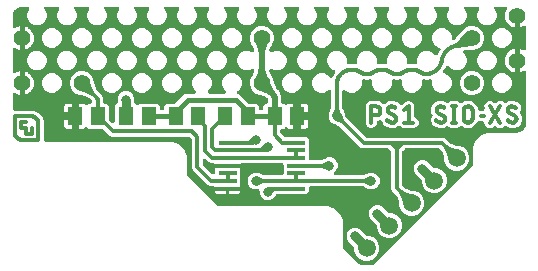
<source format=gbr>
G04 EAGLE Gerber RS-274X export*
G75*
%MOMM*%
%FSLAX34Y34*%
%LPD*%
%INTop Copper*%
%IPPOS*%
%AMOC8*
5,1,8,0,0,1.08239X$1,22.5*%
G01*
%ADD10C,0.304800*%
%ADD11C,1.500000*%
%ADD12R,1.300000X1.500000*%
%ADD13R,1.500000X0.350000*%
%ADD14C,1.400000*%
%ADD15C,0.350000*%
%ADD16C,0.800000*%
%ADD17C,0.800000*%
%ADD18C,0.406400*%
%ADD19C,0.508000*%

G36*
X310336Y5095D02*
X310336Y5095D01*
X310462Y5102D01*
X310509Y5115D01*
X310557Y5121D01*
X310676Y5163D01*
X310797Y5198D01*
X310839Y5222D01*
X310885Y5238D01*
X310991Y5307D01*
X311101Y5368D01*
X311148Y5408D01*
X311178Y5427D01*
X311211Y5462D01*
X311288Y5527D01*
X394523Y88762D01*
X394602Y88861D01*
X394686Y88955D01*
X394710Y88997D01*
X394740Y89035D01*
X394794Y89149D01*
X394855Y89260D01*
X394868Y89307D01*
X394889Y89350D01*
X394915Y89474D01*
X394950Y89596D01*
X394955Y89656D01*
X394962Y89691D01*
X394961Y89739D01*
X394969Y89839D01*
X394969Y104542D01*
X397307Y110185D01*
X401625Y114503D01*
X407268Y116841D01*
X431794Y116841D01*
X431842Y116846D01*
X431943Y116848D01*
X433133Y116965D01*
X433233Y116987D01*
X433334Y116999D01*
X433427Y117029D01*
X433474Y117039D01*
X433507Y117055D01*
X433567Y117074D01*
X435767Y117985D01*
X435769Y117986D01*
X435771Y117987D01*
X435921Y118071D01*
X436071Y118154D01*
X436073Y118156D01*
X436075Y118157D01*
X436261Y118315D01*
X437945Y119999D01*
X437946Y120001D01*
X437948Y120002D01*
X438055Y120137D01*
X438161Y120272D01*
X438162Y120274D01*
X438163Y120275D01*
X438275Y120493D01*
X439186Y122693D01*
X439214Y122791D01*
X439251Y122886D01*
X439269Y122982D01*
X439282Y123028D01*
X439284Y123065D01*
X439295Y123127D01*
X439412Y124317D01*
X439411Y124365D01*
X439419Y124466D01*
X439419Y167793D01*
X439418Y167803D01*
X439419Y167812D01*
X439398Y167975D01*
X439379Y168140D01*
X439376Y168148D01*
X439375Y168158D01*
X439318Y168310D01*
X439262Y168468D01*
X439257Y168476D01*
X439254Y168484D01*
X439163Y168620D01*
X439073Y168761D01*
X439066Y168767D01*
X439061Y168775D01*
X438942Y168887D01*
X438822Y169003D01*
X438814Y169007D01*
X438808Y169014D01*
X438665Y169097D01*
X438523Y169182D01*
X438514Y169184D01*
X438506Y169189D01*
X438349Y169237D01*
X438191Y169288D01*
X438182Y169289D01*
X438173Y169291D01*
X438008Y169303D01*
X437844Y169316D01*
X437835Y169314D01*
X437825Y169315D01*
X437663Y169289D01*
X437499Y169264D01*
X437491Y169261D01*
X437481Y169259D01*
X437252Y169174D01*
X437001Y169057D01*
X436992Y169051D01*
X436982Y169048D01*
X436771Y168924D01*
X436723Y168891D01*
X436674Y168883D01*
X436667Y168880D01*
X436662Y168879D01*
X436641Y168870D01*
X436445Y168797D01*
X435711Y168455D01*
X435567Y168367D01*
X435458Y168301D01*
X435404Y168287D01*
X435394Y168283D01*
X435384Y168281D01*
X435155Y168196D01*
X435102Y168171D01*
X435052Y168172D01*
X435044Y168170D01*
X435039Y168170D01*
X435016Y168165D01*
X434811Y168128D01*
X434029Y167918D01*
X433873Y167856D01*
X433753Y167810D01*
X433697Y167805D01*
X433687Y167803D01*
X433676Y167803D01*
X433436Y167759D01*
X433379Y167744D01*
X433330Y167753D01*
X433323Y167753D01*
X433318Y167754D01*
X433295Y167753D01*
X433086Y167752D01*
X432279Y167681D01*
X432113Y167647D01*
X431988Y167623D01*
X431933Y167628D01*
X431922Y167627D01*
X431912Y167629D01*
X431667Y167628D01*
X431609Y167623D01*
X431562Y167640D01*
X431555Y167642D01*
X431550Y167643D01*
X431528Y167646D01*
X431321Y167681D01*
X430514Y167752D01*
X430347Y167747D01*
X430218Y167745D01*
X430164Y167759D01*
X430154Y167761D01*
X430144Y167764D01*
X429903Y167805D01*
X429845Y167810D01*
X429802Y167836D01*
X429795Y167838D01*
X429790Y167841D01*
X429768Y167848D01*
X429571Y167918D01*
X428789Y168128D01*
X428624Y168152D01*
X428496Y168172D01*
X428445Y168196D01*
X428435Y168199D01*
X428426Y168204D01*
X428196Y168287D01*
X428140Y168302D01*
X428102Y168334D01*
X428095Y168338D01*
X428091Y168341D01*
X428071Y168352D01*
X427889Y168455D01*
X427155Y168797D01*
X426995Y168851D01*
X426874Y168892D01*
X426829Y168924D01*
X426820Y168929D01*
X426811Y168936D01*
X426599Y169057D01*
X426546Y169081D01*
X426514Y169120D01*
X426509Y169125D01*
X426505Y169129D01*
X426488Y169142D01*
X426326Y169276D01*
X425662Y169741D01*
X425515Y169820D01*
X425403Y169883D01*
X425363Y169922D01*
X425355Y169929D01*
X425348Y169937D01*
X425160Y170093D01*
X425112Y170126D01*
X425087Y170170D01*
X425083Y170176D01*
X425080Y170180D01*
X425065Y170197D01*
X424929Y170356D01*
X424356Y170929D01*
X424225Y171033D01*
X424125Y171114D01*
X424093Y171160D01*
X424086Y171168D01*
X424081Y171177D01*
X423922Y171363D01*
X423881Y171404D01*
X423865Y171451D01*
X423861Y171458D01*
X423859Y171463D01*
X423846Y171482D01*
X423741Y171662D01*
X423276Y172326D01*
X423164Y172453D01*
X423080Y172548D01*
X423057Y172599D01*
X423051Y172608D01*
X423048Y172618D01*
X422924Y172829D01*
X422891Y172876D01*
X422883Y172926D01*
X422880Y172933D01*
X422879Y172938D01*
X422870Y172959D01*
X422797Y173155D01*
X422455Y173889D01*
X422367Y174033D01*
X422301Y174142D01*
X422287Y174196D01*
X422283Y174206D01*
X422281Y174216D01*
X422196Y174445D01*
X422171Y174498D01*
X422172Y174548D01*
X422170Y174556D01*
X422170Y174561D01*
X422165Y174584D01*
X422128Y174789D01*
X421918Y175571D01*
X421856Y175727D01*
X421810Y175847D01*
X421805Y175903D01*
X421803Y175913D01*
X421803Y175924D01*
X421759Y176164D01*
X421744Y176221D01*
X421753Y176270D01*
X421753Y176277D01*
X421754Y176282D01*
X421753Y176305D01*
X421752Y176514D01*
X421681Y177321D01*
X421647Y177487D01*
X421623Y177612D01*
X421628Y177667D01*
X421627Y177678D01*
X421629Y177688D01*
X421628Y177933D01*
X421623Y177991D01*
X421640Y178038D01*
X421642Y178045D01*
X421643Y178050D01*
X421646Y178072D01*
X421681Y178279D01*
X421752Y179086D01*
X421747Y179253D01*
X421745Y179382D01*
X421759Y179436D01*
X421761Y179446D01*
X421764Y179456D01*
X421805Y179697D01*
X421810Y179755D01*
X421836Y179798D01*
X421839Y179805D01*
X421841Y179810D01*
X421848Y179832D01*
X421918Y180029D01*
X422128Y180811D01*
X422152Y180975D01*
X422172Y181104D01*
X422196Y181155D01*
X422199Y181165D01*
X422204Y181174D01*
X422287Y181404D01*
X422302Y181460D01*
X422334Y181498D01*
X422338Y181505D01*
X422341Y181509D01*
X422352Y181529D01*
X422455Y181711D01*
X422797Y182445D01*
X422851Y182605D01*
X422892Y182726D01*
X422924Y182771D01*
X422929Y182780D01*
X422936Y182789D01*
X423057Y183001D01*
X423081Y183054D01*
X423120Y183086D01*
X423125Y183091D01*
X423129Y183095D01*
X423142Y183112D01*
X423276Y183274D01*
X423741Y183938D01*
X423820Y184085D01*
X423883Y184197D01*
X423922Y184237D01*
X423929Y184245D01*
X423937Y184252D01*
X424093Y184440D01*
X424126Y184488D01*
X424170Y184513D01*
X424176Y184517D01*
X424180Y184520D01*
X424197Y184535D01*
X424356Y184671D01*
X424929Y185244D01*
X425033Y185375D01*
X425114Y185475D01*
X425160Y185507D01*
X425168Y185514D01*
X425177Y185519D01*
X425363Y185678D01*
X425404Y185719D01*
X425451Y185735D01*
X425458Y185739D01*
X425463Y185741D01*
X425482Y185754D01*
X425662Y185859D01*
X426326Y186324D01*
X426453Y186436D01*
X426548Y186520D01*
X426599Y186543D01*
X426608Y186549D01*
X426618Y186552D01*
X426829Y186676D01*
X426876Y186709D01*
X426926Y186717D01*
X426933Y186720D01*
X426938Y186721D01*
X426959Y186730D01*
X427155Y186803D01*
X427889Y187145D01*
X428033Y187233D01*
X428142Y187299D01*
X428196Y187313D01*
X428206Y187317D01*
X428216Y187319D01*
X428446Y187404D01*
X428498Y187429D01*
X428549Y187428D01*
X428556Y187430D01*
X428561Y187430D01*
X428583Y187435D01*
X428789Y187472D01*
X429571Y187682D01*
X429728Y187744D01*
X429847Y187790D01*
X429903Y187795D01*
X429913Y187797D01*
X429924Y187797D01*
X430164Y187841D01*
X430221Y187856D01*
X430270Y187847D01*
X430277Y187847D01*
X430282Y187846D01*
X430305Y187847D01*
X430514Y187848D01*
X431321Y187919D01*
X431487Y187953D01*
X431612Y187977D01*
X431667Y187972D01*
X431678Y187973D01*
X431688Y187971D01*
X431933Y187972D01*
X431991Y187977D01*
X432038Y187960D01*
X432045Y187958D01*
X432050Y187957D01*
X432072Y187954D01*
X432279Y187919D01*
X433086Y187848D01*
X433253Y187853D01*
X433382Y187855D01*
X433436Y187841D01*
X433446Y187839D01*
X433456Y187836D01*
X433697Y187795D01*
X433755Y187790D01*
X433798Y187764D01*
X433805Y187761D01*
X433810Y187759D01*
X433832Y187752D01*
X434029Y187682D01*
X434811Y187472D01*
X434977Y187448D01*
X435104Y187428D01*
X435154Y187404D01*
X435165Y187401D01*
X435174Y187395D01*
X435404Y187313D01*
X435460Y187298D01*
X435498Y187266D01*
X435505Y187262D01*
X435509Y187259D01*
X435529Y187248D01*
X435711Y187145D01*
X436445Y186803D01*
X436605Y186749D01*
X436726Y186708D01*
X436771Y186676D01*
X436780Y186671D01*
X436788Y186664D01*
X437001Y186543D01*
X437252Y186426D01*
X437261Y186423D01*
X437269Y186418D01*
X437425Y186368D01*
X437583Y186316D01*
X437592Y186315D01*
X437601Y186312D01*
X437765Y186299D01*
X437930Y186284D01*
X437939Y186285D01*
X437948Y186284D01*
X438112Y186309D01*
X438275Y186331D01*
X438284Y186335D01*
X438293Y186336D01*
X438446Y186397D01*
X438601Y186456D01*
X438608Y186461D01*
X438617Y186465D01*
X438751Y186558D01*
X438889Y186651D01*
X438895Y186658D01*
X438903Y186664D01*
X439013Y186785D01*
X439126Y186907D01*
X439130Y186915D01*
X439136Y186922D01*
X439216Y187067D01*
X439298Y187210D01*
X439300Y187219D01*
X439305Y187227D01*
X439350Y187387D01*
X439397Y187545D01*
X439397Y187554D01*
X439400Y187563D01*
X439419Y187807D01*
X439419Y205893D01*
X439418Y205903D01*
X439419Y205912D01*
X439398Y206075D01*
X439379Y206240D01*
X439376Y206248D01*
X439375Y206258D01*
X439318Y206410D01*
X439262Y206568D01*
X439257Y206576D01*
X439254Y206584D01*
X439163Y206720D01*
X439073Y206861D01*
X439066Y206867D01*
X439061Y206875D01*
X438942Y206987D01*
X438822Y207103D01*
X438814Y207107D01*
X438808Y207114D01*
X438665Y207197D01*
X438523Y207282D01*
X438514Y207284D01*
X438506Y207289D01*
X438349Y207337D01*
X438191Y207388D01*
X438182Y207389D01*
X438173Y207391D01*
X438008Y207403D01*
X437844Y207416D01*
X437835Y207414D01*
X437825Y207415D01*
X437663Y207389D01*
X437499Y207364D01*
X437491Y207361D01*
X437481Y207359D01*
X437252Y207274D01*
X437001Y207157D01*
X436992Y207151D01*
X436982Y207148D01*
X436771Y207024D01*
X436723Y206991D01*
X436674Y206983D01*
X436667Y206980D01*
X436662Y206979D01*
X436641Y206970D01*
X436445Y206897D01*
X435711Y206555D01*
X435567Y206467D01*
X435458Y206401D01*
X435404Y206387D01*
X435394Y206383D01*
X435384Y206381D01*
X435155Y206296D01*
X435102Y206271D01*
X435052Y206272D01*
X435044Y206270D01*
X435039Y206270D01*
X435016Y206265D01*
X434811Y206228D01*
X434029Y206018D01*
X433873Y205956D01*
X433753Y205910D01*
X433697Y205905D01*
X433687Y205903D01*
X433676Y205903D01*
X433436Y205859D01*
X433379Y205844D01*
X433330Y205853D01*
X433323Y205853D01*
X433318Y205854D01*
X433295Y205853D01*
X433086Y205852D01*
X432279Y205781D01*
X432113Y205747D01*
X431988Y205723D01*
X431933Y205728D01*
X431922Y205727D01*
X431912Y205729D01*
X431667Y205728D01*
X431609Y205723D01*
X431562Y205740D01*
X431555Y205742D01*
X431550Y205743D01*
X431528Y205746D01*
X431321Y205781D01*
X430514Y205852D01*
X430347Y205847D01*
X430218Y205845D01*
X430164Y205859D01*
X430154Y205861D01*
X430144Y205864D01*
X429903Y205905D01*
X429845Y205910D01*
X429802Y205936D01*
X429795Y205938D01*
X429790Y205941D01*
X429768Y205948D01*
X429571Y206018D01*
X428789Y206228D01*
X428624Y206252D01*
X428496Y206272D01*
X428445Y206296D01*
X428435Y206299D01*
X428426Y206304D01*
X428196Y206387D01*
X428140Y206402D01*
X428102Y206434D01*
X428095Y206438D01*
X428091Y206441D01*
X428071Y206452D01*
X427889Y206555D01*
X427155Y206897D01*
X426995Y206951D01*
X426874Y206992D01*
X426829Y207024D01*
X426820Y207029D01*
X426811Y207036D01*
X426599Y207157D01*
X426546Y207181D01*
X426514Y207220D01*
X426509Y207225D01*
X426505Y207229D01*
X426488Y207242D01*
X426326Y207376D01*
X425662Y207841D01*
X425515Y207920D01*
X425403Y207983D01*
X425363Y208022D01*
X425355Y208029D01*
X425348Y208037D01*
X425160Y208193D01*
X425112Y208226D01*
X425087Y208270D01*
X425083Y208276D01*
X425080Y208280D01*
X425065Y208297D01*
X424929Y208456D01*
X424356Y209029D01*
X424225Y209133D01*
X424125Y209214D01*
X424093Y209260D01*
X424086Y209268D01*
X424081Y209277D01*
X423922Y209463D01*
X423881Y209504D01*
X423865Y209551D01*
X423861Y209558D01*
X423859Y209563D01*
X423846Y209582D01*
X423741Y209762D01*
X423276Y210426D01*
X423164Y210553D01*
X423080Y210648D01*
X423057Y210699D01*
X423051Y210708D01*
X423048Y210718D01*
X422924Y210929D01*
X422891Y210976D01*
X422883Y211026D01*
X422880Y211033D01*
X422879Y211038D01*
X422870Y211059D01*
X422797Y211255D01*
X422455Y211989D01*
X422367Y212133D01*
X422301Y212242D01*
X422287Y212296D01*
X422283Y212306D01*
X422281Y212316D01*
X422196Y212545D01*
X422171Y212598D01*
X422172Y212648D01*
X422170Y212656D01*
X422170Y212661D01*
X422165Y212684D01*
X422128Y212889D01*
X421918Y213671D01*
X421856Y213827D01*
X421810Y213947D01*
X421805Y214003D01*
X421803Y214013D01*
X421803Y214024D01*
X421759Y214264D01*
X421744Y214321D01*
X421753Y214370D01*
X421753Y214377D01*
X421754Y214382D01*
X421753Y214405D01*
X421752Y214614D01*
X421681Y215421D01*
X421652Y215563D01*
X421634Y215686D01*
X421623Y215713D01*
X421628Y215767D01*
X421627Y215778D01*
X421629Y215788D01*
X421628Y216033D01*
X421623Y216091D01*
X421640Y216138D01*
X421642Y216145D01*
X421643Y216150D01*
X421646Y216172D01*
X421681Y216379D01*
X421752Y217186D01*
X421747Y217353D01*
X421745Y217482D01*
X421759Y217536D01*
X421761Y217546D01*
X421764Y217556D01*
X421805Y217797D01*
X421810Y217855D01*
X421836Y217898D01*
X421839Y217905D01*
X421841Y217910D01*
X421848Y217932D01*
X421918Y218129D01*
X422128Y218911D01*
X422152Y219077D01*
X422172Y219204D01*
X422196Y219255D01*
X422199Y219265D01*
X422204Y219274D01*
X422287Y219504D01*
X422302Y219560D01*
X422334Y219598D01*
X422338Y219605D01*
X422341Y219609D01*
X422352Y219629D01*
X422455Y219811D01*
X422797Y220545D01*
X422851Y220705D01*
X422892Y220826D01*
X422924Y220871D01*
X422929Y220880D01*
X422936Y220888D01*
X423057Y221101D01*
X423174Y221352D01*
X423177Y221361D01*
X423182Y221369D01*
X423232Y221525D01*
X423284Y221683D01*
X423285Y221692D01*
X423288Y221701D01*
X423301Y221865D01*
X423316Y222030D01*
X423315Y222039D01*
X423316Y222048D01*
X423291Y222212D01*
X423269Y222375D01*
X423265Y222384D01*
X423264Y222393D01*
X423203Y222546D01*
X423144Y222701D01*
X423139Y222708D01*
X423135Y222717D01*
X423042Y222851D01*
X422949Y222989D01*
X422942Y222995D01*
X422936Y223003D01*
X422815Y223113D01*
X422693Y223226D01*
X422685Y223230D01*
X422678Y223236D01*
X422533Y223316D01*
X422390Y223398D01*
X422381Y223400D01*
X422373Y223405D01*
X422213Y223450D01*
X422055Y223497D01*
X422046Y223497D01*
X422037Y223500D01*
X421793Y223519D01*
X414211Y223519D01*
X414112Y223508D01*
X414011Y223506D01*
X413939Y223488D01*
X413865Y223479D01*
X413771Y223446D01*
X413673Y223421D01*
X413607Y223387D01*
X413537Y223362D01*
X413453Y223307D01*
X413363Y223261D01*
X413307Y223213D01*
X413244Y223173D01*
X413174Y223101D01*
X413098Y223036D01*
X413054Y222976D01*
X413002Y222922D01*
X412950Y222836D01*
X412891Y222755D01*
X412861Y222687D01*
X412823Y222623D01*
X412793Y222528D01*
X412753Y222435D01*
X412740Y222362D01*
X412717Y222291D01*
X412709Y222191D01*
X412691Y222092D01*
X412695Y222018D01*
X412689Y221944D01*
X412704Y221845D01*
X412709Y221744D01*
X412730Y221673D01*
X412741Y221599D01*
X412778Y221506D01*
X412806Y221409D01*
X412842Y221344D01*
X412869Y221275D01*
X412927Y221193D01*
X412976Y221105D01*
X413041Y221029D01*
X413068Y220989D01*
X413095Y220965D01*
X413134Y220919D01*
X413445Y220608D01*
X414711Y217553D01*
X414711Y214247D01*
X413445Y211192D01*
X411108Y208855D01*
X408053Y207589D01*
X404747Y207589D01*
X401692Y208855D01*
X399355Y211192D01*
X398089Y214247D01*
X398089Y217553D01*
X399355Y220608D01*
X399666Y220919D01*
X399728Y220997D01*
X399798Y221070D01*
X399836Y221134D01*
X399882Y221192D01*
X399925Y221283D01*
X399977Y221369D01*
X399999Y221440D01*
X400031Y221507D01*
X400052Y221605D01*
X400083Y221701D01*
X400089Y221775D01*
X400105Y221848D01*
X400103Y221948D01*
X400111Y222048D01*
X400100Y222122D01*
X400099Y222196D01*
X400074Y222294D01*
X400059Y222393D01*
X400032Y222462D01*
X400014Y222534D01*
X399968Y222623D01*
X399931Y222717D01*
X399888Y222778D01*
X399854Y222844D01*
X399789Y222920D01*
X399732Y223003D01*
X399677Y223053D01*
X399628Y223109D01*
X399547Y223169D01*
X399473Y223236D01*
X399408Y223272D01*
X399348Y223317D01*
X399256Y223356D01*
X399168Y223405D01*
X399096Y223425D01*
X399028Y223455D01*
X398929Y223472D01*
X398832Y223500D01*
X398732Y223508D01*
X398685Y223516D01*
X398649Y223514D01*
X398589Y223519D01*
X388811Y223519D01*
X388712Y223508D01*
X388611Y223506D01*
X388539Y223488D01*
X388465Y223479D01*
X388371Y223446D01*
X388273Y223421D01*
X388207Y223387D01*
X388137Y223362D01*
X388053Y223307D01*
X387963Y223261D01*
X387907Y223213D01*
X387844Y223173D01*
X387774Y223101D01*
X387698Y223036D01*
X387654Y222976D01*
X387602Y222922D01*
X387550Y222836D01*
X387491Y222755D01*
X387461Y222687D01*
X387423Y222623D01*
X387393Y222528D01*
X387353Y222435D01*
X387340Y222362D01*
X387317Y222291D01*
X387309Y222191D01*
X387291Y222092D01*
X387295Y222018D01*
X387289Y221944D01*
X387304Y221845D01*
X387309Y221744D01*
X387330Y221673D01*
X387341Y221599D01*
X387378Y221506D01*
X387406Y221409D01*
X387442Y221344D01*
X387469Y221275D01*
X387527Y221193D01*
X387576Y221105D01*
X387641Y221029D01*
X387668Y220989D01*
X387695Y220965D01*
X387734Y220919D01*
X388045Y220608D01*
X389311Y217553D01*
X389311Y214247D01*
X388045Y211192D01*
X385708Y208855D01*
X382653Y207589D01*
X379347Y207589D01*
X376292Y208855D01*
X373955Y211192D01*
X372689Y214247D01*
X372689Y217553D01*
X373955Y220608D01*
X374266Y220919D01*
X374328Y220997D01*
X374398Y221070D01*
X374436Y221134D01*
X374482Y221192D01*
X374525Y221283D01*
X374577Y221369D01*
X374599Y221440D01*
X374631Y221507D01*
X374652Y221605D01*
X374683Y221701D01*
X374689Y221775D01*
X374705Y221848D01*
X374703Y221948D01*
X374711Y222048D01*
X374700Y222122D01*
X374699Y222196D01*
X374674Y222294D01*
X374659Y222393D01*
X374632Y222462D01*
X374614Y222534D01*
X374568Y222623D01*
X374531Y222717D01*
X374488Y222778D01*
X374454Y222844D01*
X374389Y222920D01*
X374332Y223003D01*
X374277Y223053D01*
X374228Y223109D01*
X374147Y223169D01*
X374073Y223236D01*
X374008Y223272D01*
X373948Y223317D01*
X373856Y223356D01*
X373768Y223405D01*
X373696Y223425D01*
X373628Y223455D01*
X373529Y223472D01*
X373432Y223500D01*
X373332Y223508D01*
X373285Y223516D01*
X373249Y223514D01*
X373189Y223519D01*
X363411Y223519D01*
X363312Y223508D01*
X363211Y223506D01*
X363139Y223488D01*
X363065Y223479D01*
X362971Y223446D01*
X362873Y223421D01*
X362807Y223387D01*
X362737Y223362D01*
X362653Y223307D01*
X362563Y223261D01*
X362507Y223213D01*
X362444Y223173D01*
X362374Y223101D01*
X362298Y223036D01*
X362254Y222976D01*
X362202Y222922D01*
X362150Y222836D01*
X362091Y222755D01*
X362061Y222687D01*
X362023Y222623D01*
X361993Y222528D01*
X361953Y222435D01*
X361940Y222362D01*
X361917Y222291D01*
X361909Y222191D01*
X361891Y222092D01*
X361895Y222018D01*
X361889Y221944D01*
X361904Y221845D01*
X361909Y221744D01*
X361930Y221673D01*
X361941Y221599D01*
X361978Y221506D01*
X362006Y221409D01*
X362042Y221344D01*
X362069Y221275D01*
X362127Y221193D01*
X362176Y221105D01*
X362241Y221029D01*
X362268Y220989D01*
X362295Y220965D01*
X362334Y220919D01*
X362645Y220608D01*
X363911Y217553D01*
X363911Y214247D01*
X362645Y211192D01*
X360308Y208855D01*
X357253Y207589D01*
X353947Y207589D01*
X350892Y208855D01*
X348555Y211192D01*
X347289Y214247D01*
X347289Y217553D01*
X348555Y220608D01*
X348866Y220919D01*
X348928Y220997D01*
X348998Y221070D01*
X349036Y221134D01*
X349082Y221192D01*
X349125Y221283D01*
X349177Y221369D01*
X349199Y221440D01*
X349231Y221507D01*
X349252Y221605D01*
X349283Y221701D01*
X349289Y221775D01*
X349305Y221848D01*
X349303Y221948D01*
X349311Y222048D01*
X349300Y222122D01*
X349299Y222196D01*
X349274Y222294D01*
X349259Y222393D01*
X349232Y222462D01*
X349214Y222534D01*
X349168Y222623D01*
X349131Y222717D01*
X349088Y222778D01*
X349054Y222844D01*
X348989Y222920D01*
X348932Y223003D01*
X348877Y223053D01*
X348828Y223109D01*
X348747Y223169D01*
X348673Y223236D01*
X348608Y223272D01*
X348548Y223317D01*
X348456Y223356D01*
X348368Y223405D01*
X348296Y223425D01*
X348228Y223455D01*
X348129Y223472D01*
X348032Y223500D01*
X347932Y223508D01*
X347885Y223516D01*
X347849Y223514D01*
X347789Y223519D01*
X338011Y223519D01*
X337912Y223508D01*
X337811Y223506D01*
X337739Y223488D01*
X337665Y223479D01*
X337571Y223446D01*
X337473Y223421D01*
X337407Y223387D01*
X337337Y223362D01*
X337253Y223307D01*
X337163Y223261D01*
X337107Y223213D01*
X337044Y223173D01*
X336974Y223101D01*
X336898Y223036D01*
X336854Y222976D01*
X336802Y222922D01*
X336750Y222836D01*
X336691Y222755D01*
X336661Y222687D01*
X336623Y222623D01*
X336593Y222528D01*
X336553Y222435D01*
X336540Y222362D01*
X336517Y222291D01*
X336509Y222191D01*
X336491Y222092D01*
X336495Y222018D01*
X336489Y221944D01*
X336504Y221845D01*
X336509Y221744D01*
X336530Y221673D01*
X336541Y221599D01*
X336578Y221506D01*
X336606Y221409D01*
X336642Y221344D01*
X336669Y221275D01*
X336727Y221193D01*
X336776Y221105D01*
X336841Y221029D01*
X336868Y220989D01*
X336895Y220965D01*
X336934Y220919D01*
X337245Y220608D01*
X338511Y217553D01*
X338511Y214247D01*
X337245Y211192D01*
X334908Y208855D01*
X331853Y207589D01*
X328547Y207589D01*
X325492Y208855D01*
X323155Y211192D01*
X321889Y214247D01*
X321889Y217553D01*
X323155Y220608D01*
X323466Y220919D01*
X323528Y220997D01*
X323598Y221070D01*
X323636Y221134D01*
X323682Y221192D01*
X323725Y221283D01*
X323777Y221369D01*
X323799Y221440D01*
X323831Y221507D01*
X323852Y221605D01*
X323883Y221701D01*
X323889Y221775D01*
X323905Y221848D01*
X323903Y221948D01*
X323911Y222048D01*
X323900Y222122D01*
X323899Y222196D01*
X323874Y222294D01*
X323859Y222393D01*
X323832Y222462D01*
X323814Y222534D01*
X323768Y222623D01*
X323731Y222717D01*
X323688Y222778D01*
X323654Y222844D01*
X323589Y222920D01*
X323532Y223003D01*
X323477Y223053D01*
X323428Y223109D01*
X323347Y223169D01*
X323273Y223236D01*
X323208Y223272D01*
X323148Y223317D01*
X323056Y223356D01*
X322968Y223405D01*
X322896Y223425D01*
X322828Y223455D01*
X322729Y223472D01*
X322632Y223500D01*
X322532Y223508D01*
X322485Y223516D01*
X322449Y223514D01*
X322389Y223519D01*
X312611Y223519D01*
X312512Y223508D01*
X312411Y223506D01*
X312339Y223488D01*
X312265Y223479D01*
X312171Y223446D01*
X312073Y223421D01*
X312007Y223387D01*
X311937Y223362D01*
X311853Y223307D01*
X311763Y223261D01*
X311707Y223213D01*
X311644Y223173D01*
X311574Y223101D01*
X311498Y223036D01*
X311454Y222976D01*
X311402Y222922D01*
X311350Y222836D01*
X311291Y222755D01*
X311261Y222687D01*
X311223Y222623D01*
X311193Y222528D01*
X311153Y222435D01*
X311140Y222362D01*
X311117Y222291D01*
X311109Y222191D01*
X311091Y222092D01*
X311095Y222018D01*
X311089Y221944D01*
X311104Y221845D01*
X311109Y221744D01*
X311130Y221673D01*
X311141Y221599D01*
X311178Y221506D01*
X311206Y221409D01*
X311242Y221344D01*
X311269Y221275D01*
X311327Y221193D01*
X311376Y221105D01*
X311441Y221029D01*
X311468Y220989D01*
X311495Y220965D01*
X311534Y220919D01*
X311845Y220608D01*
X313111Y217553D01*
X313111Y214247D01*
X311845Y211192D01*
X309508Y208855D01*
X306453Y207589D01*
X303147Y207589D01*
X300092Y208855D01*
X297755Y211192D01*
X296489Y214247D01*
X296489Y217553D01*
X297755Y220608D01*
X298066Y220919D01*
X298128Y220997D01*
X298198Y221070D01*
X298236Y221134D01*
X298282Y221192D01*
X298325Y221283D01*
X298377Y221369D01*
X298399Y221440D01*
X298431Y221507D01*
X298452Y221605D01*
X298483Y221701D01*
X298489Y221775D01*
X298505Y221848D01*
X298503Y221948D01*
X298511Y222048D01*
X298500Y222122D01*
X298499Y222196D01*
X298474Y222294D01*
X298459Y222393D01*
X298432Y222462D01*
X298414Y222534D01*
X298368Y222623D01*
X298331Y222717D01*
X298288Y222778D01*
X298254Y222844D01*
X298189Y222920D01*
X298132Y223003D01*
X298077Y223053D01*
X298028Y223109D01*
X297947Y223169D01*
X297873Y223236D01*
X297808Y223272D01*
X297748Y223317D01*
X297656Y223356D01*
X297568Y223405D01*
X297496Y223425D01*
X297428Y223455D01*
X297329Y223472D01*
X297232Y223500D01*
X297132Y223508D01*
X297085Y223516D01*
X297049Y223514D01*
X296989Y223519D01*
X287211Y223519D01*
X287112Y223508D01*
X287011Y223506D01*
X286939Y223488D01*
X286865Y223479D01*
X286771Y223446D01*
X286673Y223421D01*
X286607Y223387D01*
X286537Y223362D01*
X286453Y223307D01*
X286363Y223261D01*
X286307Y223213D01*
X286244Y223173D01*
X286174Y223101D01*
X286098Y223036D01*
X286054Y222976D01*
X286002Y222922D01*
X285950Y222836D01*
X285891Y222755D01*
X285861Y222687D01*
X285823Y222623D01*
X285793Y222528D01*
X285753Y222435D01*
X285740Y222362D01*
X285717Y222291D01*
X285709Y222191D01*
X285691Y222092D01*
X285695Y222018D01*
X285689Y221944D01*
X285704Y221845D01*
X285709Y221744D01*
X285730Y221673D01*
X285741Y221599D01*
X285778Y221506D01*
X285806Y221409D01*
X285842Y221344D01*
X285869Y221275D01*
X285927Y221193D01*
X285976Y221105D01*
X286041Y221029D01*
X286068Y220989D01*
X286095Y220965D01*
X286134Y220919D01*
X286445Y220608D01*
X287711Y217553D01*
X287711Y214247D01*
X286445Y211192D01*
X284108Y208855D01*
X281053Y207589D01*
X277747Y207589D01*
X274692Y208855D01*
X272355Y211192D01*
X271089Y214247D01*
X271089Y217553D01*
X272355Y220608D01*
X272666Y220919D01*
X272728Y220997D01*
X272798Y221070D01*
X272836Y221134D01*
X272882Y221192D01*
X272925Y221283D01*
X272977Y221369D01*
X272999Y221440D01*
X273031Y221507D01*
X273052Y221605D01*
X273083Y221701D01*
X273089Y221775D01*
X273105Y221848D01*
X273103Y221948D01*
X273111Y222048D01*
X273100Y222122D01*
X273099Y222196D01*
X273074Y222294D01*
X273059Y222393D01*
X273032Y222462D01*
X273014Y222534D01*
X272968Y222623D01*
X272931Y222717D01*
X272888Y222778D01*
X272854Y222844D01*
X272789Y222920D01*
X272732Y223003D01*
X272677Y223053D01*
X272628Y223109D01*
X272547Y223169D01*
X272473Y223236D01*
X272408Y223272D01*
X272348Y223317D01*
X272256Y223356D01*
X272168Y223405D01*
X272096Y223425D01*
X272028Y223455D01*
X271929Y223472D01*
X271832Y223500D01*
X271732Y223508D01*
X271685Y223516D01*
X271649Y223514D01*
X271589Y223519D01*
X261811Y223519D01*
X261712Y223508D01*
X261611Y223506D01*
X261539Y223488D01*
X261465Y223479D01*
X261371Y223446D01*
X261273Y223421D01*
X261207Y223387D01*
X261137Y223362D01*
X261053Y223307D01*
X260963Y223261D01*
X260907Y223213D01*
X260844Y223173D01*
X260774Y223101D01*
X260698Y223036D01*
X260654Y222976D01*
X260602Y222922D01*
X260550Y222836D01*
X260491Y222755D01*
X260461Y222687D01*
X260423Y222623D01*
X260393Y222528D01*
X260353Y222435D01*
X260340Y222362D01*
X260317Y222291D01*
X260309Y222191D01*
X260291Y222092D01*
X260295Y222018D01*
X260289Y221944D01*
X260304Y221845D01*
X260309Y221744D01*
X260330Y221673D01*
X260341Y221599D01*
X260378Y221506D01*
X260406Y221409D01*
X260442Y221344D01*
X260469Y221275D01*
X260527Y221193D01*
X260576Y221105D01*
X260641Y221029D01*
X260668Y220989D01*
X260695Y220965D01*
X260734Y220919D01*
X261045Y220608D01*
X262311Y217553D01*
X262311Y214247D01*
X261045Y211192D01*
X258708Y208855D01*
X255653Y207589D01*
X252347Y207589D01*
X249292Y208855D01*
X246955Y211192D01*
X245689Y214247D01*
X245689Y217553D01*
X246955Y220608D01*
X247266Y220919D01*
X247328Y220997D01*
X247398Y221070D01*
X247436Y221134D01*
X247482Y221192D01*
X247525Y221283D01*
X247577Y221369D01*
X247599Y221440D01*
X247631Y221507D01*
X247652Y221605D01*
X247683Y221701D01*
X247689Y221775D01*
X247705Y221848D01*
X247703Y221948D01*
X247711Y222048D01*
X247700Y222122D01*
X247699Y222196D01*
X247674Y222294D01*
X247659Y222393D01*
X247632Y222462D01*
X247614Y222534D01*
X247568Y222623D01*
X247531Y222717D01*
X247488Y222778D01*
X247454Y222844D01*
X247389Y222920D01*
X247332Y223003D01*
X247277Y223053D01*
X247228Y223109D01*
X247147Y223169D01*
X247073Y223236D01*
X247008Y223272D01*
X246948Y223317D01*
X246856Y223356D01*
X246768Y223405D01*
X246696Y223425D01*
X246628Y223455D01*
X246529Y223472D01*
X246432Y223500D01*
X246332Y223508D01*
X246285Y223516D01*
X246249Y223514D01*
X246189Y223519D01*
X236411Y223519D01*
X236312Y223508D01*
X236211Y223506D01*
X236139Y223488D01*
X236065Y223479D01*
X235971Y223446D01*
X235873Y223421D01*
X235807Y223387D01*
X235737Y223362D01*
X235653Y223307D01*
X235563Y223261D01*
X235507Y223213D01*
X235444Y223173D01*
X235374Y223101D01*
X235298Y223036D01*
X235254Y222976D01*
X235202Y222922D01*
X235150Y222836D01*
X235091Y222755D01*
X235061Y222687D01*
X235023Y222623D01*
X234993Y222528D01*
X234953Y222435D01*
X234940Y222362D01*
X234917Y222291D01*
X234909Y222191D01*
X234891Y222092D01*
X234895Y222018D01*
X234889Y221944D01*
X234904Y221845D01*
X234909Y221744D01*
X234930Y221673D01*
X234941Y221599D01*
X234978Y221506D01*
X235006Y221409D01*
X235042Y221344D01*
X235069Y221275D01*
X235127Y221193D01*
X235176Y221105D01*
X235241Y221029D01*
X235268Y220989D01*
X235295Y220965D01*
X235334Y220919D01*
X235645Y220608D01*
X236911Y217553D01*
X236911Y214247D01*
X235645Y211192D01*
X233308Y208855D01*
X230253Y207589D01*
X226947Y207589D01*
X223892Y208855D01*
X221555Y211192D01*
X220289Y214247D01*
X220289Y217553D01*
X221555Y220608D01*
X221866Y220919D01*
X221928Y220997D01*
X221998Y221070D01*
X222036Y221134D01*
X222082Y221192D01*
X222125Y221283D01*
X222177Y221369D01*
X222199Y221440D01*
X222231Y221507D01*
X222252Y221605D01*
X222283Y221701D01*
X222289Y221775D01*
X222305Y221848D01*
X222303Y221948D01*
X222311Y222048D01*
X222300Y222122D01*
X222299Y222196D01*
X222274Y222294D01*
X222259Y222393D01*
X222232Y222462D01*
X222214Y222534D01*
X222168Y222623D01*
X222131Y222717D01*
X222088Y222778D01*
X222054Y222844D01*
X221989Y222920D01*
X221932Y223003D01*
X221877Y223053D01*
X221828Y223109D01*
X221747Y223169D01*
X221673Y223236D01*
X221608Y223272D01*
X221548Y223317D01*
X221456Y223356D01*
X221368Y223405D01*
X221296Y223425D01*
X221228Y223455D01*
X221129Y223472D01*
X221032Y223500D01*
X220932Y223508D01*
X220885Y223516D01*
X220849Y223514D01*
X220789Y223519D01*
X211011Y223519D01*
X210912Y223508D01*
X210811Y223506D01*
X210739Y223488D01*
X210665Y223479D01*
X210571Y223446D01*
X210473Y223421D01*
X210407Y223387D01*
X210337Y223362D01*
X210253Y223307D01*
X210163Y223261D01*
X210107Y223213D01*
X210044Y223173D01*
X209974Y223101D01*
X209898Y223036D01*
X209854Y222976D01*
X209802Y222922D01*
X209750Y222836D01*
X209691Y222755D01*
X209661Y222687D01*
X209623Y222623D01*
X209593Y222528D01*
X209553Y222435D01*
X209540Y222362D01*
X209517Y222291D01*
X209509Y222191D01*
X209491Y222092D01*
X209495Y222018D01*
X209489Y221944D01*
X209504Y221845D01*
X209509Y221744D01*
X209530Y221673D01*
X209541Y221599D01*
X209578Y221506D01*
X209606Y221409D01*
X209642Y221344D01*
X209669Y221275D01*
X209727Y221193D01*
X209776Y221105D01*
X209841Y221029D01*
X209868Y220989D01*
X209895Y220965D01*
X209934Y220919D01*
X210245Y220608D01*
X211511Y217553D01*
X211511Y214247D01*
X210245Y211192D01*
X207908Y208855D01*
X204853Y207589D01*
X201547Y207589D01*
X198492Y208855D01*
X196155Y211192D01*
X194889Y214247D01*
X194889Y217553D01*
X196155Y220608D01*
X196466Y220919D01*
X196528Y220997D01*
X196598Y221070D01*
X196636Y221134D01*
X196682Y221192D01*
X196725Y221283D01*
X196777Y221369D01*
X196799Y221440D01*
X196831Y221507D01*
X196852Y221605D01*
X196883Y221701D01*
X196889Y221775D01*
X196905Y221848D01*
X196903Y221948D01*
X196911Y222048D01*
X196900Y222122D01*
X196899Y222196D01*
X196874Y222294D01*
X196859Y222393D01*
X196832Y222462D01*
X196814Y222534D01*
X196768Y222623D01*
X196731Y222717D01*
X196688Y222778D01*
X196654Y222844D01*
X196589Y222920D01*
X196532Y223003D01*
X196477Y223053D01*
X196428Y223109D01*
X196347Y223169D01*
X196273Y223236D01*
X196208Y223272D01*
X196148Y223317D01*
X196056Y223356D01*
X195968Y223405D01*
X195896Y223425D01*
X195828Y223455D01*
X195729Y223472D01*
X195632Y223500D01*
X195532Y223508D01*
X195485Y223516D01*
X195449Y223514D01*
X195389Y223519D01*
X185611Y223519D01*
X185512Y223508D01*
X185411Y223506D01*
X185339Y223488D01*
X185265Y223479D01*
X185171Y223446D01*
X185073Y223421D01*
X185007Y223387D01*
X184937Y223362D01*
X184853Y223307D01*
X184763Y223261D01*
X184707Y223213D01*
X184644Y223173D01*
X184574Y223101D01*
X184498Y223036D01*
X184454Y222976D01*
X184402Y222922D01*
X184350Y222836D01*
X184291Y222755D01*
X184261Y222687D01*
X184223Y222623D01*
X184193Y222528D01*
X184153Y222435D01*
X184140Y222362D01*
X184117Y222291D01*
X184109Y222191D01*
X184091Y222092D01*
X184095Y222018D01*
X184089Y221944D01*
X184104Y221845D01*
X184109Y221744D01*
X184130Y221673D01*
X184141Y221599D01*
X184178Y221506D01*
X184206Y221409D01*
X184242Y221344D01*
X184269Y221275D01*
X184327Y221193D01*
X184376Y221105D01*
X184441Y221029D01*
X184468Y220989D01*
X184495Y220965D01*
X184534Y220919D01*
X184845Y220608D01*
X186111Y217553D01*
X186111Y214247D01*
X184845Y211192D01*
X182508Y208855D01*
X179453Y207589D01*
X176147Y207589D01*
X173092Y208855D01*
X170755Y211192D01*
X169489Y214247D01*
X169489Y217553D01*
X170755Y220608D01*
X171066Y220919D01*
X171128Y220997D01*
X171198Y221070D01*
X171236Y221134D01*
X171282Y221192D01*
X171325Y221283D01*
X171377Y221369D01*
X171399Y221440D01*
X171431Y221507D01*
X171452Y221605D01*
X171483Y221701D01*
X171489Y221775D01*
X171505Y221848D01*
X171503Y221948D01*
X171511Y222048D01*
X171500Y222122D01*
X171499Y222196D01*
X171474Y222294D01*
X171459Y222393D01*
X171432Y222462D01*
X171414Y222534D01*
X171368Y222623D01*
X171331Y222717D01*
X171288Y222778D01*
X171254Y222844D01*
X171189Y222920D01*
X171132Y223003D01*
X171077Y223053D01*
X171028Y223109D01*
X170947Y223169D01*
X170873Y223236D01*
X170808Y223272D01*
X170748Y223317D01*
X170656Y223356D01*
X170568Y223405D01*
X170496Y223425D01*
X170428Y223455D01*
X170329Y223472D01*
X170232Y223500D01*
X170132Y223508D01*
X170085Y223516D01*
X170049Y223514D01*
X169989Y223519D01*
X160211Y223519D01*
X160112Y223508D01*
X160011Y223506D01*
X159939Y223488D01*
X159865Y223479D01*
X159771Y223446D01*
X159673Y223421D01*
X159607Y223387D01*
X159537Y223362D01*
X159453Y223307D01*
X159363Y223261D01*
X159307Y223213D01*
X159244Y223173D01*
X159174Y223101D01*
X159098Y223036D01*
X159054Y222976D01*
X159002Y222922D01*
X158950Y222836D01*
X158891Y222755D01*
X158861Y222687D01*
X158823Y222623D01*
X158793Y222528D01*
X158753Y222435D01*
X158740Y222362D01*
X158717Y222291D01*
X158709Y222191D01*
X158691Y222092D01*
X158695Y222018D01*
X158689Y221944D01*
X158704Y221845D01*
X158709Y221744D01*
X158730Y221673D01*
X158741Y221599D01*
X158778Y221506D01*
X158806Y221409D01*
X158842Y221344D01*
X158869Y221275D01*
X158927Y221193D01*
X158976Y221105D01*
X159041Y221029D01*
X159068Y220989D01*
X159095Y220965D01*
X159134Y220919D01*
X159445Y220608D01*
X160711Y217553D01*
X160711Y214247D01*
X159445Y211192D01*
X157108Y208855D01*
X154053Y207589D01*
X150747Y207589D01*
X147692Y208855D01*
X145355Y211192D01*
X144089Y214247D01*
X144089Y217553D01*
X145355Y220608D01*
X145666Y220919D01*
X145728Y220997D01*
X145798Y221070D01*
X145836Y221134D01*
X145882Y221192D01*
X145925Y221283D01*
X145977Y221369D01*
X145999Y221440D01*
X146031Y221507D01*
X146052Y221605D01*
X146083Y221701D01*
X146089Y221775D01*
X146105Y221848D01*
X146103Y221948D01*
X146111Y222048D01*
X146100Y222122D01*
X146099Y222196D01*
X146074Y222294D01*
X146059Y222393D01*
X146032Y222462D01*
X146014Y222534D01*
X145968Y222623D01*
X145931Y222717D01*
X145888Y222778D01*
X145854Y222844D01*
X145789Y222920D01*
X145732Y223003D01*
X145677Y223053D01*
X145628Y223109D01*
X145547Y223169D01*
X145473Y223236D01*
X145408Y223272D01*
X145348Y223317D01*
X145256Y223356D01*
X145168Y223405D01*
X145096Y223425D01*
X145028Y223455D01*
X144929Y223472D01*
X144832Y223500D01*
X144732Y223508D01*
X144685Y223516D01*
X144649Y223514D01*
X144589Y223519D01*
X134811Y223519D01*
X134712Y223508D01*
X134611Y223506D01*
X134539Y223488D01*
X134465Y223479D01*
X134371Y223446D01*
X134273Y223421D01*
X134207Y223387D01*
X134137Y223362D01*
X134053Y223307D01*
X133963Y223261D01*
X133907Y223213D01*
X133844Y223173D01*
X133774Y223101D01*
X133698Y223036D01*
X133654Y222976D01*
X133602Y222922D01*
X133550Y222836D01*
X133491Y222755D01*
X133461Y222687D01*
X133423Y222623D01*
X133393Y222528D01*
X133353Y222435D01*
X133340Y222362D01*
X133317Y222291D01*
X133309Y222191D01*
X133291Y222092D01*
X133295Y222018D01*
X133289Y221944D01*
X133304Y221845D01*
X133309Y221744D01*
X133330Y221673D01*
X133341Y221599D01*
X133378Y221506D01*
X133406Y221409D01*
X133442Y221344D01*
X133469Y221275D01*
X133527Y221193D01*
X133576Y221105D01*
X133641Y221029D01*
X133668Y220989D01*
X133695Y220965D01*
X133734Y220919D01*
X134045Y220608D01*
X135311Y217553D01*
X135311Y214247D01*
X134045Y211192D01*
X131708Y208855D01*
X128653Y207589D01*
X125347Y207589D01*
X122292Y208855D01*
X119955Y211192D01*
X118689Y214247D01*
X118689Y217553D01*
X119955Y220608D01*
X120266Y220919D01*
X120328Y220997D01*
X120398Y221070D01*
X120436Y221134D01*
X120482Y221192D01*
X120525Y221283D01*
X120577Y221369D01*
X120599Y221440D01*
X120631Y221507D01*
X120652Y221605D01*
X120683Y221701D01*
X120689Y221775D01*
X120705Y221848D01*
X120703Y221948D01*
X120711Y222048D01*
X120700Y222122D01*
X120699Y222196D01*
X120674Y222294D01*
X120659Y222393D01*
X120632Y222462D01*
X120614Y222534D01*
X120568Y222623D01*
X120531Y222717D01*
X120488Y222778D01*
X120454Y222844D01*
X120389Y222920D01*
X120332Y223003D01*
X120277Y223053D01*
X120228Y223109D01*
X120147Y223169D01*
X120073Y223236D01*
X120008Y223272D01*
X119948Y223317D01*
X119856Y223356D01*
X119768Y223405D01*
X119696Y223425D01*
X119628Y223455D01*
X119529Y223472D01*
X119432Y223500D01*
X119332Y223508D01*
X119285Y223516D01*
X119249Y223514D01*
X119189Y223519D01*
X109411Y223519D01*
X109312Y223508D01*
X109211Y223506D01*
X109139Y223488D01*
X109065Y223479D01*
X108971Y223446D01*
X108873Y223421D01*
X108807Y223387D01*
X108737Y223362D01*
X108653Y223307D01*
X108563Y223261D01*
X108507Y223213D01*
X108444Y223173D01*
X108374Y223101D01*
X108298Y223036D01*
X108254Y222976D01*
X108202Y222922D01*
X108150Y222836D01*
X108091Y222755D01*
X108061Y222687D01*
X108023Y222623D01*
X107993Y222528D01*
X107953Y222435D01*
X107940Y222362D01*
X107917Y222291D01*
X107909Y222191D01*
X107891Y222092D01*
X107895Y222018D01*
X107889Y221944D01*
X107904Y221845D01*
X107909Y221744D01*
X107930Y221673D01*
X107941Y221599D01*
X107978Y221506D01*
X108006Y221409D01*
X108042Y221344D01*
X108069Y221275D01*
X108127Y221193D01*
X108176Y221105D01*
X108241Y221029D01*
X108268Y220989D01*
X108295Y220965D01*
X108334Y220919D01*
X108645Y220608D01*
X109911Y217553D01*
X109911Y214247D01*
X108645Y211192D01*
X106308Y208855D01*
X103253Y207589D01*
X99947Y207589D01*
X96892Y208855D01*
X94555Y211192D01*
X93289Y214247D01*
X93289Y217553D01*
X94555Y220608D01*
X94866Y220919D01*
X94928Y220997D01*
X94998Y221070D01*
X95036Y221134D01*
X95082Y221192D01*
X95125Y221283D01*
X95177Y221369D01*
X95199Y221440D01*
X95231Y221507D01*
X95252Y221605D01*
X95283Y221701D01*
X95289Y221775D01*
X95305Y221848D01*
X95303Y221948D01*
X95311Y222048D01*
X95300Y222122D01*
X95299Y222196D01*
X95274Y222294D01*
X95259Y222393D01*
X95232Y222462D01*
X95214Y222534D01*
X95168Y222623D01*
X95131Y222717D01*
X95088Y222778D01*
X95054Y222844D01*
X94989Y222920D01*
X94932Y223003D01*
X94877Y223053D01*
X94828Y223109D01*
X94747Y223169D01*
X94673Y223236D01*
X94608Y223272D01*
X94548Y223317D01*
X94456Y223356D01*
X94368Y223405D01*
X94296Y223425D01*
X94228Y223455D01*
X94129Y223472D01*
X94032Y223500D01*
X93932Y223508D01*
X93885Y223516D01*
X93849Y223514D01*
X93789Y223519D01*
X84011Y223519D01*
X83912Y223508D01*
X83811Y223506D01*
X83739Y223488D01*
X83665Y223479D01*
X83571Y223446D01*
X83473Y223421D01*
X83407Y223387D01*
X83337Y223362D01*
X83253Y223307D01*
X83163Y223261D01*
X83107Y223213D01*
X83044Y223173D01*
X82974Y223101D01*
X82898Y223036D01*
X82854Y222976D01*
X82802Y222922D01*
X82750Y222836D01*
X82691Y222755D01*
X82661Y222687D01*
X82623Y222623D01*
X82593Y222528D01*
X82553Y222435D01*
X82540Y222362D01*
X82517Y222291D01*
X82509Y222191D01*
X82491Y222092D01*
X82495Y222018D01*
X82489Y221944D01*
X82504Y221845D01*
X82509Y221744D01*
X82530Y221673D01*
X82541Y221599D01*
X82578Y221506D01*
X82606Y221409D01*
X82642Y221344D01*
X82669Y221275D01*
X82727Y221193D01*
X82776Y221105D01*
X82841Y221029D01*
X82868Y220989D01*
X82895Y220965D01*
X82934Y220919D01*
X83245Y220608D01*
X84511Y217553D01*
X84511Y214247D01*
X83245Y211192D01*
X80908Y208855D01*
X77853Y207589D01*
X74547Y207589D01*
X71492Y208855D01*
X69155Y211192D01*
X67889Y214247D01*
X67889Y217553D01*
X69155Y220608D01*
X69466Y220919D01*
X69528Y220997D01*
X69598Y221070D01*
X69636Y221134D01*
X69682Y221192D01*
X69725Y221283D01*
X69777Y221369D01*
X69799Y221440D01*
X69831Y221507D01*
X69852Y221605D01*
X69883Y221701D01*
X69889Y221775D01*
X69905Y221848D01*
X69903Y221948D01*
X69911Y222048D01*
X69900Y222122D01*
X69899Y222196D01*
X69874Y222294D01*
X69859Y222393D01*
X69832Y222462D01*
X69814Y222534D01*
X69768Y222623D01*
X69731Y222717D01*
X69688Y222778D01*
X69654Y222844D01*
X69589Y222920D01*
X69532Y223003D01*
X69477Y223053D01*
X69428Y223109D01*
X69347Y223169D01*
X69273Y223236D01*
X69208Y223272D01*
X69148Y223317D01*
X69056Y223356D01*
X68968Y223405D01*
X68896Y223425D01*
X68828Y223455D01*
X68729Y223472D01*
X68632Y223500D01*
X68532Y223508D01*
X68485Y223516D01*
X68449Y223514D01*
X68389Y223519D01*
X58611Y223519D01*
X58512Y223508D01*
X58411Y223506D01*
X58339Y223488D01*
X58265Y223479D01*
X58171Y223446D01*
X58073Y223421D01*
X58007Y223387D01*
X57937Y223362D01*
X57853Y223307D01*
X57763Y223261D01*
X57707Y223213D01*
X57644Y223173D01*
X57574Y223101D01*
X57498Y223036D01*
X57454Y222976D01*
X57402Y222922D01*
X57350Y222836D01*
X57291Y222755D01*
X57261Y222687D01*
X57223Y222623D01*
X57193Y222528D01*
X57153Y222435D01*
X57140Y222362D01*
X57117Y222291D01*
X57109Y222191D01*
X57091Y222092D01*
X57095Y222018D01*
X57089Y221944D01*
X57104Y221845D01*
X57109Y221744D01*
X57130Y221673D01*
X57141Y221599D01*
X57178Y221506D01*
X57206Y221409D01*
X57242Y221344D01*
X57269Y221275D01*
X57327Y221193D01*
X57376Y221105D01*
X57441Y221029D01*
X57468Y220989D01*
X57495Y220965D01*
X57534Y220919D01*
X57845Y220608D01*
X59111Y217553D01*
X59111Y214247D01*
X57845Y211192D01*
X55508Y208855D01*
X52453Y207589D01*
X49147Y207589D01*
X46092Y208855D01*
X43755Y211192D01*
X42489Y214247D01*
X42489Y217553D01*
X43755Y220608D01*
X44066Y220919D01*
X44128Y220997D01*
X44198Y221070D01*
X44236Y221134D01*
X44282Y221192D01*
X44325Y221283D01*
X44377Y221369D01*
X44399Y221440D01*
X44431Y221507D01*
X44452Y221605D01*
X44483Y221701D01*
X44489Y221775D01*
X44505Y221848D01*
X44503Y221948D01*
X44511Y222048D01*
X44500Y222122D01*
X44499Y222196D01*
X44474Y222294D01*
X44459Y222393D01*
X44432Y222462D01*
X44414Y222534D01*
X44368Y222623D01*
X44331Y222717D01*
X44288Y222778D01*
X44254Y222844D01*
X44189Y222920D01*
X44132Y223003D01*
X44077Y223053D01*
X44028Y223109D01*
X43947Y223169D01*
X43873Y223236D01*
X43808Y223272D01*
X43748Y223317D01*
X43656Y223356D01*
X43568Y223405D01*
X43496Y223425D01*
X43428Y223455D01*
X43329Y223472D01*
X43232Y223500D01*
X43132Y223508D01*
X43085Y223516D01*
X43049Y223514D01*
X42989Y223519D01*
X33211Y223519D01*
X33112Y223508D01*
X33011Y223506D01*
X32939Y223488D01*
X32865Y223479D01*
X32771Y223446D01*
X32673Y223421D01*
X32607Y223387D01*
X32537Y223362D01*
X32453Y223307D01*
X32363Y223261D01*
X32307Y223213D01*
X32244Y223173D01*
X32174Y223101D01*
X32098Y223036D01*
X32054Y222976D01*
X32002Y222922D01*
X31950Y222836D01*
X31891Y222755D01*
X31861Y222687D01*
X31823Y222623D01*
X31793Y222528D01*
X31753Y222435D01*
X31740Y222362D01*
X31717Y222291D01*
X31709Y222191D01*
X31691Y222092D01*
X31695Y222018D01*
X31689Y221944D01*
X31704Y221845D01*
X31709Y221744D01*
X31730Y221673D01*
X31741Y221599D01*
X31778Y221506D01*
X31806Y221409D01*
X31842Y221344D01*
X31869Y221275D01*
X31927Y221193D01*
X31976Y221105D01*
X32041Y221029D01*
X32068Y220989D01*
X32095Y220965D01*
X32134Y220919D01*
X32445Y220608D01*
X33711Y217553D01*
X33711Y214247D01*
X32445Y211192D01*
X30108Y208855D01*
X27053Y207589D01*
X23747Y207589D01*
X20692Y208855D01*
X18355Y211192D01*
X17089Y214247D01*
X17089Y217553D01*
X18355Y220608D01*
X18666Y220919D01*
X18728Y220997D01*
X18798Y221070D01*
X18836Y221134D01*
X18882Y221192D01*
X18925Y221283D01*
X18977Y221369D01*
X18999Y221440D01*
X19031Y221507D01*
X19052Y221605D01*
X19083Y221701D01*
X19089Y221775D01*
X19105Y221848D01*
X19103Y221948D01*
X19111Y222048D01*
X19100Y222122D01*
X19099Y222196D01*
X19074Y222294D01*
X19059Y222393D01*
X19032Y222462D01*
X19014Y222534D01*
X18968Y222623D01*
X18931Y222717D01*
X18888Y222778D01*
X18854Y222844D01*
X18789Y222920D01*
X18732Y223003D01*
X18677Y223053D01*
X18628Y223109D01*
X18547Y223169D01*
X18473Y223236D01*
X18408Y223272D01*
X18348Y223317D01*
X18256Y223356D01*
X18168Y223405D01*
X18096Y223425D01*
X18028Y223455D01*
X17929Y223472D01*
X17832Y223500D01*
X17732Y223508D01*
X17685Y223516D01*
X17649Y223514D01*
X17589Y223519D01*
X12753Y223519D01*
X12705Y223514D01*
X12603Y223512D01*
X11404Y223394D01*
X11304Y223372D01*
X11203Y223360D01*
X11110Y223330D01*
X11063Y223320D01*
X11030Y223304D01*
X10970Y223285D01*
X8754Y222367D01*
X8752Y222366D01*
X8750Y222366D01*
X8598Y222280D01*
X8449Y222198D01*
X8448Y222196D01*
X8446Y222195D01*
X8260Y222037D01*
X6563Y220340D01*
X6562Y220339D01*
X6560Y220338D01*
X6453Y220201D01*
X6347Y220067D01*
X6346Y220066D01*
X6344Y220064D01*
X6233Y219846D01*
X5315Y217630D01*
X5287Y217532D01*
X5250Y217437D01*
X5232Y217341D01*
X5219Y217295D01*
X5217Y217258D01*
X5206Y217196D01*
X5088Y215997D01*
X5089Y215948D01*
X5081Y215847D01*
X5081Y206857D01*
X5082Y206847D01*
X5081Y206838D01*
X5102Y206675D01*
X5121Y206510D01*
X5124Y206502D01*
X5125Y206492D01*
X5182Y206338D01*
X5238Y206182D01*
X5243Y206174D01*
X5246Y206166D01*
X5338Y206028D01*
X5427Y205889D01*
X5434Y205883D01*
X5439Y205875D01*
X5559Y205762D01*
X5678Y205647D01*
X5686Y205643D01*
X5692Y205636D01*
X5836Y205553D01*
X5977Y205468D01*
X5986Y205466D01*
X5994Y205461D01*
X6151Y205413D01*
X6309Y205362D01*
X6318Y205361D01*
X6327Y205359D01*
X6492Y205347D01*
X6656Y205334D01*
X6665Y205336D01*
X6675Y205335D01*
X6837Y205361D01*
X7001Y205386D01*
X7009Y205389D01*
X7019Y205391D01*
X7248Y205476D01*
X7499Y205593D01*
X7508Y205599D01*
X7518Y205602D01*
X7729Y205726D01*
X7776Y205759D01*
X7826Y205767D01*
X7833Y205770D01*
X7838Y205771D01*
X7859Y205780D01*
X8055Y205853D01*
X8789Y206195D01*
X8933Y206283D01*
X9042Y206349D01*
X9096Y206363D01*
X9106Y206367D01*
X9116Y206369D01*
X9346Y206454D01*
X9398Y206479D01*
X9449Y206478D01*
X9456Y206480D01*
X9461Y206480D01*
X9483Y206485D01*
X9689Y206522D01*
X10471Y206732D01*
X10628Y206794D01*
X10747Y206840D01*
X10803Y206845D01*
X10813Y206847D01*
X10824Y206847D01*
X11064Y206891D01*
X11121Y206906D01*
X11170Y206897D01*
X11177Y206897D01*
X11182Y206896D01*
X11205Y206897D01*
X11414Y206898D01*
X12221Y206969D01*
X12387Y207003D01*
X12512Y207027D01*
X12567Y207022D01*
X12578Y207023D01*
X12588Y207021D01*
X12833Y207022D01*
X12891Y207027D01*
X12938Y207010D01*
X12945Y207008D01*
X12950Y207007D01*
X12972Y207004D01*
X13179Y206969D01*
X13986Y206898D01*
X14153Y206903D01*
X14282Y206905D01*
X14336Y206891D01*
X14346Y206889D01*
X14356Y206886D01*
X14597Y206845D01*
X14655Y206840D01*
X14698Y206814D01*
X14705Y206811D01*
X14710Y206809D01*
X14732Y206802D01*
X14929Y206732D01*
X15711Y206522D01*
X15877Y206498D01*
X16004Y206478D01*
X16054Y206454D01*
X16065Y206451D01*
X16074Y206445D01*
X16304Y206363D01*
X16360Y206348D01*
X16398Y206316D01*
X16405Y206312D01*
X16409Y206309D01*
X16429Y206298D01*
X16611Y206195D01*
X17345Y205853D01*
X17505Y205799D01*
X17626Y205758D01*
X17671Y205726D01*
X17680Y205721D01*
X17689Y205714D01*
X17901Y205593D01*
X17954Y205569D01*
X17986Y205530D01*
X17991Y205525D01*
X17995Y205521D01*
X18012Y205508D01*
X18174Y205374D01*
X18838Y204909D01*
X18985Y204829D01*
X19097Y204767D01*
X19137Y204728D01*
X19145Y204721D01*
X19152Y204713D01*
X19340Y204557D01*
X19388Y204524D01*
X19413Y204480D01*
X19417Y204474D01*
X19420Y204470D01*
X19435Y204453D01*
X19571Y204294D01*
X20144Y203721D01*
X20275Y203617D01*
X20375Y203536D01*
X20407Y203490D01*
X20414Y203482D01*
X20419Y203473D01*
X20578Y203287D01*
X20619Y203246D01*
X20635Y203199D01*
X20639Y203192D01*
X20641Y203187D01*
X20654Y203168D01*
X20759Y202988D01*
X21224Y202324D01*
X21336Y202197D01*
X21420Y202102D01*
X21443Y202051D01*
X21449Y202042D01*
X21452Y202032D01*
X21576Y201821D01*
X21609Y201774D01*
X21617Y201724D01*
X21620Y201717D01*
X21621Y201712D01*
X21630Y201691D01*
X21703Y201495D01*
X22045Y200761D01*
X22133Y200617D01*
X22199Y200508D01*
X22213Y200454D01*
X22217Y200444D01*
X22219Y200434D01*
X22304Y200204D01*
X22329Y200152D01*
X22328Y200101D01*
X22330Y200094D01*
X22330Y200089D01*
X22335Y200067D01*
X22372Y199861D01*
X22582Y199079D01*
X22644Y198922D01*
X22690Y198803D01*
X22695Y198747D01*
X22697Y198737D01*
X22697Y198726D01*
X22741Y198486D01*
X22756Y198429D01*
X22747Y198380D01*
X22747Y198373D01*
X22746Y198368D01*
X22747Y198345D01*
X22748Y198136D01*
X22819Y197329D01*
X22853Y197163D01*
X22877Y197038D01*
X22872Y196983D01*
X22873Y196972D01*
X22871Y196962D01*
X22872Y196717D01*
X22877Y196659D01*
X22860Y196612D01*
X22858Y196605D01*
X22857Y196600D01*
X22854Y196578D01*
X22819Y196371D01*
X22748Y195564D01*
X22751Y195468D01*
X22748Y195435D01*
X22753Y195405D01*
X22753Y195397D01*
X22755Y195268D01*
X22741Y195214D01*
X22739Y195204D01*
X22736Y195194D01*
X22695Y194953D01*
X22690Y194895D01*
X22664Y194852D01*
X22661Y194845D01*
X22659Y194840D01*
X22652Y194818D01*
X22582Y194621D01*
X22372Y193839D01*
X22348Y193673D01*
X22328Y193546D01*
X22304Y193496D01*
X22301Y193485D01*
X22295Y193476D01*
X22213Y193246D01*
X22198Y193190D01*
X22166Y193152D01*
X22162Y193145D01*
X22159Y193141D01*
X22148Y193121D01*
X22045Y192939D01*
X21703Y192205D01*
X21649Y192044D01*
X21608Y191924D01*
X21576Y191879D01*
X21571Y191870D01*
X21564Y191861D01*
X21443Y191649D01*
X21419Y191596D01*
X21380Y191564D01*
X21375Y191559D01*
X21371Y191555D01*
X21358Y191538D01*
X21224Y191376D01*
X20759Y190712D01*
X20680Y190565D01*
X20617Y190453D01*
X20578Y190413D01*
X20571Y190405D01*
X20563Y190398D01*
X20407Y190210D01*
X20374Y190162D01*
X20330Y190137D01*
X20324Y190133D01*
X20320Y190130D01*
X20303Y190115D01*
X20144Y189979D01*
X19571Y189406D01*
X19467Y189275D01*
X19386Y189175D01*
X19340Y189143D01*
X19332Y189136D01*
X19323Y189131D01*
X19235Y189056D01*
X19223Y189048D01*
X19209Y189033D01*
X19137Y188972D01*
X19096Y188931D01*
X19048Y188915D01*
X19042Y188911D01*
X19037Y188909D01*
X19018Y188897D01*
X18838Y188791D01*
X18174Y188326D01*
X18048Y188214D01*
X17952Y188130D01*
X17901Y188107D01*
X17892Y188101D01*
X17882Y188098D01*
X17671Y187974D01*
X17623Y187941D01*
X17574Y187933D01*
X17567Y187930D01*
X17562Y187929D01*
X17541Y187920D01*
X17345Y187847D01*
X16611Y187505D01*
X16467Y187417D01*
X16358Y187351D01*
X16304Y187337D01*
X16294Y187333D01*
X16284Y187331D01*
X16055Y187246D01*
X16002Y187221D01*
X15952Y187222D01*
X15944Y187220D01*
X15939Y187220D01*
X15916Y187215D01*
X15711Y187178D01*
X14929Y186968D01*
X14773Y186906D01*
X14653Y186860D01*
X14597Y186855D01*
X14587Y186853D01*
X14576Y186853D01*
X14336Y186809D01*
X14279Y186794D01*
X14230Y186803D01*
X14223Y186803D01*
X14218Y186804D01*
X14195Y186803D01*
X13986Y186802D01*
X13179Y186731D01*
X13013Y186697D01*
X12888Y186673D01*
X12833Y186678D01*
X12822Y186677D01*
X12812Y186679D01*
X12567Y186678D01*
X12509Y186673D01*
X12462Y186690D01*
X12455Y186692D01*
X12450Y186693D01*
X12428Y186696D01*
X12221Y186731D01*
X11414Y186802D01*
X11247Y186797D01*
X11118Y186795D01*
X11064Y186809D01*
X11054Y186811D01*
X11044Y186814D01*
X10803Y186855D01*
X10745Y186860D01*
X10702Y186886D01*
X10695Y186888D01*
X10690Y186891D01*
X10668Y186898D01*
X10471Y186968D01*
X9689Y187178D01*
X9524Y187202D01*
X9396Y187222D01*
X9345Y187246D01*
X9335Y187249D01*
X9326Y187254D01*
X9096Y187337D01*
X9040Y187352D01*
X9002Y187384D01*
X8995Y187388D01*
X8991Y187391D01*
X8971Y187402D01*
X8789Y187505D01*
X8055Y187847D01*
X7895Y187901D01*
X7774Y187942D01*
X7729Y187974D01*
X7720Y187979D01*
X7712Y187986D01*
X7499Y188107D01*
X7248Y188224D01*
X7239Y188227D01*
X7231Y188232D01*
X7075Y188282D01*
X6917Y188334D01*
X6908Y188335D01*
X6899Y188338D01*
X6735Y188351D01*
X6570Y188366D01*
X6561Y188365D01*
X6552Y188366D01*
X6388Y188341D01*
X6225Y188319D01*
X6216Y188315D01*
X6207Y188314D01*
X6054Y188253D01*
X5899Y188194D01*
X5892Y188189D01*
X5883Y188185D01*
X5749Y188092D01*
X5611Y187999D01*
X5605Y187992D01*
X5597Y187986D01*
X5487Y187865D01*
X5374Y187743D01*
X5370Y187735D01*
X5364Y187728D01*
X5284Y187583D01*
X5202Y187440D01*
X5200Y187431D01*
X5195Y187423D01*
X5150Y187262D01*
X5103Y187105D01*
X5103Y187096D01*
X5100Y187087D01*
X5081Y186843D01*
X5081Y168757D01*
X5082Y168747D01*
X5081Y168738D01*
X5102Y168575D01*
X5121Y168410D01*
X5124Y168402D01*
X5125Y168392D01*
X5182Y168238D01*
X5238Y168082D01*
X5243Y168074D01*
X5246Y168066D01*
X5338Y167928D01*
X5427Y167789D01*
X5434Y167783D01*
X5439Y167775D01*
X5559Y167662D01*
X5678Y167547D01*
X5686Y167543D01*
X5692Y167536D01*
X5835Y167453D01*
X5977Y167368D01*
X5986Y167366D01*
X5994Y167361D01*
X6151Y167313D01*
X6309Y167262D01*
X6318Y167261D01*
X6327Y167259D01*
X6492Y167247D01*
X6656Y167234D01*
X6665Y167236D01*
X6675Y167235D01*
X6837Y167261D01*
X7001Y167286D01*
X7009Y167289D01*
X7019Y167291D01*
X7248Y167376D01*
X7499Y167493D01*
X7508Y167499D01*
X7518Y167502D01*
X7729Y167626D01*
X7776Y167659D01*
X7826Y167667D01*
X7833Y167670D01*
X7838Y167671D01*
X7859Y167680D01*
X8055Y167753D01*
X8789Y168095D01*
X8933Y168183D01*
X9042Y168249D01*
X9096Y168263D01*
X9106Y168267D01*
X9116Y168269D01*
X9346Y168354D01*
X9398Y168379D01*
X9449Y168378D01*
X9456Y168380D01*
X9461Y168380D01*
X9483Y168385D01*
X9689Y168422D01*
X10471Y168632D01*
X10628Y168694D01*
X10747Y168740D01*
X10803Y168745D01*
X10813Y168747D01*
X10824Y168747D01*
X11064Y168791D01*
X11121Y168806D01*
X11170Y168797D01*
X11177Y168797D01*
X11182Y168796D01*
X11205Y168797D01*
X11414Y168798D01*
X12221Y168869D01*
X12387Y168903D01*
X12512Y168927D01*
X12567Y168922D01*
X12578Y168923D01*
X12588Y168921D01*
X12833Y168922D01*
X12891Y168927D01*
X12938Y168910D01*
X12945Y168908D01*
X12950Y168907D01*
X12972Y168904D01*
X13179Y168869D01*
X13986Y168798D01*
X14153Y168803D01*
X14282Y168805D01*
X14336Y168791D01*
X14346Y168789D01*
X14356Y168786D01*
X14597Y168745D01*
X14655Y168740D01*
X14698Y168714D01*
X14705Y168711D01*
X14710Y168709D01*
X14732Y168702D01*
X14929Y168632D01*
X15711Y168422D01*
X15877Y168398D01*
X16004Y168378D01*
X16054Y168354D01*
X16065Y168351D01*
X16074Y168345D01*
X16304Y168263D01*
X16360Y168248D01*
X16398Y168216D01*
X16405Y168212D01*
X16409Y168209D01*
X16429Y168198D01*
X16611Y168095D01*
X17345Y167753D01*
X17505Y167699D01*
X17626Y167658D01*
X17671Y167626D01*
X17680Y167621D01*
X17689Y167614D01*
X17901Y167493D01*
X17954Y167469D01*
X17986Y167430D01*
X17991Y167425D01*
X17995Y167421D01*
X18012Y167408D01*
X18174Y167274D01*
X18838Y166809D01*
X18985Y166729D01*
X19097Y166667D01*
X19137Y166628D01*
X19145Y166621D01*
X19152Y166613D01*
X19340Y166457D01*
X19388Y166424D01*
X19413Y166380D01*
X19417Y166374D01*
X19420Y166370D01*
X19435Y166353D01*
X19571Y166194D01*
X20144Y165621D01*
X20275Y165517D01*
X20375Y165436D01*
X20407Y165390D01*
X20414Y165382D01*
X20419Y165373D01*
X20578Y165187D01*
X20619Y165146D01*
X20635Y165099D01*
X20639Y165092D01*
X20641Y165087D01*
X20654Y165068D01*
X20759Y164888D01*
X21224Y164224D01*
X21338Y164096D01*
X21420Y164002D01*
X21443Y163951D01*
X21449Y163942D01*
X21452Y163932D01*
X21576Y163721D01*
X21609Y163674D01*
X21617Y163624D01*
X21620Y163617D01*
X21621Y163612D01*
X21630Y163591D01*
X21703Y163395D01*
X22045Y162661D01*
X22133Y162517D01*
X22199Y162408D01*
X22213Y162354D01*
X22217Y162344D01*
X22219Y162334D01*
X22304Y162104D01*
X22329Y162052D01*
X22328Y162001D01*
X22330Y161994D01*
X22330Y161989D01*
X22335Y161967D01*
X22372Y161761D01*
X22582Y160979D01*
X22644Y160822D01*
X22690Y160703D01*
X22695Y160647D01*
X22697Y160637D01*
X22697Y160626D01*
X22741Y160386D01*
X22756Y160329D01*
X22747Y160280D01*
X22747Y160273D01*
X22746Y160268D01*
X22747Y160245D01*
X22748Y160036D01*
X22819Y159229D01*
X22853Y159063D01*
X22877Y158938D01*
X22872Y158883D01*
X22873Y158872D01*
X22871Y158862D01*
X22872Y158617D01*
X22877Y158559D01*
X22860Y158512D01*
X22858Y158505D01*
X22857Y158500D01*
X22854Y158478D01*
X22819Y158271D01*
X22748Y157464D01*
X22751Y157367D01*
X22750Y157354D01*
X22752Y157342D01*
X22753Y157297D01*
X22755Y157168D01*
X22741Y157114D01*
X22739Y157104D01*
X22736Y157094D01*
X22695Y156853D01*
X22690Y156795D01*
X22664Y156752D01*
X22661Y156745D01*
X22659Y156740D01*
X22652Y156718D01*
X22582Y156521D01*
X22372Y155739D01*
X22348Y155573D01*
X22328Y155446D01*
X22304Y155396D01*
X22301Y155385D01*
X22295Y155376D01*
X22213Y155146D01*
X22198Y155090D01*
X22166Y155052D01*
X22162Y155045D01*
X22159Y155041D01*
X22148Y155021D01*
X22045Y154839D01*
X21703Y154105D01*
X21649Y153945D01*
X21608Y153824D01*
X21576Y153779D01*
X21571Y153770D01*
X21564Y153761D01*
X21443Y153549D01*
X21419Y153496D01*
X21380Y153464D01*
X21375Y153459D01*
X21371Y153455D01*
X21358Y153438D01*
X21224Y153276D01*
X20759Y152612D01*
X20680Y152465D01*
X20617Y152353D01*
X20578Y152313D01*
X20571Y152305D01*
X20563Y152298D01*
X20407Y152110D01*
X20374Y152062D01*
X20330Y152037D01*
X20324Y152033D01*
X20320Y152030D01*
X20303Y152015D01*
X20144Y151879D01*
X19571Y151306D01*
X19467Y151175D01*
X19386Y151075D01*
X19340Y151043D01*
X19332Y151036D01*
X19323Y151031D01*
X19267Y150983D01*
X19241Y150966D01*
X19212Y150936D01*
X19137Y150872D01*
X19096Y150831D01*
X19048Y150815D01*
X19042Y150811D01*
X19037Y150809D01*
X19018Y150797D01*
X18838Y150691D01*
X18174Y150226D01*
X18048Y150114D01*
X17952Y150030D01*
X17901Y150007D01*
X17892Y150001D01*
X17882Y149998D01*
X17671Y149874D01*
X17623Y149841D01*
X17574Y149833D01*
X17567Y149830D01*
X17562Y149829D01*
X17541Y149820D01*
X17345Y149747D01*
X16611Y149405D01*
X16467Y149317D01*
X16358Y149251D01*
X16304Y149237D01*
X16294Y149233D01*
X16284Y149231D01*
X16055Y149146D01*
X16002Y149121D01*
X15952Y149122D01*
X15944Y149120D01*
X15939Y149120D01*
X15916Y149115D01*
X15711Y149078D01*
X14929Y148868D01*
X14773Y148806D01*
X14653Y148760D01*
X14597Y148755D01*
X14587Y148753D01*
X14576Y148753D01*
X14336Y148709D01*
X14279Y148694D01*
X14230Y148703D01*
X14223Y148703D01*
X14218Y148704D01*
X14195Y148703D01*
X13986Y148702D01*
X13179Y148631D01*
X13013Y148597D01*
X12888Y148573D01*
X12833Y148578D01*
X12822Y148577D01*
X12812Y148579D01*
X12567Y148578D01*
X12509Y148573D01*
X12462Y148590D01*
X12455Y148592D01*
X12450Y148593D01*
X12428Y148596D01*
X12221Y148631D01*
X11414Y148702D01*
X11247Y148697D01*
X11118Y148695D01*
X11064Y148709D01*
X11054Y148711D01*
X11044Y148714D01*
X10803Y148755D01*
X10745Y148760D01*
X10702Y148786D01*
X10695Y148788D01*
X10690Y148791D01*
X10668Y148798D01*
X10471Y148868D01*
X9689Y149078D01*
X9524Y149102D01*
X9396Y149122D01*
X9345Y149146D01*
X9335Y149149D01*
X9326Y149154D01*
X9096Y149237D01*
X9040Y149252D01*
X9002Y149284D01*
X8995Y149288D01*
X8991Y149291D01*
X8971Y149302D01*
X8789Y149405D01*
X8055Y149747D01*
X7895Y149801D01*
X7774Y149842D01*
X7729Y149874D01*
X7720Y149879D01*
X7712Y149886D01*
X7499Y150007D01*
X7248Y150124D01*
X7239Y150127D01*
X7231Y150132D01*
X7075Y150182D01*
X6917Y150234D01*
X6908Y150235D01*
X6899Y150238D01*
X6735Y150251D01*
X6570Y150266D01*
X6561Y150265D01*
X6552Y150266D01*
X6388Y150241D01*
X6225Y150219D01*
X6216Y150215D01*
X6207Y150214D01*
X6054Y150153D01*
X5899Y150094D01*
X5892Y150089D01*
X5883Y150085D01*
X5749Y149992D01*
X5611Y149899D01*
X5605Y149892D01*
X5597Y149886D01*
X5487Y149765D01*
X5374Y149643D01*
X5370Y149635D01*
X5364Y149628D01*
X5284Y149483D01*
X5202Y149340D01*
X5200Y149331D01*
X5195Y149323D01*
X5150Y149162D01*
X5103Y149005D01*
X5103Y148996D01*
X5100Y148987D01*
X5081Y148743D01*
X5081Y136843D01*
X5084Y136817D01*
X5082Y136791D01*
X5104Y136644D01*
X5121Y136497D01*
X5129Y136472D01*
X5133Y136446D01*
X5188Y136308D01*
X5238Y136169D01*
X5252Y136147D01*
X5262Y136122D01*
X5347Y136001D01*
X5427Y135876D01*
X5446Y135858D01*
X5461Y135836D01*
X5571Y135737D01*
X5678Y135634D01*
X5700Y135620D01*
X5720Y135603D01*
X5850Y135531D01*
X5977Y135455D01*
X6002Y135447D01*
X6025Y135434D01*
X6168Y135394D01*
X6309Y135349D01*
X6335Y135347D01*
X6360Y135339D01*
X6604Y135320D01*
X22650Y135320D01*
X26568Y133697D01*
X29567Y130698D01*
X31190Y126780D01*
X31190Y110744D01*
X31193Y110718D01*
X31191Y110692D01*
X31213Y110545D01*
X31230Y110398D01*
X31238Y110373D01*
X31242Y110347D01*
X31297Y110209D01*
X31347Y110070D01*
X31361Y110048D01*
X31371Y110023D01*
X31456Y109902D01*
X31536Y109777D01*
X31555Y109759D01*
X31570Y109737D01*
X31680Y109638D01*
X31787Y109535D01*
X31809Y109521D01*
X31829Y109504D01*
X31959Y109432D01*
X32086Y109356D01*
X32111Y109348D01*
X32134Y109335D01*
X32277Y109295D01*
X32418Y109250D01*
X32444Y109248D01*
X32469Y109240D01*
X32713Y109221D01*
X140246Y109221D01*
X145823Y106911D01*
X150091Y102643D01*
X152401Y97066D01*
X152401Y82219D01*
X152415Y82094D01*
X152422Y81968D01*
X152435Y81921D01*
X152441Y81873D01*
X152483Y81754D01*
X152518Y81633D01*
X152542Y81591D01*
X152558Y81545D01*
X152627Y81439D01*
X152688Y81329D01*
X152728Y81282D01*
X152747Y81252D01*
X152782Y81219D01*
X152847Y81142D01*
X178932Y55057D01*
X179031Y54978D01*
X179125Y54894D01*
X179168Y54870D01*
X179205Y54840D01*
X179320Y54786D01*
X179430Y54725D01*
X179477Y54712D01*
X179520Y54691D01*
X179644Y54665D01*
X179766Y54630D01*
X179826Y54625D01*
X179861Y54618D01*
X179909Y54619D01*
X180009Y54611D01*
X272272Y54611D01*
X277873Y52290D01*
X282160Y48003D01*
X284481Y42402D01*
X284481Y19989D01*
X284495Y19864D01*
X284502Y19738D01*
X284515Y19691D01*
X284521Y19643D01*
X284563Y19524D01*
X284598Y19403D01*
X284622Y19361D01*
X284638Y19315D01*
X284707Y19209D01*
X284768Y19099D01*
X284808Y19052D01*
X284827Y19022D01*
X284862Y18989D01*
X284927Y18912D01*
X298312Y5527D01*
X298411Y5448D01*
X298505Y5364D01*
X298548Y5340D01*
X298585Y5310D01*
X298700Y5256D01*
X298810Y5195D01*
X298857Y5182D01*
X298900Y5161D01*
X299024Y5135D01*
X299146Y5100D01*
X299206Y5095D01*
X299241Y5088D01*
X299289Y5089D01*
X299389Y5081D01*
X310211Y5081D01*
X310336Y5095D01*
G37*
%LPC*%
G36*
X219578Y59811D02*
X219578Y59811D01*
X216987Y60884D01*
X215004Y62867D01*
X213931Y65458D01*
X213931Y67328D01*
X213928Y67354D01*
X213930Y67380D01*
X213908Y67527D01*
X213891Y67674D01*
X213883Y67699D01*
X213879Y67725D01*
X213824Y67863D01*
X213774Y68002D01*
X213760Y68024D01*
X213750Y68049D01*
X213665Y68170D01*
X213585Y68295D01*
X213566Y68313D01*
X213551Y68335D01*
X213441Y68434D01*
X213334Y68537D01*
X213312Y68551D01*
X213292Y68568D01*
X213162Y68640D01*
X213035Y68716D01*
X213010Y68724D01*
X212987Y68737D01*
X212844Y68777D01*
X212703Y68822D01*
X212677Y68824D01*
X212652Y68832D01*
X212408Y68851D01*
X209418Y68851D01*
X206827Y69924D01*
X204844Y71907D01*
X203771Y74498D01*
X203771Y77302D01*
X204844Y79893D01*
X206827Y81876D01*
X209418Y82949D01*
X212222Y82949D01*
X212570Y82804D01*
X212716Y82763D01*
X212839Y82724D01*
X213602Y82378D01*
X213621Y82372D01*
X213647Y82358D01*
X214867Y81853D01*
X214936Y81795D01*
X214960Y81782D01*
X214974Y81771D01*
X215016Y81751D01*
X215150Y81677D01*
X217508Y80608D01*
X217534Y80600D01*
X217557Y80587D01*
X217699Y80547D01*
X217840Y80502D01*
X217867Y80500D01*
X217893Y80492D01*
X218136Y80473D01*
X232828Y80473D01*
X232854Y80476D01*
X232880Y80474D01*
X233027Y80496D01*
X233174Y80513D01*
X233199Y80521D01*
X233225Y80525D01*
X233363Y80580D01*
X233502Y80630D01*
X233524Y80644D01*
X233549Y80654D01*
X233670Y80739D01*
X233795Y80819D01*
X233813Y80838D01*
X233835Y80853D01*
X233934Y80963D01*
X234037Y81070D01*
X234051Y81092D01*
X234068Y81112D01*
X234140Y81242D01*
X234216Y81369D01*
X234224Y81394D01*
X234237Y81417D01*
X234277Y81560D01*
X234322Y81701D01*
X234324Y81727D01*
X234332Y81752D01*
X234351Y81996D01*
X234351Y89304D01*
X234348Y89330D01*
X234350Y89356D01*
X234328Y89503D01*
X234311Y89650D01*
X234303Y89675D01*
X234299Y89701D01*
X234244Y89839D01*
X234194Y89978D01*
X234180Y90000D01*
X234170Y90025D01*
X234085Y90146D01*
X234005Y90271D01*
X233986Y90289D01*
X233971Y90311D01*
X233861Y90410D01*
X233754Y90513D01*
X233732Y90527D01*
X233712Y90544D01*
X233582Y90616D01*
X233455Y90692D01*
X233430Y90700D01*
X233407Y90713D01*
X233264Y90753D01*
X233123Y90798D01*
X233097Y90800D01*
X233072Y90808D01*
X232828Y90827D01*
X198972Y90827D01*
X198946Y90824D01*
X198920Y90826D01*
X198773Y90804D01*
X198626Y90787D01*
X198601Y90779D01*
X198575Y90775D01*
X198437Y90720D01*
X198298Y90670D01*
X198276Y90656D01*
X198251Y90646D01*
X198130Y90561D01*
X198005Y90481D01*
X197987Y90462D01*
X197965Y90447D01*
X197944Y90423D01*
X186900Y90423D01*
X175847Y90423D01*
X175754Y90513D01*
X175732Y90527D01*
X175712Y90544D01*
X175582Y90616D01*
X175455Y90692D01*
X175430Y90700D01*
X175407Y90713D01*
X175264Y90753D01*
X175123Y90798D01*
X175097Y90800D01*
X175072Y90808D01*
X174828Y90827D01*
X172930Y90827D01*
X171250Y91523D01*
X169749Y93024D01*
X168463Y94310D01*
X168384Y94373D01*
X168312Y94442D01*
X168248Y94481D01*
X168190Y94527D01*
X168099Y94570D01*
X168013Y94621D01*
X167942Y94644D01*
X167875Y94676D01*
X167777Y94697D01*
X167681Y94727D01*
X167607Y94733D01*
X167534Y94749D01*
X167434Y94747D01*
X167334Y94755D01*
X167260Y94744D01*
X167186Y94743D01*
X167089Y94719D01*
X166989Y94704D01*
X166920Y94676D01*
X166848Y94658D01*
X166759Y94612D01*
X166665Y94575D01*
X166604Y94532D01*
X166538Y94498D01*
X166462Y94433D01*
X166379Y94376D01*
X166329Y94321D01*
X166273Y94273D01*
X166213Y94192D01*
X166146Y94117D01*
X166110Y94052D01*
X166065Y93992D01*
X166026Y93900D01*
X165977Y93812D01*
X165957Y93741D01*
X165927Y93672D01*
X165910Y93573D01*
X165882Y93477D01*
X165874Y93377D01*
X165866Y93329D01*
X165868Y93294D01*
X165863Y93233D01*
X165863Y90155D01*
X165877Y90029D01*
X165884Y89903D01*
X165897Y89857D01*
X165903Y89809D01*
X165945Y89690D01*
X165980Y89568D01*
X166004Y89526D01*
X166020Y89481D01*
X166089Y89374D01*
X166150Y89264D01*
X166190Y89218D01*
X166209Y89188D01*
X166244Y89154D01*
X166309Y89078D01*
X173751Y81636D01*
X173829Y81574D01*
X173902Y81504D01*
X173966Y81465D01*
X174024Y81419D01*
X174115Y81376D01*
X174201Y81325D01*
X174272Y81302D01*
X174339Y81270D01*
X174437Y81249D01*
X174533Y81219D01*
X174607Y81213D01*
X174680Y81197D01*
X174780Y81199D01*
X174880Y81191D01*
X174954Y81202D01*
X175028Y81203D01*
X175125Y81227D01*
X175225Y81242D01*
X175294Y81270D01*
X175366Y81288D01*
X175456Y81334D01*
X175549Y81371D01*
X175610Y81413D01*
X175676Y81448D01*
X175753Y81513D01*
X175835Y81570D01*
X175885Y81625D01*
X175941Y81673D01*
X176001Y81754D01*
X176068Y81829D01*
X176104Y81894D01*
X176149Y81954D01*
X176188Y82046D01*
X176237Y82134D01*
X176257Y82205D01*
X176287Y82274D01*
X176304Y82372D01*
X176332Y82469D01*
X176340Y82569D01*
X176348Y82617D01*
X176346Y82652D01*
X176351Y82713D01*
X176351Y85597D01*
X176361Y85617D01*
X176367Y85640D01*
X176377Y85661D01*
X176409Y85809D01*
X176445Y85955D01*
X176446Y85979D01*
X176451Y86002D01*
X176448Y86153D01*
X176450Y86304D01*
X176445Y86332D01*
X176445Y86350D01*
X176433Y86396D01*
X176406Y86545D01*
X176351Y86749D01*
X176351Y87377D01*
X186900Y87377D01*
X197449Y87377D01*
X197449Y86749D01*
X197394Y86545D01*
X197372Y86395D01*
X197345Y86246D01*
X197346Y86223D01*
X197343Y86200D01*
X197355Y86049D01*
X197363Y85898D01*
X197370Y85876D01*
X197372Y85853D01*
X197418Y85708D01*
X197449Y85602D01*
X197449Y72703D01*
X197438Y72683D01*
X197433Y72660D01*
X197423Y72639D01*
X197391Y72491D01*
X197355Y72344D01*
X197354Y72321D01*
X197349Y72298D01*
X197352Y72147D01*
X197350Y71996D01*
X197355Y71968D01*
X197355Y71950D01*
X197367Y71905D01*
X197394Y71755D01*
X197449Y71551D01*
X197449Y70923D01*
X186900Y70923D01*
X175847Y70923D01*
X175754Y71013D01*
X175732Y71027D01*
X175712Y71044D01*
X175582Y71116D01*
X175455Y71192D01*
X175430Y71200D01*
X175407Y71213D01*
X175264Y71253D01*
X175123Y71298D01*
X175097Y71300D01*
X175072Y71308D01*
X174828Y71327D01*
X172110Y71327D01*
X170430Y72023D01*
X157413Y85040D01*
X156717Y86720D01*
X156717Y110505D01*
X156703Y110631D01*
X156696Y110757D01*
X156683Y110803D01*
X156677Y110851D01*
X156635Y110970D01*
X156600Y111092D01*
X156576Y111134D01*
X156560Y111179D01*
X156491Y111286D01*
X156430Y111396D01*
X156390Y111442D01*
X156371Y111472D01*
X156336Y111506D01*
X156271Y111582D01*
X155062Y112791D01*
X154963Y112870D01*
X154869Y112954D01*
X154827Y112978D01*
X154789Y113008D01*
X154675Y113062D01*
X154564Y113123D01*
X154518Y113136D01*
X154474Y113157D01*
X154351Y113183D01*
X154229Y113218D01*
X154168Y113223D01*
X154133Y113230D01*
X154085Y113229D01*
X153985Y113237D01*
X88900Y113237D01*
X87220Y113933D01*
X81338Y119815D01*
X81239Y119894D01*
X81145Y119978D01*
X81103Y120002D01*
X81065Y120032D01*
X80951Y120086D01*
X80840Y120147D01*
X80794Y120160D01*
X80750Y120181D01*
X80627Y120207D01*
X80505Y120242D01*
X80444Y120247D01*
X80409Y120254D01*
X80361Y120253D01*
X80261Y120261D01*
X69047Y120261D01*
X68387Y120921D01*
X68367Y120938D01*
X68350Y120958D01*
X68231Y121046D01*
X68114Y121138D01*
X68090Y121149D01*
X68069Y121165D01*
X67933Y121223D01*
X67799Y121287D01*
X67773Y121292D01*
X67749Y121303D01*
X67603Y121329D01*
X67458Y121360D01*
X67432Y121360D01*
X67406Y121364D01*
X67258Y121357D01*
X67110Y121354D01*
X67084Y121348D01*
X67058Y121347D01*
X66916Y121305D01*
X66772Y121269D01*
X66749Y121257D01*
X66723Y121250D01*
X66594Y121177D01*
X66462Y121110D01*
X66442Y121093D01*
X66419Y121080D01*
X66233Y120921D01*
X66182Y120870D01*
X65487Y120469D01*
X64711Y120261D01*
X60857Y120261D01*
X60857Y129286D01*
X60854Y129312D01*
X60856Y129338D01*
X60834Y129485D01*
X60817Y129632D01*
X60808Y129657D01*
X60805Y129683D01*
X60750Y129821D01*
X60700Y129960D01*
X60686Y129982D01*
X60676Y130007D01*
X60591Y130128D01*
X60511Y130253D01*
X60492Y130271D01*
X60477Y130293D01*
X60367Y130392D01*
X60260Y130495D01*
X60238Y130509D01*
X60218Y130526D01*
X60088Y130598D01*
X59961Y130674D01*
X59936Y130682D01*
X59913Y130695D01*
X59770Y130735D01*
X59629Y130780D01*
X59603Y130782D01*
X59578Y130790D01*
X59334Y130809D01*
X57809Y130809D01*
X57809Y130811D01*
X59334Y130811D01*
X59360Y130814D01*
X59386Y130812D01*
X59533Y130834D01*
X59680Y130851D01*
X59705Y130860D01*
X59731Y130863D01*
X59869Y130918D01*
X60008Y130968D01*
X60030Y130982D01*
X60055Y130992D01*
X60176Y131077D01*
X60301Y131157D01*
X60319Y131176D01*
X60341Y131191D01*
X60440Y131301D01*
X60543Y131408D01*
X60557Y131430D01*
X60574Y131450D01*
X60646Y131580D01*
X60722Y131707D01*
X60730Y131732D01*
X60743Y131755D01*
X60783Y131898D01*
X60828Y132039D01*
X60830Y132065D01*
X60838Y132090D01*
X60857Y132334D01*
X60857Y141359D01*
X64711Y141359D01*
X65487Y141151D01*
X66182Y140750D01*
X66233Y140699D01*
X66253Y140682D01*
X66270Y140662D01*
X66390Y140574D01*
X66506Y140482D01*
X66530Y140471D01*
X66551Y140455D01*
X66687Y140397D01*
X66821Y140333D01*
X66847Y140328D01*
X66871Y140317D01*
X67017Y140291D01*
X67162Y140260D01*
X67188Y140260D01*
X67214Y140256D01*
X67362Y140263D01*
X67510Y140266D01*
X67536Y140272D01*
X67562Y140273D01*
X67704Y140314D01*
X67848Y140351D01*
X67872Y140363D01*
X67897Y140370D01*
X68026Y140442D01*
X68158Y140510D01*
X68178Y140527D01*
X68201Y140540D01*
X68387Y140699D01*
X69047Y141359D01*
X70714Y141359D01*
X70740Y141362D01*
X70766Y141360D01*
X70913Y141382D01*
X71060Y141399D01*
X71085Y141407D01*
X71111Y141411D01*
X71249Y141466D01*
X71388Y141516D01*
X71410Y141530D01*
X71435Y141540D01*
X71556Y141625D01*
X71681Y141705D01*
X71699Y141724D01*
X71721Y141739D01*
X71820Y141849D01*
X71923Y141956D01*
X71937Y141978D01*
X71954Y141998D01*
X72026Y142128D01*
X72102Y142255D01*
X72110Y142280D01*
X72123Y142303D01*
X72163Y142446D01*
X72208Y142587D01*
X72210Y142613D01*
X72218Y142638D01*
X72230Y142798D01*
X72234Y142819D01*
X72233Y142834D01*
X72237Y142882D01*
X72237Y142915D01*
X72236Y142928D01*
X72236Y142934D01*
X72231Y142972D01*
X72223Y143041D01*
X72216Y143167D01*
X72203Y143213D01*
X72197Y143261D01*
X72155Y143380D01*
X72120Y143502D01*
X72096Y143544D01*
X72080Y143589D01*
X72011Y143695D01*
X71950Y143806D01*
X71910Y143852D01*
X71891Y143882D01*
X71856Y143916D01*
X71791Y143992D01*
X70325Y145458D01*
X70280Y145494D01*
X70240Y145537D01*
X70069Y145662D01*
X70052Y145674D01*
X70048Y145676D01*
X70043Y145681D01*
X69813Y145821D01*
X69793Y145843D01*
X69784Y145850D01*
X69778Y145856D01*
X69753Y145873D01*
X69597Y145990D01*
X68310Y146805D01*
X68285Y146817D01*
X68264Y146833D01*
X68043Y146939D01*
X63733Y148599D01*
X63581Y148639D01*
X63429Y148682D01*
X63409Y148683D01*
X63395Y148687D01*
X63354Y148688D01*
X63185Y148701D01*
X61501Y148701D01*
X60589Y149079D01*
X60496Y149106D01*
X60407Y149141D01*
X60301Y149161D01*
X60254Y149175D01*
X60221Y149177D01*
X60167Y149187D01*
X60143Y149189D01*
X59696Y149433D01*
X59653Y149450D01*
X59515Y149517D01*
X58961Y149730D01*
X58955Y149735D01*
X58937Y149744D01*
X58927Y149752D01*
X58889Y149769D01*
X58738Y149846D01*
X57808Y150231D01*
X54981Y153058D01*
X53451Y156751D01*
X53451Y160749D01*
X54981Y164442D01*
X57808Y167269D01*
X61501Y168799D01*
X65499Y168799D01*
X69192Y167269D01*
X72019Y164442D01*
X72404Y163512D01*
X72481Y163375D01*
X72504Y163330D01*
X72733Y162735D01*
X72755Y162694D01*
X72817Y162555D01*
X73061Y162107D01*
X73063Y162083D01*
X73084Y161990D01*
X73096Y161894D01*
X73129Y161791D01*
X73140Y161743D01*
X73154Y161714D01*
X73171Y161661D01*
X73549Y160749D01*
X73549Y159065D01*
X73567Y158909D01*
X73581Y158752D01*
X73587Y158732D01*
X73589Y158719D01*
X73603Y158680D01*
X73651Y158517D01*
X75311Y154207D01*
X75324Y154183D01*
X75332Y154156D01*
X75445Y153940D01*
X76260Y152653D01*
X76362Y152526D01*
X76420Y152452D01*
X76570Y152207D01*
X76605Y152162D01*
X76634Y152111D01*
X76771Y151950D01*
X76784Y151933D01*
X76788Y151930D01*
X76792Y151925D01*
X79629Y149088D01*
X80369Y148347D01*
X81383Y145901D01*
X81383Y142882D01*
X81386Y142856D01*
X81384Y142830D01*
X81406Y142683D01*
X81423Y142536D01*
X81431Y142511D01*
X81435Y142485D01*
X81490Y142347D01*
X81540Y142208D01*
X81554Y142186D01*
X81564Y142161D01*
X81649Y142040D01*
X81729Y141915D01*
X81748Y141897D01*
X81763Y141875D01*
X81873Y141776D01*
X81980Y141673D01*
X82002Y141659D01*
X82022Y141642D01*
X82152Y141570D01*
X82279Y141494D01*
X82304Y141486D01*
X82327Y141473D01*
X82470Y141433D01*
X82611Y141388D01*
X82637Y141386D01*
X82662Y141378D01*
X82906Y141359D01*
X84573Y141359D01*
X86359Y139573D01*
X86359Y128359D01*
X86373Y128233D01*
X86380Y128107D01*
X86393Y128061D01*
X86399Y128013D01*
X86441Y127894D01*
X86476Y127772D01*
X86500Y127730D01*
X86516Y127685D01*
X86585Y127579D01*
X86646Y127468D01*
X86686Y127422D01*
X86705Y127392D01*
X86740Y127358D01*
X86805Y127282D01*
X88841Y125246D01*
X88919Y125184D01*
X88992Y125114D01*
X89056Y125075D01*
X89114Y125029D01*
X89205Y124986D01*
X89291Y124935D01*
X89362Y124912D01*
X89429Y124880D01*
X89527Y124859D01*
X89623Y124829D01*
X89697Y124823D01*
X89770Y124807D01*
X89870Y124809D01*
X89970Y124801D01*
X90044Y124812D01*
X90118Y124813D01*
X90215Y124837D01*
X90315Y124852D01*
X90384Y124880D01*
X90456Y124898D01*
X90545Y124944D01*
X90639Y124981D01*
X90700Y125024D01*
X90766Y125058D01*
X90842Y125123D01*
X90925Y125180D01*
X90975Y125235D01*
X91031Y125283D01*
X91091Y125364D01*
X91158Y125439D01*
X91194Y125504D01*
X91239Y125564D01*
X91278Y125656D01*
X91327Y125744D01*
X91347Y125815D01*
X91377Y125884D01*
X91394Y125982D01*
X91422Y126079D01*
X91430Y126179D01*
X91438Y126227D01*
X91436Y126262D01*
X91441Y126323D01*
X91441Y139573D01*
X93495Y141627D01*
X93574Y141726D01*
X93658Y141820D01*
X93682Y141862D01*
X93712Y141900D01*
X93766Y142014D01*
X93827Y142125D01*
X93840Y142171D01*
X93861Y142215D01*
X93887Y142338D01*
X93922Y142460D01*
X93927Y142521D01*
X93934Y142556D01*
X93933Y142604D01*
X93941Y142704D01*
X93941Y146182D01*
X95014Y148773D01*
X96997Y150756D01*
X99588Y151829D01*
X102392Y151829D01*
X104983Y150756D01*
X106966Y148773D01*
X108039Y146182D01*
X108039Y142704D01*
X108053Y142579D01*
X108060Y142452D01*
X108073Y142405D01*
X108079Y142358D01*
X108121Y142239D01*
X108156Y142117D01*
X108180Y142075D01*
X108196Y142029D01*
X108265Y141923D01*
X108326Y141813D01*
X108366Y141767D01*
X108385Y141737D01*
X108420Y141703D01*
X108485Y141627D01*
X109413Y140699D01*
X109433Y140682D01*
X109450Y140662D01*
X109569Y140574D01*
X109686Y140482D01*
X109710Y140471D01*
X109731Y140455D01*
X109867Y140397D01*
X110001Y140333D01*
X110027Y140328D01*
X110051Y140317D01*
X110197Y140291D01*
X110342Y140260D01*
X110368Y140260D01*
X110394Y140256D01*
X110542Y140263D01*
X110690Y140266D01*
X110716Y140272D01*
X110742Y140273D01*
X110884Y140315D01*
X111028Y140351D01*
X111051Y140363D01*
X111077Y140370D01*
X111206Y140442D01*
X111338Y140510D01*
X111358Y140527D01*
X111381Y140540D01*
X111567Y140699D01*
X112227Y141359D01*
X127753Y141359D01*
X129539Y139573D01*
X129539Y137414D01*
X129542Y137388D01*
X129540Y137362D01*
X129562Y137215D01*
X129579Y137068D01*
X129587Y137043D01*
X129591Y137017D01*
X129646Y136879D01*
X129696Y136740D01*
X129710Y136718D01*
X129720Y136693D01*
X129805Y136572D01*
X129885Y136447D01*
X129904Y136429D01*
X129919Y136407D01*
X130029Y136308D01*
X130136Y136205D01*
X130158Y136191D01*
X130178Y136174D01*
X130308Y136102D01*
X130435Y136026D01*
X130460Y136018D01*
X130483Y136005D01*
X130626Y135965D01*
X130767Y135920D01*
X130793Y135918D01*
X130818Y135910D01*
X131062Y135891D01*
X131828Y135891D01*
X131854Y135894D01*
X131880Y135892D01*
X132027Y135914D01*
X132174Y135931D01*
X132199Y135939D01*
X132225Y135943D01*
X132363Y135998D01*
X132502Y136048D01*
X132524Y136062D01*
X132549Y136072D01*
X132670Y136157D01*
X132795Y136237D01*
X132813Y136256D01*
X132835Y136271D01*
X132934Y136381D01*
X133037Y136488D01*
X133051Y136510D01*
X133068Y136530D01*
X133140Y136660D01*
X133216Y136787D01*
X133224Y136812D01*
X133237Y136835D01*
X133277Y136978D01*
X133322Y137119D01*
X133324Y137145D01*
X133332Y137170D01*
X133351Y137414D01*
X133351Y139573D01*
X135137Y141359D01*
X141823Y141359D01*
X141948Y141373D01*
X142074Y141380D01*
X142121Y141393D01*
X142169Y141399D01*
X142288Y141441D01*
X142409Y141476D01*
X142451Y141500D01*
X142497Y141516D01*
X142603Y141585D01*
X142713Y141646D01*
X142760Y141686D01*
X142790Y141705D01*
X142823Y141740D01*
X142900Y141805D01*
X150182Y149087D01*
X152049Y149861D01*
X158559Y149861D01*
X158659Y149872D01*
X158759Y149874D01*
X158831Y149892D01*
X158905Y149901D01*
X158999Y149934D01*
X159097Y149959D01*
X159163Y149993D01*
X159233Y150018D01*
X159317Y150073D01*
X159407Y150119D01*
X159463Y150167D01*
X159526Y150207D01*
X159596Y150279D01*
X159672Y150344D01*
X159716Y150404D01*
X159768Y150458D01*
X159820Y150544D01*
X159879Y150625D01*
X159909Y150693D01*
X159947Y150757D01*
X159977Y150853D01*
X160017Y150945D01*
X160030Y151018D01*
X160053Y151089D01*
X160061Y151189D01*
X160079Y151288D01*
X160075Y151362D01*
X160081Y151436D01*
X160066Y151536D01*
X160061Y151636D01*
X160040Y151707D01*
X160029Y151781D01*
X159992Y151874D01*
X159964Y151971D01*
X159928Y152036D01*
X159901Y152105D01*
X159843Y152187D01*
X159794Y152275D01*
X159729Y152351D01*
X159702Y152391D01*
X159675Y152415D01*
X159636Y152461D01*
X158054Y154042D01*
X156789Y157097D01*
X156789Y160403D01*
X158055Y163458D01*
X160392Y165795D01*
X163447Y167061D01*
X166753Y167061D01*
X169808Y165795D01*
X172145Y163458D01*
X173411Y160403D01*
X173411Y157097D01*
X172146Y154042D01*
X170564Y152461D01*
X170502Y152382D01*
X170432Y152310D01*
X170394Y152246D01*
X170348Y152188D01*
X170305Y152097D01*
X170253Y152011D01*
X170231Y151940D01*
X170199Y151873D01*
X170178Y151775D01*
X170147Y151679D01*
X170141Y151605D01*
X170125Y151532D01*
X170127Y151432D01*
X170119Y151332D01*
X170130Y151258D01*
X170131Y151184D01*
X170156Y151087D01*
X170171Y150987D01*
X170198Y150918D01*
X170216Y150846D01*
X170262Y150757D01*
X170299Y150663D01*
X170342Y150602D01*
X170376Y150536D01*
X170441Y150460D01*
X170498Y150377D01*
X170554Y150327D01*
X170602Y150271D01*
X170683Y150211D01*
X170757Y150144D01*
X170822Y150108D01*
X170882Y150063D01*
X170974Y150024D01*
X171062Y149975D01*
X171134Y149955D01*
X171202Y149925D01*
X171301Y149908D01*
X171398Y149880D01*
X171498Y149872D01*
X171545Y149864D01*
X171581Y149866D01*
X171641Y149861D01*
X183959Y149861D01*
X184059Y149872D01*
X184159Y149874D01*
X184231Y149892D01*
X184305Y149901D01*
X184399Y149934D01*
X184497Y149959D01*
X184563Y149993D01*
X184633Y150018D01*
X184717Y150073D01*
X184807Y150119D01*
X184863Y150167D01*
X184926Y150207D01*
X184996Y150279D01*
X185072Y150344D01*
X185116Y150404D01*
X185168Y150458D01*
X185220Y150544D01*
X185279Y150625D01*
X185309Y150693D01*
X185347Y150757D01*
X185377Y150853D01*
X185417Y150945D01*
X185430Y151018D01*
X185453Y151089D01*
X185461Y151189D01*
X185479Y151288D01*
X185475Y151362D01*
X185481Y151436D01*
X185466Y151536D01*
X185461Y151636D01*
X185440Y151707D01*
X185429Y151781D01*
X185392Y151874D01*
X185364Y151971D01*
X185328Y152036D01*
X185301Y152105D01*
X185243Y152187D01*
X185194Y152275D01*
X185129Y152351D01*
X185102Y152391D01*
X185075Y152415D01*
X185036Y152461D01*
X183454Y154042D01*
X182189Y157097D01*
X182189Y160403D01*
X183455Y163458D01*
X185792Y165795D01*
X188847Y167061D01*
X192153Y167061D01*
X195208Y165795D01*
X197545Y163458D01*
X198811Y160403D01*
X198811Y157097D01*
X197545Y154042D01*
X195356Y151853D01*
X195262Y151735D01*
X195165Y151620D01*
X195154Y151598D01*
X195139Y151580D01*
X195075Y151444D01*
X195006Y151310D01*
X195000Y151286D01*
X194990Y151264D01*
X194959Y151118D01*
X194922Y150972D01*
X194922Y150947D01*
X194917Y150924D01*
X194919Y150774D01*
X194917Y150623D01*
X194922Y150599D01*
X194923Y150575D01*
X194959Y150430D01*
X194991Y150283D01*
X195002Y150261D01*
X195008Y150237D01*
X195077Y150104D01*
X195141Y149968D01*
X195156Y149949D01*
X195167Y149927D01*
X195265Y149813D01*
X195359Y149695D01*
X195378Y149680D01*
X195393Y149662D01*
X195514Y149573D01*
X195632Y149480D01*
X195658Y149466D01*
X195673Y149455D01*
X195717Y149436D01*
X195850Y149368D01*
X196528Y149087D01*
X198171Y147444D01*
X203810Y141805D01*
X203909Y141726D01*
X204003Y141642D01*
X204046Y141618D01*
X204083Y141588D01*
X204198Y141534D01*
X204308Y141473D01*
X204355Y141460D01*
X204398Y141439D01*
X204522Y141413D01*
X204644Y141378D01*
X204704Y141373D01*
X204739Y141366D01*
X204787Y141367D01*
X204887Y141359D01*
X211573Y141359D01*
X213359Y139573D01*
X213359Y137414D01*
X213362Y137388D01*
X213360Y137362D01*
X213382Y137215D01*
X213399Y137068D01*
X213407Y137043D01*
X213411Y137017D01*
X213466Y136879D01*
X213516Y136740D01*
X213530Y136718D01*
X213540Y136693D01*
X213625Y136572D01*
X213705Y136447D01*
X213724Y136429D01*
X213739Y136407D01*
X213849Y136308D01*
X213956Y136205D01*
X213978Y136191D01*
X213998Y136174D01*
X214128Y136102D01*
X214255Y136026D01*
X214280Y136018D01*
X214303Y136005D01*
X214446Y135965D01*
X214587Y135920D01*
X214613Y135918D01*
X214638Y135910D01*
X214882Y135891D01*
X215648Y135891D01*
X215674Y135894D01*
X215700Y135892D01*
X215847Y135914D01*
X215994Y135931D01*
X216019Y135939D01*
X216045Y135943D01*
X216183Y135998D01*
X216322Y136048D01*
X216344Y136062D01*
X216369Y136072D01*
X216490Y136157D01*
X216615Y136237D01*
X216633Y136256D01*
X216655Y136271D01*
X216754Y136381D01*
X216857Y136488D01*
X216871Y136510D01*
X216888Y136530D01*
X216960Y136660D01*
X217036Y136787D01*
X217044Y136812D01*
X217057Y136835D01*
X217097Y136978D01*
X217142Y137119D01*
X217144Y137145D01*
X217152Y137170D01*
X217171Y137414D01*
X217171Y139573D01*
X218957Y141359D01*
X219608Y141359D01*
X219634Y141362D01*
X219660Y141360D01*
X219807Y141382D01*
X219954Y141399D01*
X219979Y141407D01*
X220005Y141411D01*
X220143Y141466D01*
X220282Y141516D01*
X220304Y141530D01*
X220329Y141540D01*
X220450Y141625D01*
X220575Y141705D01*
X220593Y141724D01*
X220615Y141739D01*
X220714Y141849D01*
X220817Y141956D01*
X220831Y141978D01*
X220848Y141998D01*
X220920Y142128D01*
X220996Y142255D01*
X221004Y142280D01*
X221017Y142303D01*
X221057Y142446D01*
X221102Y142587D01*
X221104Y142613D01*
X221112Y142638D01*
X221131Y142882D01*
X221131Y144715D01*
X221125Y144774D01*
X221127Y144833D01*
X221105Y144947D01*
X221091Y145062D01*
X221072Y145117D01*
X221060Y145175D01*
X221013Y145281D01*
X220974Y145390D01*
X220942Y145439D01*
X220918Y145493D01*
X220848Y145585D01*
X220785Y145683D01*
X220743Y145723D01*
X220707Y145770D01*
X220551Y145908D01*
X220534Y145925D01*
X220530Y145927D01*
X220524Y145933D01*
X219894Y146407D01*
X219870Y146420D01*
X219850Y146439D01*
X219639Y146562D01*
X215522Y148544D01*
X215496Y148553D01*
X215472Y148567D01*
X215417Y148586D01*
X215415Y148587D01*
X215409Y148589D01*
X215241Y148647D01*
X215216Y148653D01*
X215202Y148655D01*
X215192Y148658D01*
X215144Y148663D01*
X215080Y148682D01*
X214912Y148695D01*
X214871Y148701D01*
X214857Y148700D01*
X214836Y148701D01*
X213901Y148701D01*
X212922Y149107D01*
X212794Y149143D01*
X212667Y149187D01*
X212617Y149194D01*
X212587Y149202D01*
X212564Y149204D01*
X212385Y149290D01*
X212312Y149315D01*
X212243Y149349D01*
X212100Y149388D01*
X212055Y149404D01*
X212036Y149406D01*
X212007Y149414D01*
X211835Y149447D01*
X211493Y149670D01*
X211476Y149679D01*
X211460Y149691D01*
X211242Y149803D01*
X210208Y150231D01*
X207381Y153058D01*
X205851Y156751D01*
X205851Y160749D01*
X206280Y161783D01*
X206285Y161802D01*
X206294Y161820D01*
X206364Y162055D01*
X206447Y162454D01*
X206546Y162598D01*
X206581Y162667D01*
X206626Y162730D01*
X206684Y162862D01*
X206690Y162872D01*
X206691Y162876D01*
X206708Y162907D01*
X206713Y162926D01*
X206725Y162954D01*
X206797Y163161D01*
X206864Y163245D01*
X206887Y163290D01*
X206905Y163315D01*
X206924Y163362D01*
X206976Y163463D01*
X207381Y164442D01*
X208042Y165103D01*
X208086Y165158D01*
X208136Y165206D01*
X208233Y165343D01*
X208259Y165376D01*
X208265Y165389D01*
X208277Y165406D01*
X208290Y165428D01*
X208301Y165453D01*
X208317Y165475D01*
X208416Y165699D01*
X209447Y168645D01*
X209460Y168701D01*
X209481Y168755D01*
X209498Y168870D01*
X209524Y168984D01*
X209523Y169042D01*
X209532Y169100D01*
X209522Y169216D01*
X209521Y169333D01*
X209507Y169389D01*
X209503Y169447D01*
X209467Y169558D01*
X209439Y169672D01*
X209413Y169724D01*
X209396Y169779D01*
X209335Y169879D01*
X209283Y169983D01*
X209246Y170028D01*
X209216Y170077D01*
X209135Y170161D01*
X209060Y170251D01*
X209013Y170286D01*
X208973Y170327D01*
X208875Y170390D01*
X208781Y170461D01*
X208729Y170484D01*
X208680Y170515D01*
X208570Y170555D01*
X208463Y170602D01*
X208406Y170613D01*
X208351Y170632D01*
X208235Y170645D01*
X208120Y170667D01*
X208063Y170665D01*
X208005Y170671D01*
X207889Y170657D01*
X207772Y170652D01*
X207716Y170637D01*
X207659Y170630D01*
X207455Y170565D01*
X207436Y170559D01*
X207433Y170557D01*
X207426Y170555D01*
X204853Y169489D01*
X201547Y169489D01*
X198492Y170755D01*
X196155Y173092D01*
X194889Y176147D01*
X194889Y179453D01*
X196155Y182508D01*
X198492Y184845D01*
X201547Y186111D01*
X204853Y186111D01*
X207426Y185045D01*
X207482Y185029D01*
X207534Y185005D01*
X207649Y184981D01*
X207761Y184949D01*
X207819Y184946D01*
X207876Y184935D01*
X207993Y184938D01*
X208109Y184932D01*
X208166Y184943D01*
X208224Y184944D01*
X208337Y184974D01*
X208452Y184995D01*
X208505Y185018D01*
X208561Y185033D01*
X208665Y185087D01*
X208772Y185134D01*
X208818Y185168D01*
X208869Y185195D01*
X208958Y185272D01*
X209052Y185342D01*
X209089Y185386D01*
X209133Y185424D01*
X209201Y185519D01*
X209277Y185608D01*
X209303Y185659D01*
X209337Y185706D01*
X209382Y185814D01*
X209435Y185918D01*
X209449Y185974D01*
X209472Y186027D01*
X209491Y186143D01*
X209520Y186256D01*
X209520Y186314D01*
X209530Y186371D01*
X209523Y186488D01*
X209525Y186605D01*
X209512Y186661D01*
X209509Y186719D01*
X209455Y186925D01*
X209450Y186945D01*
X209448Y186949D01*
X209447Y186956D01*
X208416Y189901D01*
X208404Y189925D01*
X208397Y189951D01*
X208371Y190004D01*
X208371Y190006D01*
X208368Y190012D01*
X208337Y190075D01*
X208321Y190115D01*
X208310Y190132D01*
X208290Y190171D01*
X208277Y190193D01*
X208268Y190205D01*
X208264Y190214D01*
X208233Y190252D01*
X208201Y190310D01*
X208093Y190437D01*
X208067Y190471D01*
X208056Y190480D01*
X208042Y190497D01*
X207381Y191158D01*
X206976Y192137D01*
X206911Y192254D01*
X206852Y192374D01*
X206821Y192414D01*
X206806Y192441D01*
X206790Y192459D01*
X206725Y192646D01*
X206691Y192716D01*
X206667Y192789D01*
X206593Y192917D01*
X206573Y192960D01*
X206560Y192975D01*
X206546Y193001D01*
X206447Y193146D01*
X206363Y193545D01*
X206357Y193564D01*
X206355Y193584D01*
X206280Y193817D01*
X205851Y194851D01*
X205851Y198849D01*
X207381Y202542D01*
X210208Y205369D01*
X213901Y206899D01*
X217899Y206899D01*
X221592Y205369D01*
X224419Y202542D01*
X225949Y198849D01*
X225949Y194851D01*
X225520Y193817D01*
X225515Y193798D01*
X225506Y193780D01*
X225436Y193545D01*
X225353Y193146D01*
X225254Y193001D01*
X225219Y192933D01*
X225174Y192870D01*
X225114Y192735D01*
X225092Y192693D01*
X225087Y192674D01*
X225075Y192646D01*
X225003Y192439D01*
X224936Y192354D01*
X224913Y192310D01*
X224895Y192284D01*
X224876Y192238D01*
X224824Y192137D01*
X224419Y191158D01*
X223758Y190497D01*
X223714Y190442D01*
X223663Y190393D01*
X223614Y190323D01*
X223611Y190320D01*
X223607Y190314D01*
X223568Y190257D01*
X223541Y190224D01*
X223535Y190211D01*
X223522Y190193D01*
X223510Y190171D01*
X223499Y190146D01*
X223483Y190125D01*
X223452Y190053D01*
X223432Y190021D01*
X223419Y189980D01*
X223384Y189901D01*
X222353Y186955D01*
X222340Y186899D01*
X222319Y186845D01*
X222302Y186730D01*
X222276Y186616D01*
X222277Y186558D01*
X222268Y186500D01*
X222278Y186384D01*
X222279Y186267D01*
X222293Y186211D01*
X222297Y186153D01*
X222333Y186042D01*
X222361Y185928D01*
X222387Y185877D01*
X222404Y185821D01*
X222465Y185721D01*
X222517Y185617D01*
X222554Y185572D01*
X222584Y185523D01*
X222665Y185439D01*
X222740Y185349D01*
X222787Y185314D01*
X222827Y185273D01*
X222925Y185210D01*
X223019Y185139D01*
X223071Y185116D01*
X223120Y185085D01*
X223230Y185045D01*
X223337Y184998D01*
X223394Y184987D01*
X223449Y184968D01*
X223565Y184955D01*
X223680Y184933D01*
X223737Y184935D01*
X223795Y184929D01*
X223911Y184943D01*
X224028Y184948D01*
X224084Y184963D01*
X224141Y184970D01*
X224345Y185035D01*
X224364Y185041D01*
X224367Y185043D01*
X224374Y185045D01*
X226947Y186111D01*
X230253Y186111D01*
X233308Y184845D01*
X235645Y182508D01*
X236911Y179453D01*
X236911Y176147D01*
X235645Y173092D01*
X233308Y170755D01*
X230253Y169489D01*
X226947Y169489D01*
X224374Y170555D01*
X224318Y170571D01*
X224266Y170595D01*
X224151Y170619D01*
X224039Y170651D01*
X223981Y170654D01*
X223924Y170665D01*
X223807Y170662D01*
X223691Y170668D01*
X223634Y170657D01*
X223576Y170656D01*
X223463Y170626D01*
X223348Y170605D01*
X223295Y170582D01*
X223239Y170567D01*
X223135Y170513D01*
X223028Y170466D01*
X222982Y170432D01*
X222930Y170405D01*
X222842Y170328D01*
X222748Y170258D01*
X222711Y170214D01*
X222667Y170176D01*
X222599Y170081D01*
X222523Y169992D01*
X222497Y169941D01*
X222463Y169894D01*
X222418Y169786D01*
X222364Y169682D01*
X222351Y169626D01*
X222328Y169573D01*
X222309Y169457D01*
X222280Y169344D01*
X222280Y169286D01*
X222270Y169229D01*
X222277Y169112D01*
X222275Y168995D01*
X222288Y168939D01*
X222291Y168881D01*
X222345Y168675D01*
X222350Y168655D01*
X222352Y168651D01*
X222353Y168645D01*
X223384Y165699D01*
X223396Y165675D01*
X223403Y165649D01*
X223428Y165596D01*
X223429Y165594D01*
X223433Y165587D01*
X223509Y165429D01*
X223522Y165408D01*
X223531Y165395D01*
X223536Y165385D01*
X223567Y165348D01*
X223599Y165290D01*
X223707Y165163D01*
X223732Y165129D01*
X223743Y165120D01*
X223758Y165103D01*
X224419Y164442D01*
X224824Y163463D01*
X224890Y163346D01*
X224948Y163226D01*
X224979Y163185D01*
X224994Y163159D01*
X225021Y163128D01*
X225108Y162968D01*
X225122Y162940D01*
X225128Y162933D01*
X225133Y162922D01*
X225229Y162776D01*
X225238Y162749D01*
X225285Y162599D01*
X225293Y162584D01*
X225299Y162568D01*
X225347Y162484D01*
X225379Y162329D01*
X225399Y162269D01*
X225410Y162207D01*
X225451Y162100D01*
X225452Y162093D01*
X225468Y161961D01*
X225484Y161913D01*
X225489Y161882D01*
X225508Y161836D01*
X225543Y161728D01*
X225949Y160749D01*
X225949Y159814D01*
X225957Y159744D01*
X225955Y159674D01*
X225984Y159509D01*
X225989Y159468D01*
X225993Y159454D01*
X225997Y159433D01*
X226003Y159409D01*
X226013Y159383D01*
X226018Y159357D01*
X226106Y159128D01*
X228088Y155011D01*
X228103Y154988D01*
X228112Y154963D01*
X228243Y154756D01*
X229396Y153225D01*
X229425Y153194D01*
X229448Y153160D01*
X229620Y152986D01*
X229943Y152708D01*
X229987Y152641D01*
X230045Y152536D01*
X230091Y152483D01*
X230113Y152449D01*
X230146Y152418D01*
X230204Y152350D01*
X230377Y152177D01*
X230377Y152176D01*
X230785Y151769D01*
X232309Y148090D01*
X232309Y142882D01*
X232312Y142856D01*
X232310Y142830D01*
X232332Y142683D01*
X232349Y142536D01*
X232357Y142511D01*
X232361Y142485D01*
X232416Y142347D01*
X232466Y142208D01*
X232480Y142186D01*
X232490Y142161D01*
X232575Y142040D01*
X232655Y141915D01*
X232674Y141897D01*
X232689Y141875D01*
X232799Y141776D01*
X232906Y141673D01*
X232928Y141659D01*
X232948Y141642D01*
X233078Y141570D01*
X233205Y141494D01*
X233230Y141486D01*
X233253Y141473D01*
X233396Y141433D01*
X233537Y141388D01*
X233563Y141386D01*
X233588Y141378D01*
X233832Y141359D01*
X234483Y141359D01*
X235143Y140699D01*
X235163Y140682D01*
X235181Y140662D01*
X235300Y140574D01*
X235416Y140482D01*
X235440Y140471D01*
X235461Y140455D01*
X235597Y140396D01*
X235731Y140333D01*
X235757Y140328D01*
X235781Y140317D01*
X235927Y140291D01*
X236072Y140260D01*
X236098Y140260D01*
X236124Y140256D01*
X236272Y140263D01*
X236420Y140266D01*
X236446Y140272D01*
X236472Y140273D01*
X236614Y140315D01*
X236758Y140351D01*
X236782Y140363D01*
X236807Y140370D01*
X236936Y140442D01*
X237068Y140510D01*
X237088Y140527D01*
X237111Y140540D01*
X237297Y140699D01*
X237348Y140750D01*
X238043Y141151D01*
X238819Y141359D01*
X242673Y141359D01*
X242673Y132334D01*
X242676Y132308D01*
X242674Y132282D01*
X242696Y132135D01*
X242713Y131988D01*
X242721Y131963D01*
X242725Y131937D01*
X242780Y131799D01*
X242830Y131660D01*
X242844Y131638D01*
X242854Y131613D01*
X242939Y131492D01*
X243019Y131367D01*
X243038Y131349D01*
X243053Y131327D01*
X243163Y131228D01*
X243270Y131125D01*
X243292Y131111D01*
X243312Y131094D01*
X243442Y131022D01*
X243569Y130946D01*
X243594Y130938D01*
X243617Y130925D01*
X243760Y130885D01*
X243901Y130840D01*
X243927Y130838D01*
X243952Y130830D01*
X244196Y130811D01*
X245721Y130811D01*
X245721Y130809D01*
X244196Y130809D01*
X244170Y130806D01*
X244144Y130808D01*
X243997Y130786D01*
X243850Y130769D01*
X243825Y130760D01*
X243799Y130757D01*
X243661Y130702D01*
X243522Y130652D01*
X243500Y130638D01*
X243475Y130628D01*
X243354Y130543D01*
X243229Y130463D01*
X243211Y130444D01*
X243189Y130429D01*
X243090Y130319D01*
X242987Y130212D01*
X242973Y130190D01*
X242956Y130170D01*
X242884Y130040D01*
X242808Y129913D01*
X242800Y129888D01*
X242787Y129865D01*
X242747Y129722D01*
X242702Y129581D01*
X242700Y129555D01*
X242692Y129530D01*
X242673Y129286D01*
X242673Y120261D01*
X238819Y120261D01*
X238043Y120469D01*
X237348Y120870D01*
X237297Y120921D01*
X237277Y120938D01*
X237260Y120958D01*
X237140Y121046D01*
X237024Y121138D01*
X237000Y121149D01*
X236979Y121165D01*
X236843Y121223D01*
X236709Y121287D01*
X236683Y121292D01*
X236659Y121303D01*
X236513Y121329D01*
X236368Y121360D01*
X236342Y121360D01*
X236316Y121364D01*
X236168Y121357D01*
X236020Y121354D01*
X235994Y121348D01*
X235968Y121347D01*
X235826Y121306D01*
X235682Y121269D01*
X235658Y121257D01*
X235633Y121250D01*
X235504Y121178D01*
X235372Y121110D01*
X235352Y121093D01*
X235329Y121080D01*
X235143Y120921D01*
X234483Y120261D01*
X233042Y120261D01*
X233016Y120258D01*
X232990Y120260D01*
X232843Y120238D01*
X232696Y120221D01*
X232671Y120213D01*
X232645Y120209D01*
X232507Y120154D01*
X232368Y120104D01*
X232346Y120090D01*
X232321Y120080D01*
X232200Y119995D01*
X232075Y119915D01*
X232057Y119896D01*
X232035Y119881D01*
X231936Y119771D01*
X231833Y119664D01*
X231819Y119642D01*
X231802Y119622D01*
X231730Y119492D01*
X231654Y119365D01*
X231646Y119340D01*
X231633Y119317D01*
X231593Y119174D01*
X231548Y119033D01*
X231546Y119007D01*
X231538Y118982D01*
X231519Y118738D01*
X231519Y117529D01*
X231533Y117403D01*
X231540Y117277D01*
X231553Y117230D01*
X231559Y117182D01*
X231601Y117063D01*
X231636Y116942D01*
X231660Y116900D01*
X231676Y116854D01*
X231745Y116748D01*
X231806Y116638D01*
X231846Y116592D01*
X231865Y116562D01*
X231900Y116528D01*
X231965Y116452D01*
X234772Y113645D01*
X234871Y113566D01*
X234964Y113482D01*
X235007Y113458D01*
X235045Y113428D01*
X235159Y113374D01*
X235269Y113313D01*
X235316Y113300D01*
X235360Y113279D01*
X235483Y113253D01*
X235605Y113218D01*
X235666Y113213D01*
X235700Y113206D01*
X235748Y113207D01*
X235849Y113199D01*
X253663Y113199D01*
X255449Y111413D01*
X255449Y94996D01*
X255452Y94970D01*
X255450Y94944D01*
X255472Y94797D01*
X255489Y94650D01*
X255497Y94625D01*
X255501Y94599D01*
X255556Y94461D01*
X255606Y94322D01*
X255620Y94300D01*
X255630Y94275D01*
X255715Y94154D01*
X255795Y94029D01*
X255814Y94011D01*
X255829Y93989D01*
X255939Y93890D01*
X256046Y93787D01*
X256068Y93773D01*
X256088Y93756D01*
X256218Y93684D01*
X256345Y93608D01*
X256370Y93600D01*
X256393Y93587D01*
X256536Y93547D01*
X256677Y93502D01*
X256703Y93500D01*
X256728Y93492D01*
X256972Y93473D01*
X265734Y93473D01*
X265760Y93476D01*
X265787Y93474D01*
X265933Y93496D01*
X266080Y93513D01*
X266105Y93522D01*
X266132Y93526D01*
X266362Y93608D01*
X268720Y94677D01*
X268850Y94755D01*
X268983Y94829D01*
X269004Y94847D01*
X269019Y94856D01*
X269026Y94863D01*
X270223Y95358D01*
X270240Y95368D01*
X270268Y95378D01*
X271035Y95726D01*
X271067Y95729D01*
X271093Y95738D01*
X271111Y95740D01*
X271154Y95758D01*
X271300Y95804D01*
X271648Y95949D01*
X274452Y95949D01*
X277043Y94876D01*
X279026Y92893D01*
X280099Y90302D01*
X280099Y87498D01*
X279026Y84907D01*
X277191Y83073D01*
X277129Y82995D01*
X277059Y82922D01*
X277021Y82858D01*
X276975Y82800D01*
X276932Y82709D01*
X276880Y82623D01*
X276858Y82552D01*
X276826Y82485D01*
X276805Y82387D01*
X276774Y82291D01*
X276768Y82217D01*
X276753Y82144D01*
X276754Y82044D01*
X276746Y81944D01*
X276757Y81870D01*
X276759Y81796D01*
X276783Y81699D01*
X276798Y81599D01*
X276825Y81530D01*
X276844Y81458D01*
X276890Y81369D01*
X276927Y81275D01*
X276969Y81214D01*
X277003Y81148D01*
X277068Y81072D01*
X277126Y80989D01*
X277181Y80939D01*
X277229Y80883D01*
X277310Y80823D01*
X277384Y80756D01*
X277449Y80720D01*
X277509Y80675D01*
X277602Y80636D01*
X277689Y80587D01*
X277761Y80567D01*
X277829Y80537D01*
X277928Y80520D01*
X278025Y80492D01*
X278125Y80484D01*
X278172Y80476D01*
X278208Y80478D01*
X278269Y80473D01*
X301293Y80473D01*
X301320Y80476D01*
X301347Y80474D01*
X301493Y80496D01*
X301640Y80513D01*
X301665Y80522D01*
X301692Y80526D01*
X301922Y80608D01*
X304280Y81677D01*
X304410Y81755D01*
X304543Y81829D01*
X304564Y81847D01*
X304579Y81856D01*
X304586Y81863D01*
X305783Y82358D01*
X305800Y82368D01*
X305828Y82378D01*
X306595Y82726D01*
X306627Y82729D01*
X306653Y82738D01*
X306671Y82740D01*
X306714Y82758D01*
X306860Y82804D01*
X307208Y82949D01*
X310012Y82949D01*
X312603Y81876D01*
X314586Y79893D01*
X315659Y77302D01*
X315659Y74498D01*
X314586Y71907D01*
X312603Y69924D01*
X310012Y68851D01*
X307208Y68851D01*
X306860Y68996D01*
X306714Y69037D01*
X306591Y69076D01*
X305827Y69422D01*
X305809Y69428D01*
X305782Y69442D01*
X304563Y69947D01*
X304494Y70005D01*
X304470Y70018D01*
X304456Y70029D01*
X304414Y70049D01*
X304280Y70123D01*
X301922Y71192D01*
X301896Y71200D01*
X301873Y71213D01*
X301731Y71253D01*
X301590Y71298D01*
X301563Y71300D01*
X301537Y71308D01*
X301293Y71327D01*
X256972Y71327D01*
X256946Y71324D01*
X256920Y71326D01*
X256773Y71304D01*
X256626Y71287D01*
X256601Y71279D01*
X256575Y71275D01*
X256437Y71220D01*
X256298Y71170D01*
X256276Y71156D01*
X256251Y71146D01*
X256130Y71061D01*
X256005Y70981D01*
X255987Y70962D01*
X255965Y70947D01*
X255866Y70837D01*
X255763Y70730D01*
X255749Y70708D01*
X255732Y70688D01*
X255660Y70558D01*
X255584Y70431D01*
X255576Y70406D01*
X255563Y70383D01*
X255523Y70240D01*
X255478Y70099D01*
X255476Y70073D01*
X255468Y70048D01*
X255449Y69804D01*
X255449Y66387D01*
X253663Y64601D01*
X236077Y64601D01*
X235970Y64652D01*
X235859Y64713D01*
X235813Y64726D01*
X235769Y64747D01*
X235646Y64773D01*
X235524Y64808D01*
X235463Y64813D01*
X235428Y64820D01*
X235380Y64819D01*
X235280Y64827D01*
X229221Y64827D01*
X229210Y64826D01*
X229200Y64827D01*
X229037Y64806D01*
X228875Y64787D01*
X228865Y64784D01*
X228854Y64782D01*
X228701Y64725D01*
X228547Y64670D01*
X228538Y64664D01*
X228528Y64660D01*
X228392Y64570D01*
X228254Y64481D01*
X228246Y64473D01*
X228238Y64467D01*
X228064Y64295D01*
X227221Y63310D01*
X227155Y63212D01*
X227082Y63120D01*
X227048Y63055D01*
X227026Y63021D01*
X227010Y62979D01*
X226970Y62902D01*
X226956Y62867D01*
X226198Y62110D01*
X226172Y62077D01*
X226119Y62024D01*
X225719Y61557D01*
X225718Y61557D01*
X225615Y61499D01*
X225560Y61452D01*
X225526Y61430D01*
X225495Y61397D01*
X225429Y61341D01*
X224973Y60884D01*
X222382Y59811D01*
X219578Y59811D01*
G37*
%LPD*%
%LPC*%
G36*
X340802Y46601D02*
X340802Y46601D01*
X336925Y48207D01*
X333957Y51175D01*
X332351Y55052D01*
X332351Y57812D01*
X332334Y57962D01*
X332321Y58112D01*
X332314Y58140D01*
X332311Y58158D01*
X332296Y58203D01*
X332254Y58347D01*
X330900Y61959D01*
X330887Y61984D01*
X330880Y62010D01*
X330817Y62132D01*
X330805Y62162D01*
X330792Y62181D01*
X330768Y62227D01*
X330160Y63208D01*
X330157Y63212D01*
X330155Y63216D01*
X330102Y63282D01*
X329864Y63664D01*
X329832Y63704D01*
X329807Y63749D01*
X329648Y63935D01*
X327824Y65759D01*
X326323Y67260D01*
X325627Y68940D01*
X325627Y100345D01*
X325613Y100471D01*
X325606Y100597D01*
X325593Y100643D01*
X325587Y100691D01*
X325545Y100810D01*
X325510Y100932D01*
X325486Y100974D01*
X325470Y101019D01*
X325401Y101125D01*
X325340Y101236D01*
X325300Y101282D01*
X325281Y101312D01*
X325246Y101346D01*
X325181Y101422D01*
X323672Y102931D01*
X323573Y103010D01*
X323479Y103094D01*
X323437Y103118D01*
X323399Y103148D01*
X323285Y103202D01*
X323174Y103263D01*
X323128Y103276D01*
X323084Y103297D01*
X322961Y103323D01*
X322839Y103358D01*
X322778Y103363D01*
X322743Y103370D01*
X322695Y103369D01*
X322595Y103377D01*
X301350Y103377D01*
X299670Y104073D01*
X281340Y122403D01*
X281319Y122420D01*
X281301Y122440D01*
X281183Y122528D01*
X281067Y122620D01*
X281043Y122631D01*
X281021Y122647D01*
X280800Y122752D01*
X278377Y123664D01*
X278230Y123700D01*
X278084Y123742D01*
X278056Y123744D01*
X278039Y123748D01*
X278029Y123748D01*
X276833Y124244D01*
X276814Y124249D01*
X276786Y124262D01*
X275998Y124559D01*
X275973Y124579D01*
X275949Y124591D01*
X275934Y124602D01*
X275892Y124620D01*
X275756Y124690D01*
X275407Y124834D01*
X273424Y126817D01*
X272351Y129408D01*
X272351Y132212D01*
X272496Y132560D01*
X272537Y132705D01*
X272576Y132829D01*
X272648Y132988D01*
X272922Y133592D01*
X272928Y133611D01*
X272942Y133638D01*
X273447Y134857D01*
X273505Y134926D01*
X273518Y134950D01*
X273529Y134964D01*
X273549Y135006D01*
X273623Y135140D01*
X274692Y137498D01*
X274700Y137524D01*
X274713Y137547D01*
X274753Y137689D01*
X274798Y137830D01*
X274800Y137857D01*
X274808Y137883D01*
X274827Y138127D01*
X274827Y151447D01*
X274816Y151546D01*
X274814Y151647D01*
X274796Y151719D01*
X274787Y151793D01*
X274753Y151888D01*
X274729Y151985D01*
X274695Y152051D01*
X274670Y152121D01*
X274615Y152205D01*
X274569Y152295D01*
X274521Y152351D01*
X274481Y152414D01*
X274409Y152484D01*
X274344Y152560D01*
X274284Y152604D01*
X274230Y152656D01*
X274144Y152708D01*
X274063Y152767D01*
X273995Y152797D01*
X273931Y152835D01*
X273835Y152865D01*
X273743Y152905D01*
X273670Y152918D01*
X273599Y152941D01*
X273499Y152949D01*
X273400Y152967D01*
X273326Y152963D01*
X273252Y152969D01*
X273152Y152954D01*
X273052Y152949D01*
X272981Y152928D01*
X272907Y152917D01*
X272814Y152880D01*
X272717Y152852D01*
X272652Y152816D01*
X272583Y152789D01*
X272501Y152731D01*
X272413Y152682D01*
X272337Y152617D01*
X272297Y152590D01*
X272273Y152563D01*
X272227Y152524D01*
X271408Y151704D01*
X268353Y150439D01*
X265047Y150439D01*
X261992Y151705D01*
X259655Y154042D01*
X258389Y157097D01*
X258389Y160403D01*
X259655Y163458D01*
X261992Y165795D01*
X265047Y167061D01*
X268353Y167061D01*
X271408Y165795D01*
X273453Y163750D01*
X273496Y163716D01*
X273533Y163676D01*
X273632Y163608D01*
X273726Y163533D01*
X273776Y163510D01*
X273821Y163479D01*
X273933Y163436D01*
X274041Y163384D01*
X274095Y163373D01*
X274145Y163353D01*
X274265Y163336D01*
X274382Y163311D01*
X274437Y163312D01*
X274490Y163304D01*
X274610Y163315D01*
X274731Y163317D01*
X274783Y163330D01*
X274838Y163335D01*
X274952Y163372D01*
X275069Y163402D01*
X275117Y163427D01*
X275169Y163444D01*
X275272Y163506D01*
X275378Y163561D01*
X275420Y163597D01*
X275466Y163625D01*
X275552Y163709D01*
X275644Y163787D01*
X275676Y163831D01*
X275715Y163869D01*
X275846Y164061D01*
X275851Y164068D01*
X275852Y164069D01*
X275853Y164071D01*
X277861Y167585D01*
X277909Y167698D01*
X277965Y167807D01*
X277978Y167858D01*
X277998Y167906D01*
X278020Y168026D01*
X278049Y168145D01*
X278050Y168197D01*
X278059Y168249D01*
X278052Y168371D01*
X278054Y168493D01*
X278043Y168545D01*
X278040Y168597D01*
X278006Y168714D01*
X277980Y168834D01*
X277957Y168881D01*
X277943Y168931D01*
X277883Y169038D01*
X277830Y169149D01*
X277798Y169189D01*
X277772Y169235D01*
X277689Y169325D01*
X277613Y169421D01*
X277572Y169453D01*
X277536Y169492D01*
X277435Y169561D01*
X277339Y169637D01*
X277280Y169667D01*
X277249Y169689D01*
X277205Y169706D01*
X277121Y169748D01*
X274692Y170755D01*
X272355Y173092D01*
X271089Y176147D01*
X271089Y179453D01*
X272355Y182508D01*
X274692Y184845D01*
X277747Y186111D01*
X281053Y186111D01*
X284108Y184845D01*
X286445Y182508D01*
X287711Y179453D01*
X287711Y175956D01*
X287711Y175949D01*
X287711Y175942D01*
X287731Y175776D01*
X287751Y175609D01*
X287753Y175603D01*
X287754Y175597D01*
X287812Y175439D01*
X287868Y175281D01*
X287872Y175276D01*
X287874Y175270D01*
X287966Y175130D01*
X288057Y174988D01*
X288062Y174984D01*
X288066Y174978D01*
X288187Y174863D01*
X288308Y174746D01*
X288313Y174743D01*
X288318Y174738D01*
X288463Y174654D01*
X288607Y174567D01*
X288613Y174565D01*
X288619Y174562D01*
X288781Y174512D01*
X288939Y174461D01*
X288945Y174461D01*
X288952Y174459D01*
X289120Y174447D01*
X289286Y174433D01*
X289293Y174434D01*
X289299Y174434D01*
X289542Y174464D01*
X292100Y174992D01*
X294658Y174464D01*
X294665Y174463D01*
X294671Y174461D01*
X294837Y174448D01*
X295005Y174433D01*
X295012Y174434D01*
X295018Y174433D01*
X295184Y174458D01*
X295350Y174482D01*
X295356Y174484D01*
X295363Y174485D01*
X295520Y174547D01*
X295675Y174608D01*
X295681Y174611D01*
X295687Y174614D01*
X295825Y174710D01*
X295963Y174804D01*
X295967Y174809D01*
X295973Y174813D01*
X296086Y174938D01*
X296199Y175061D01*
X296202Y175066D01*
X296206Y175071D01*
X296288Y175219D01*
X296370Y175364D01*
X296372Y175371D01*
X296375Y175376D01*
X296420Y175537D01*
X296467Y175699D01*
X296468Y175705D01*
X296470Y175712D01*
X296489Y175956D01*
X296489Y179453D01*
X297755Y182508D01*
X300092Y184845D01*
X303147Y186111D01*
X306453Y186111D01*
X309508Y184845D01*
X311845Y182508D01*
X313111Y179453D01*
X313111Y175956D01*
X313111Y175949D01*
X313111Y175942D01*
X313131Y175776D01*
X313151Y175609D01*
X313153Y175603D01*
X313154Y175597D01*
X313212Y175439D01*
X313268Y175281D01*
X313272Y175276D01*
X313274Y175270D01*
X313366Y175130D01*
X313457Y174988D01*
X313462Y174984D01*
X313466Y174978D01*
X313587Y174863D01*
X313708Y174746D01*
X313713Y174743D01*
X313718Y174738D01*
X313863Y174654D01*
X314007Y174567D01*
X314013Y174565D01*
X314019Y174562D01*
X314181Y174512D01*
X314339Y174461D01*
X314345Y174461D01*
X314352Y174459D01*
X314520Y174447D01*
X314686Y174433D01*
X314693Y174434D01*
X314699Y174434D01*
X314942Y174464D01*
X317500Y174992D01*
X320058Y174464D01*
X320065Y174463D01*
X320071Y174461D01*
X320237Y174448D01*
X320405Y174433D01*
X320412Y174434D01*
X320418Y174433D01*
X320584Y174458D01*
X320750Y174482D01*
X320756Y174484D01*
X320763Y174485D01*
X320920Y174547D01*
X321075Y174608D01*
X321081Y174611D01*
X321087Y174614D01*
X321225Y174710D01*
X321363Y174804D01*
X321367Y174809D01*
X321373Y174813D01*
X321486Y174938D01*
X321599Y175061D01*
X321602Y175066D01*
X321606Y175071D01*
X321688Y175219D01*
X321770Y175364D01*
X321772Y175371D01*
X321775Y175376D01*
X321820Y175537D01*
X321867Y175699D01*
X321868Y175705D01*
X321870Y175712D01*
X321889Y175956D01*
X321889Y179453D01*
X323155Y182508D01*
X325492Y184845D01*
X328547Y186111D01*
X331853Y186111D01*
X334908Y184845D01*
X337245Y182508D01*
X338511Y179453D01*
X338511Y175956D01*
X338511Y175949D01*
X338511Y175942D01*
X338531Y175776D01*
X338551Y175609D01*
X338553Y175603D01*
X338554Y175597D01*
X338612Y175439D01*
X338668Y175281D01*
X338672Y175276D01*
X338674Y175270D01*
X338766Y175130D01*
X338857Y174988D01*
X338862Y174984D01*
X338866Y174978D01*
X338987Y174863D01*
X339108Y174746D01*
X339113Y174743D01*
X339118Y174738D01*
X339263Y174654D01*
X339407Y174567D01*
X339413Y174565D01*
X339419Y174562D01*
X339581Y174512D01*
X339739Y174461D01*
X339745Y174461D01*
X339752Y174459D01*
X339920Y174447D01*
X340086Y174433D01*
X340093Y174434D01*
X340099Y174434D01*
X340342Y174464D01*
X342900Y174992D01*
X345458Y174464D01*
X345465Y174463D01*
X345471Y174461D01*
X345637Y174448D01*
X345805Y174433D01*
X345812Y174434D01*
X345818Y174433D01*
X345984Y174458D01*
X346150Y174482D01*
X346156Y174484D01*
X346163Y174485D01*
X346320Y174547D01*
X346475Y174608D01*
X346481Y174611D01*
X346487Y174614D01*
X346625Y174710D01*
X346763Y174804D01*
X346767Y174809D01*
X346773Y174813D01*
X346886Y174938D01*
X346999Y175061D01*
X347002Y175066D01*
X347006Y175071D01*
X347088Y175219D01*
X347170Y175364D01*
X347172Y175371D01*
X347175Y175376D01*
X347220Y175537D01*
X347267Y175699D01*
X347268Y175705D01*
X347270Y175712D01*
X347289Y175956D01*
X347289Y179453D01*
X348555Y182508D01*
X350892Y184845D01*
X353947Y186111D01*
X357253Y186111D01*
X360308Y184845D01*
X362376Y182777D01*
X362381Y182773D01*
X362385Y182768D01*
X362518Y182665D01*
X362649Y182561D01*
X362655Y182558D01*
X362660Y182554D01*
X362813Y182483D01*
X362964Y182412D01*
X362971Y182410D01*
X362977Y182408D01*
X363141Y182374D01*
X363305Y182338D01*
X363311Y182338D01*
X363318Y182337D01*
X363485Y182341D01*
X363653Y182344D01*
X363660Y182346D01*
X363666Y182346D01*
X363828Y182388D01*
X363991Y182429D01*
X363997Y182432D01*
X364003Y182434D01*
X364151Y182512D01*
X364301Y182589D01*
X364306Y182593D01*
X364312Y182596D01*
X364438Y182706D01*
X364566Y182815D01*
X364570Y182820D01*
X364575Y182824D01*
X364726Y183017D01*
X366979Y186443D01*
X367055Y186593D01*
X367133Y186746D01*
X367134Y186750D01*
X367136Y186754D01*
X367175Y186917D01*
X367217Y187084D01*
X367217Y187088D01*
X367218Y187093D01*
X367219Y187262D01*
X367222Y187432D01*
X367221Y187437D01*
X367221Y187441D01*
X367184Y187607D01*
X367148Y187773D01*
X367146Y187777D01*
X367145Y187782D01*
X367071Y187934D01*
X366998Y188088D01*
X366995Y188091D01*
X366993Y188095D01*
X366888Y188226D01*
X366781Y188360D01*
X366777Y188363D01*
X366774Y188366D01*
X366642Y188469D01*
X366507Y188576D01*
X366502Y188578D01*
X366499Y188581D01*
X366483Y188588D01*
X366289Y188687D01*
X363592Y189805D01*
X361255Y192142D01*
X359989Y195197D01*
X359989Y198503D01*
X361255Y201558D01*
X363592Y203895D01*
X366647Y205161D01*
X369953Y205161D01*
X373008Y203895D01*
X375345Y201558D01*
X376611Y198503D01*
X376611Y196692D01*
X376622Y196592D01*
X376624Y196492D01*
X376642Y196420D01*
X376651Y196346D01*
X376684Y196251D01*
X376709Y196154D01*
X376743Y196088D01*
X376768Y196018D01*
X376823Y195933D01*
X376869Y195844D01*
X376917Y195788D01*
X376957Y195725D01*
X377029Y195655D01*
X377094Y195579D01*
X377154Y195535D01*
X377208Y195483D01*
X377294Y195431D01*
X377375Y195372D01*
X377443Y195342D01*
X377507Y195304D01*
X377603Y195273D01*
X377695Y195234D01*
X377768Y195220D01*
X377839Y195198D01*
X377939Y195190D01*
X378038Y195172D01*
X378112Y195176D01*
X378186Y195170D01*
X378286Y195185D01*
X378386Y195190D01*
X378457Y195210D01*
X378531Y195222D01*
X378624Y195259D01*
X378721Y195286D01*
X378786Y195323D01*
X378855Y195350D01*
X378937Y195408D01*
X379025Y195457D01*
X379101Y195522D01*
X379141Y195549D01*
X379165Y195576D01*
X379211Y195615D01*
X380308Y196712D01*
X380333Y196744D01*
X380385Y196795D01*
X384882Y202019D01*
X384949Y202118D01*
X385023Y202212D01*
X385055Y202275D01*
X385077Y202308D01*
X385094Y202350D01*
X385135Y202430D01*
X385181Y202542D01*
X385543Y202904D01*
X385545Y202906D01*
X385547Y202908D01*
X385557Y202921D01*
X386241Y203605D01*
X386267Y203637D01*
X386319Y203689D01*
X386782Y204227D01*
X386803Y204241D01*
X386908Y204299D01*
X386961Y204345D01*
X386994Y204366D01*
X387026Y204400D01*
X387094Y204458D01*
X387246Y204610D01*
X387265Y204626D01*
X388008Y205369D01*
X391701Y206899D01*
X395699Y206899D01*
X399392Y205369D01*
X402219Y202542D01*
X403749Y198849D01*
X403749Y194851D01*
X402219Y191158D01*
X399392Y188331D01*
X395699Y186801D01*
X394078Y186801D01*
X394040Y186797D01*
X393972Y186798D01*
X393214Y186745D01*
X393187Y186745D01*
X387748Y186375D01*
X387700Y186366D01*
X387652Y186366D01*
X387530Y186335D01*
X387406Y186312D01*
X387361Y186293D01*
X387314Y186281D01*
X387202Y186223D01*
X387086Y186173D01*
X387047Y186143D01*
X387004Y186121D01*
X386908Y186039D01*
X386807Y185964D01*
X386776Y185927D01*
X386738Y185895D01*
X386663Y185794D01*
X386582Y185698D01*
X386560Y185654D01*
X386531Y185615D01*
X386481Y185499D01*
X386424Y185387D01*
X386413Y185340D01*
X386393Y185295D01*
X386371Y185171D01*
X386341Y185049D01*
X386340Y185000D01*
X386332Y184952D01*
X386338Y184826D01*
X386336Y184700D01*
X386347Y184653D01*
X386349Y184604D01*
X386384Y184483D01*
X386411Y184360D01*
X386432Y184316D01*
X386446Y184269D01*
X386508Y184159D01*
X386562Y184046D01*
X386592Y184007D01*
X386616Y183965D01*
X386734Y183827D01*
X386740Y183817D01*
X386746Y183812D01*
X386775Y183778D01*
X388046Y182508D01*
X389311Y179453D01*
X389311Y176147D01*
X388045Y173092D01*
X385708Y170755D01*
X382653Y169489D01*
X379347Y169489D01*
X376292Y170755D01*
X374118Y172928D01*
X374113Y172933D01*
X374109Y172938D01*
X373977Y173041D01*
X373845Y173145D01*
X373839Y173148D01*
X373834Y173152D01*
X373682Y173222D01*
X373530Y173294D01*
X373524Y173295D01*
X373518Y173298D01*
X373354Y173332D01*
X373190Y173367D01*
X373183Y173367D01*
X373177Y173369D01*
X373009Y173364D01*
X372841Y173361D01*
X372835Y173360D01*
X372828Y173360D01*
X372666Y173317D01*
X372503Y173276D01*
X372497Y173273D01*
X372491Y173272D01*
X372342Y173193D01*
X372193Y173117D01*
X372188Y173113D01*
X372182Y173109D01*
X372055Y172999D01*
X371928Y172891D01*
X371924Y172886D01*
X371919Y172881D01*
X371769Y172688D01*
X369483Y169214D01*
X369407Y169063D01*
X369330Y168911D01*
X369328Y168907D01*
X369326Y168903D01*
X369286Y168738D01*
X369245Y168573D01*
X369245Y168569D01*
X369244Y168564D01*
X369243Y168390D01*
X369240Y168225D01*
X369241Y168220D01*
X369241Y168216D01*
X369279Y168049D01*
X369315Y167884D01*
X369317Y167880D01*
X369318Y167876D01*
X369393Y167720D01*
X369464Y167569D01*
X369467Y167566D01*
X369469Y167562D01*
X369576Y167430D01*
X369682Y167297D01*
X369685Y167294D01*
X369688Y167291D01*
X369821Y167187D01*
X369955Y167081D01*
X369960Y167079D01*
X369963Y167076D01*
X369979Y167069D01*
X370173Y166970D01*
X373008Y165795D01*
X375345Y163458D01*
X376611Y160403D01*
X376611Y157097D01*
X375345Y154042D01*
X373008Y151705D01*
X369953Y150439D01*
X366647Y150439D01*
X363592Y151705D01*
X361255Y154042D01*
X359989Y157097D01*
X359989Y160611D01*
X359971Y160768D01*
X359956Y160927D01*
X359951Y160942D01*
X359949Y160957D01*
X359896Y161107D01*
X359845Y161257D01*
X359837Y161270D01*
X359832Y161285D01*
X359745Y161419D01*
X359662Y161554D01*
X359651Y161565D01*
X359643Y161578D01*
X359529Y161688D01*
X359417Y161801D01*
X359404Y161809D01*
X359392Y161820D01*
X359256Y161902D01*
X359121Y161986D01*
X359107Y161991D01*
X359093Y161999D01*
X358942Y162047D01*
X358792Y162099D01*
X358776Y162100D01*
X358761Y162105D01*
X358603Y162118D01*
X358445Y162134D01*
X358426Y162132D01*
X358414Y162133D01*
X358374Y162127D01*
X358201Y162111D01*
X357875Y162053D01*
X357870Y162052D01*
X357861Y162051D01*
X355417Y161596D01*
X352984Y162002D01*
X352832Y162009D01*
X352682Y162021D01*
X352659Y162018D01*
X352636Y162019D01*
X352487Y161992D01*
X352337Y161970D01*
X352316Y161961D01*
X352293Y161957D01*
X352154Y161897D01*
X352013Y161841D01*
X351995Y161828D01*
X351973Y161819D01*
X351851Y161728D01*
X351727Y161642D01*
X351712Y161625D01*
X351693Y161612D01*
X351595Y161496D01*
X351494Y161383D01*
X351483Y161363D01*
X351468Y161346D01*
X351399Y161211D01*
X351325Y161078D01*
X351319Y161056D01*
X351308Y161036D01*
X351272Y160889D01*
X351230Y160743D01*
X351228Y160715D01*
X351224Y160698D01*
X351223Y160652D01*
X351211Y160499D01*
X351211Y157097D01*
X349945Y154042D01*
X347608Y151705D01*
X344553Y150439D01*
X341247Y150439D01*
X338192Y151705D01*
X335855Y154042D01*
X334589Y157097D01*
X334589Y160437D01*
X334571Y160595D01*
X334556Y160753D01*
X334551Y160768D01*
X334549Y160784D01*
X334496Y160933D01*
X334445Y161084D01*
X334437Y161097D01*
X334432Y161112D01*
X334346Y161245D01*
X334262Y161380D01*
X334251Y161391D01*
X334243Y161405D01*
X334129Y161515D01*
X334017Y161628D01*
X334004Y161636D01*
X333992Y161647D01*
X333856Y161728D01*
X333721Y161812D01*
X333707Y161818D01*
X333693Y161826D01*
X333542Y161874D01*
X333392Y161925D01*
X333376Y161927D01*
X333361Y161932D01*
X333203Y161945D01*
X333045Y161961D01*
X333026Y161959D01*
X333014Y161960D01*
X332974Y161954D01*
X332801Y161938D01*
X330200Y161479D01*
X327599Y161938D01*
X327440Y161947D01*
X327282Y161960D01*
X327266Y161957D01*
X327251Y161958D01*
X327094Y161932D01*
X326937Y161908D01*
X326923Y161902D01*
X326907Y161900D01*
X326761Y161838D01*
X326613Y161779D01*
X326600Y161770D01*
X326586Y161764D01*
X326457Y161671D01*
X326327Y161580D01*
X326317Y161569D01*
X326304Y161560D01*
X326199Y161439D01*
X326094Y161322D01*
X326086Y161308D01*
X326076Y161296D01*
X326002Y161156D01*
X325925Y161017D01*
X325921Y161001D01*
X325914Y160988D01*
X325874Y160835D01*
X325830Y160681D01*
X325829Y160662D01*
X325826Y160650D01*
X325825Y160611D01*
X325811Y160437D01*
X325811Y157097D01*
X324545Y154042D01*
X322208Y151705D01*
X319153Y150439D01*
X315847Y150439D01*
X312792Y151705D01*
X310455Y154042D01*
X309189Y157097D01*
X309189Y160437D01*
X309171Y160595D01*
X309156Y160753D01*
X309151Y160768D01*
X309149Y160784D01*
X309096Y160933D01*
X309045Y161084D01*
X309037Y161097D01*
X309032Y161112D01*
X308946Y161245D01*
X308862Y161380D01*
X308851Y161391D01*
X308843Y161405D01*
X308729Y161515D01*
X308617Y161628D01*
X308604Y161636D01*
X308592Y161647D01*
X308456Y161728D01*
X308321Y161812D01*
X308307Y161818D01*
X308293Y161826D01*
X308142Y161874D01*
X307992Y161925D01*
X307976Y161927D01*
X307961Y161932D01*
X307803Y161945D01*
X307645Y161961D01*
X307626Y161959D01*
X307614Y161960D01*
X307574Y161954D01*
X307401Y161938D01*
X304800Y161479D01*
X302199Y161938D01*
X302040Y161947D01*
X301882Y161960D01*
X301866Y161957D01*
X301851Y161958D01*
X301694Y161932D01*
X301537Y161908D01*
X301523Y161902D01*
X301507Y161900D01*
X301361Y161838D01*
X301213Y161779D01*
X301200Y161770D01*
X301186Y161764D01*
X301057Y161671D01*
X300927Y161580D01*
X300917Y161569D01*
X300904Y161560D01*
X300799Y161439D01*
X300694Y161322D01*
X300686Y161308D01*
X300676Y161296D01*
X300602Y161156D01*
X300525Y161017D01*
X300521Y161001D01*
X300514Y160988D01*
X300474Y160835D01*
X300430Y160681D01*
X300429Y160662D01*
X300426Y160650D01*
X300425Y160611D01*
X300411Y160437D01*
X300411Y157097D01*
X299145Y154042D01*
X296808Y151705D01*
X293753Y150439D01*
X290447Y150439D01*
X287392Y151704D01*
X286573Y152524D01*
X286494Y152586D01*
X286422Y152656D01*
X286358Y152694D01*
X286300Y152740D01*
X286209Y152783D01*
X286123Y152835D01*
X286052Y152857D01*
X285985Y152889D01*
X285887Y152910D01*
X285791Y152941D01*
X285717Y152947D01*
X285644Y152963D01*
X285544Y152961D01*
X285444Y152969D01*
X285370Y152958D01*
X285296Y152957D01*
X285199Y152932D01*
X285099Y152917D01*
X285030Y152890D01*
X284958Y152872D01*
X284869Y152826D01*
X284775Y152789D01*
X284714Y152746D01*
X284648Y152712D01*
X284572Y152647D01*
X284489Y152590D01*
X284439Y152534D01*
X284383Y152486D01*
X284323Y152405D01*
X284256Y152331D01*
X284220Y152266D01*
X284175Y152206D01*
X284136Y152114D01*
X284087Y152026D01*
X284067Y151954D01*
X284037Y151886D01*
X284020Y151787D01*
X283992Y151690D01*
X283984Y151590D01*
X283976Y151543D01*
X283978Y151507D01*
X283973Y151447D01*
X283973Y138126D01*
X283976Y138100D01*
X283974Y138073D01*
X283996Y137927D01*
X284013Y137780D01*
X284022Y137755D01*
X284026Y137728D01*
X284108Y137498D01*
X285177Y135140D01*
X285255Y135010D01*
X285329Y134877D01*
X285347Y134856D01*
X285356Y134841D01*
X285363Y134834D01*
X285520Y134454D01*
X285594Y134322D01*
X285652Y134208D01*
X285802Y133811D01*
X285898Y133556D01*
X285915Y133523D01*
X285936Y133464D01*
X286226Y132825D01*
X286229Y132793D01*
X286238Y132767D01*
X286240Y132749D01*
X286258Y132706D01*
X286304Y132560D01*
X286471Y132158D01*
X286479Y132068D01*
X286487Y132042D01*
X286489Y132024D01*
X286504Y131980D01*
X286546Y131833D01*
X287458Y129410D01*
X287471Y129386D01*
X287478Y129360D01*
X287518Y129290D01*
X287527Y129266D01*
X287546Y129238D01*
X287550Y129232D01*
X287618Y129100D01*
X287635Y129080D01*
X287648Y129056D01*
X287807Y128870D01*
X303708Y112969D01*
X303807Y112890D01*
X303901Y112806D01*
X303943Y112782D01*
X303981Y112752D01*
X304095Y112698D01*
X304206Y112637D01*
X304252Y112624D01*
X304296Y112603D01*
X304419Y112577D01*
X304541Y112542D01*
X304602Y112537D01*
X304637Y112530D01*
X304685Y112531D01*
X304785Y112523D01*
X369210Y112523D01*
X370890Y111827D01*
X373851Y108866D01*
X374215Y108502D01*
X374255Y108470D01*
X374290Y108432D01*
X374486Y108286D01*
X374838Y108067D01*
X374942Y107990D01*
X375923Y107382D01*
X375947Y107370D01*
X375969Y107354D01*
X376191Y107250D01*
X379803Y105896D01*
X379949Y105859D01*
X380094Y105818D01*
X380123Y105816D01*
X380141Y105811D01*
X380188Y105811D01*
X380338Y105799D01*
X383098Y105799D01*
X386975Y104193D01*
X389943Y101225D01*
X391549Y97348D01*
X391549Y93152D01*
X389943Y89275D01*
X386975Y86307D01*
X383098Y84701D01*
X378902Y84701D01*
X375025Y86307D01*
X372057Y89275D01*
X370451Y93152D01*
X370451Y95912D01*
X370434Y96062D01*
X370421Y96212D01*
X370414Y96240D01*
X370411Y96258D01*
X370396Y96303D01*
X370354Y96447D01*
X369000Y100059D01*
X368987Y100084D01*
X368980Y100110D01*
X368933Y100201D01*
X368916Y100243D01*
X368897Y100270D01*
X368868Y100327D01*
X368260Y101308D01*
X368257Y101312D01*
X368255Y101316D01*
X368202Y101382D01*
X367964Y101764D01*
X367932Y101804D01*
X367907Y101849D01*
X367748Y102035D01*
X367384Y102399D01*
X366852Y102931D01*
X366753Y103010D01*
X366659Y103094D01*
X366617Y103118D01*
X366579Y103148D01*
X366465Y103202D01*
X366354Y103263D01*
X366308Y103276D01*
X366264Y103297D01*
X366141Y103323D01*
X366019Y103358D01*
X365958Y103363D01*
X365923Y103370D01*
X365875Y103369D01*
X365775Y103377D01*
X337805Y103377D01*
X337679Y103363D01*
X337553Y103356D01*
X337507Y103343D01*
X337459Y103337D01*
X337340Y103295D01*
X337218Y103260D01*
X337176Y103236D01*
X337131Y103220D01*
X337024Y103151D01*
X336914Y103090D01*
X336868Y103050D01*
X336838Y103031D01*
X336804Y102996D01*
X336728Y102931D01*
X335219Y101422D01*
X335140Y101323D01*
X335056Y101229D01*
X335032Y101187D01*
X335002Y101149D01*
X334948Y101035D01*
X334887Y100924D01*
X334874Y100878D01*
X334853Y100834D01*
X334827Y100711D01*
X334792Y100589D01*
X334787Y100528D01*
X334780Y100493D01*
X334781Y100445D01*
X334773Y100345D01*
X334773Y72375D01*
X334787Y72250D01*
X334794Y72123D01*
X334807Y72077D01*
X334813Y72029D01*
X334855Y71910D01*
X334890Y71788D01*
X334914Y71746D01*
X334930Y71701D01*
X334999Y71595D01*
X335060Y71484D01*
X335100Y71438D01*
X335119Y71408D01*
X335154Y71374D01*
X335219Y71298D01*
X336115Y70402D01*
X336155Y70370D01*
X336190Y70332D01*
X336386Y70186D01*
X336738Y69967D01*
X336842Y69890D01*
X337823Y69282D01*
X337847Y69270D01*
X337869Y69254D01*
X338010Y69188D01*
X338040Y69172D01*
X338053Y69168D01*
X338091Y69150D01*
X341703Y67796D01*
X341849Y67759D01*
X341994Y67718D01*
X342023Y67716D01*
X342041Y67711D01*
X342088Y67711D01*
X342238Y67699D01*
X344998Y67699D01*
X348875Y66093D01*
X351843Y63125D01*
X353449Y59248D01*
X353449Y55052D01*
X351843Y51175D01*
X348875Y48207D01*
X344998Y46601D01*
X340802Y46601D01*
G37*
%LPD*%
%LPC*%
G36*
X416150Y120916D02*
X416150Y120916D01*
X414639Y121929D01*
X414634Y121935D01*
X414536Y122051D01*
X414441Y122170D01*
X414424Y122184D01*
X414409Y122201D01*
X414287Y122292D01*
X414168Y122386D01*
X414147Y122396D01*
X414129Y122409D01*
X413990Y122470D01*
X413852Y122534D01*
X413830Y122539D01*
X413809Y122548D01*
X413660Y122575D01*
X413511Y122607D01*
X413489Y122606D01*
X413467Y122610D01*
X413315Y122603D01*
X413163Y122600D01*
X413141Y122594D01*
X413119Y122593D01*
X412973Y122552D01*
X412825Y122514D01*
X412805Y122504D01*
X412783Y122497D01*
X412651Y122424D01*
X412516Y122354D01*
X412499Y122339D01*
X412479Y122328D01*
X412366Y122226D01*
X412251Y122127D01*
X412234Y122106D01*
X412221Y122094D01*
X412195Y122056D01*
X412099Y121935D01*
X412095Y121929D01*
X410583Y120916D01*
X408800Y120560D01*
X407015Y120913D01*
X405502Y121922D01*
X404489Y123433D01*
X404173Y125013D01*
X404158Y125061D01*
X404150Y125111D01*
X404104Y125226D01*
X404066Y125344D01*
X404040Y125388D01*
X404022Y125435D01*
X403951Y125537D01*
X403887Y125643D01*
X403852Y125679D01*
X403823Y125721D01*
X403731Y125804D01*
X403644Y125893D01*
X403601Y125921D01*
X403564Y125954D01*
X403455Y126014D01*
X403351Y126081D01*
X403303Y126098D01*
X403259Y126123D01*
X403139Y126157D01*
X403022Y126198D01*
X402972Y126204D01*
X402923Y126218D01*
X402680Y126237D01*
X400410Y126237D01*
X400215Y126318D01*
X400117Y126346D01*
X400023Y126383D01*
X399951Y126394D01*
X399880Y126414D01*
X399779Y126419D01*
X399679Y126434D01*
X399605Y126427D01*
X399532Y126431D01*
X399432Y126413D01*
X399331Y126404D01*
X399261Y126382D01*
X399189Y126368D01*
X399096Y126328D01*
X399000Y126297D01*
X398937Y126259D01*
X398869Y126230D01*
X398788Y126169D01*
X398701Y126117D01*
X398648Y126066D01*
X398589Y126022D01*
X398524Y125945D01*
X398452Y125874D01*
X398395Y125792D01*
X398364Y125756D01*
X398348Y125724D01*
X398313Y125673D01*
X396709Y122895D01*
X392819Y120649D01*
X388326Y120649D01*
X385390Y122345D01*
X385389Y122345D01*
X385388Y122346D01*
X385234Y122412D01*
X385070Y122483D01*
X385069Y122483D01*
X385068Y122484D01*
X384895Y122515D01*
X384727Y122545D01*
X384726Y122545D01*
X384725Y122546D01*
X384554Y122537D01*
X384379Y122528D01*
X384378Y122528D01*
X384377Y122528D01*
X384221Y122483D01*
X384044Y122432D01*
X384043Y122431D01*
X384042Y122431D01*
X383892Y122348D01*
X383740Y122263D01*
X383739Y122262D01*
X383738Y122261D01*
X383551Y122103D01*
X382794Y121345D01*
X381114Y120649D01*
X376246Y120649D01*
X374566Y121345D01*
X374194Y121717D01*
X374193Y121718D01*
X374192Y121719D01*
X374058Y121825D01*
X373921Y121934D01*
X373920Y121934D01*
X373919Y121935D01*
X373770Y122005D01*
X373606Y122083D01*
X373605Y122083D01*
X373604Y122083D01*
X373436Y122119D01*
X373265Y122156D01*
X373264Y122156D01*
X373263Y122156D01*
X373080Y122153D01*
X372917Y122150D01*
X372916Y122150D01*
X372914Y122150D01*
X372739Y122105D01*
X372579Y122065D01*
X372578Y122064D01*
X372576Y122064D01*
X372355Y121959D01*
X370087Y120649D01*
X365843Y120649D01*
X361777Y122343D01*
X360226Y123907D01*
X359586Y124553D01*
X358896Y126236D01*
X358904Y128056D01*
X359607Y129733D01*
X360072Y130195D01*
X360073Y130195D01*
X360074Y130196D01*
X360179Y130328D01*
X360290Y130467D01*
X360290Y130468D01*
X360291Y130469D01*
X360366Y130626D01*
X360440Y130781D01*
X360440Y130782D01*
X360441Y130783D01*
X360479Y130957D01*
X360515Y131121D01*
X360515Y131123D01*
X360515Y131124D01*
X360513Y131297D01*
X360510Y131470D01*
X360510Y131471D01*
X360510Y131472D01*
X360472Y131625D01*
X360427Y131808D01*
X360426Y131809D01*
X360426Y131810D01*
X360322Y132032D01*
X359281Y133854D01*
X359281Y137932D01*
X361323Y141469D01*
X364860Y143511D01*
X368571Y143511D01*
X371739Y142455D01*
X372092Y142190D01*
X372172Y142143D01*
X372247Y142088D01*
X372322Y142056D01*
X372393Y142014D01*
X372481Y141987D01*
X372567Y141950D01*
X372647Y141936D01*
X372726Y141912D01*
X372818Y141905D01*
X372910Y141889D01*
X372992Y141893D01*
X373073Y141887D01*
X373165Y141902D01*
X373258Y141907D01*
X373336Y141929D01*
X373417Y141942D01*
X373503Y141977D01*
X373592Y142003D01*
X373664Y142043D01*
X373740Y142074D01*
X373816Y142128D01*
X373897Y142173D01*
X373983Y142247D01*
X374024Y142276D01*
X374045Y142299D01*
X374083Y142332D01*
X374566Y142815D01*
X376246Y143511D01*
X381114Y143511D01*
X382794Y142815D01*
X383551Y142057D01*
X383552Y142057D01*
X383553Y142056D01*
X383685Y141951D01*
X383824Y141841D01*
X383826Y141840D01*
X383827Y141839D01*
X383983Y141766D01*
X384139Y141692D01*
X384141Y141692D01*
X384142Y141691D01*
X384318Y141654D01*
X384480Y141619D01*
X384481Y141619D01*
X384483Y141618D01*
X384666Y141622D01*
X384829Y141625D01*
X384830Y141625D01*
X384831Y141625D01*
X385004Y141669D01*
X385167Y141710D01*
X385168Y141710D01*
X385169Y141711D01*
X385390Y141815D01*
X388326Y143511D01*
X392819Y143511D01*
X396709Y141265D01*
X398955Y137374D01*
X398955Y136906D01*
X398958Y136880D01*
X398956Y136854D01*
X398978Y136707D01*
X398995Y136560D01*
X399004Y136535D01*
X399008Y136509D01*
X399063Y136371D01*
X399113Y136232D01*
X399127Y136210D01*
X399137Y136185D01*
X399221Y136064D01*
X399302Y135939D01*
X399321Y135921D01*
X399336Y135899D01*
X399445Y135800D01*
X399552Y135697D01*
X399575Y135683D01*
X399594Y135666D01*
X399724Y135594D01*
X399851Y135518D01*
X399876Y135510D01*
X399899Y135497D01*
X400042Y135457D01*
X400183Y135412D01*
X400210Y135410D01*
X400235Y135402D01*
X400479Y135383D01*
X402983Y135383D01*
X403169Y135404D01*
X403329Y135423D01*
X403474Y135475D01*
X403657Y135540D01*
X403780Y135620D01*
X403950Y135729D01*
X404059Y135842D01*
X404192Y135980D01*
X404264Y136100D01*
X404371Y136279D01*
X404424Y136446D01*
X404477Y136611D01*
X404491Y136785D01*
X404505Y136958D01*
X404505Y136959D01*
X404477Y137202D01*
X404132Y138943D01*
X404415Y140355D01*
X404489Y140727D01*
X405502Y142238D01*
X407015Y143247D01*
X408800Y143600D01*
X410583Y143244D01*
X412095Y142231D01*
X412099Y142225D01*
X412198Y142109D01*
X412292Y141990D01*
X412310Y141976D01*
X412325Y141959D01*
X412447Y141868D01*
X412566Y141774D01*
X412586Y141764D01*
X412604Y141751D01*
X412744Y141690D01*
X412881Y141626D01*
X412903Y141621D01*
X412924Y141612D01*
X413073Y141585D01*
X413222Y141553D01*
X413245Y141554D01*
X413267Y141550D01*
X413418Y141557D01*
X413571Y141560D01*
X413593Y141566D01*
X413615Y141567D01*
X413761Y141608D01*
X413908Y141646D01*
X413929Y141656D01*
X413950Y141663D01*
X414083Y141736D01*
X414218Y141806D01*
X414235Y141821D01*
X414255Y141832D01*
X414367Y141934D01*
X414483Y142033D01*
X414500Y142054D01*
X414513Y142066D01*
X414539Y142104D01*
X414634Y142225D01*
X414639Y142231D01*
X416150Y143244D01*
X417934Y143600D01*
X419718Y143247D01*
X421316Y142182D01*
X421339Y142170D01*
X421360Y142154D01*
X421494Y142091D01*
X421627Y142023D01*
X421652Y142017D01*
X421675Y142006D01*
X421821Y141975D01*
X421965Y141939D01*
X421991Y141939D01*
X422016Y141933D01*
X422165Y141936D01*
X422313Y141934D01*
X422338Y141939D01*
X422364Y141940D01*
X422509Y141976D01*
X422654Y142008D01*
X422677Y142019D01*
X422702Y142025D01*
X422923Y142130D01*
X425314Y143511D01*
X429026Y143511D01*
X432193Y142455D01*
X433529Y141453D01*
X434256Y140907D01*
X435183Y139342D01*
X435441Y137541D01*
X434989Y135779D01*
X434456Y135069D01*
X434424Y135013D01*
X434383Y134963D01*
X434336Y134863D01*
X434281Y134768D01*
X434261Y134706D01*
X434234Y134648D01*
X434210Y134540D01*
X434178Y134435D01*
X434173Y134371D01*
X434159Y134307D01*
X434161Y134197D01*
X434153Y134087D01*
X434164Y134024D01*
X434164Y133959D01*
X434191Y133852D01*
X434208Y133743D01*
X434233Y133683D01*
X434249Y133621D01*
X434327Y133453D01*
X434340Y133421D01*
X434346Y133413D01*
X434353Y133399D01*
X436120Y130306D01*
X436120Y126228D01*
X434078Y122691D01*
X430541Y120649D01*
X426297Y120649D01*
X422758Y122124D01*
X422660Y122152D01*
X422565Y122190D01*
X422493Y122200D01*
X422423Y122220D01*
X422321Y122225D01*
X422220Y122240D01*
X422147Y122234D01*
X422075Y122238D01*
X421974Y122220D01*
X421872Y122211D01*
X421803Y122189D01*
X421732Y122176D01*
X421638Y122136D01*
X421541Y122104D01*
X421456Y122057D01*
X421412Y122038D01*
X421382Y122016D01*
X421327Y121985D01*
X419718Y120913D01*
X417934Y120560D01*
X416150Y120916D01*
G37*
%LPD*%
%LPC*%
G36*
X307721Y120649D02*
X307721Y120649D01*
X306040Y121345D01*
X304754Y122632D01*
X304058Y124312D01*
X304058Y139848D01*
X304754Y141528D01*
X306040Y142815D01*
X307721Y143511D01*
X314687Y143511D01*
X318355Y141393D01*
X318494Y141333D01*
X318630Y141269D01*
X318653Y141264D01*
X318675Y141254D01*
X318823Y141227D01*
X318971Y141196D01*
X318994Y141196D01*
X319018Y141192D01*
X319168Y141200D01*
X319319Y141202D01*
X319342Y141208D01*
X319366Y141209D01*
X319511Y141251D01*
X319657Y141288D01*
X319683Y141300D01*
X319701Y141305D01*
X319742Y141328D01*
X319878Y141393D01*
X323546Y143511D01*
X327258Y143511D01*
X330425Y142455D01*
X331761Y141453D01*
X332488Y140907D01*
X332557Y140791D01*
X332637Y140686D01*
X332712Y140576D01*
X332742Y140547D01*
X332768Y140514D01*
X332870Y140429D01*
X332967Y140339D01*
X333004Y140318D01*
X333036Y140291D01*
X333155Y140232D01*
X333270Y140166D01*
X333310Y140154D01*
X333348Y140136D01*
X333477Y140105D01*
X333604Y140067D01*
X333646Y140065D01*
X333687Y140055D01*
X333820Y140054D01*
X333952Y140047D01*
X333994Y140054D01*
X334035Y140053D01*
X334165Y140083D01*
X334296Y140106D01*
X334334Y140122D01*
X334375Y140131D01*
X334494Y140189D01*
X334617Y140241D01*
X334660Y140270D01*
X334688Y140284D01*
X334727Y140315D01*
X334819Y140378D01*
X337219Y142298D01*
X337255Y142333D01*
X337345Y142410D01*
X337749Y142815D01*
X337790Y142831D01*
X337871Y142876D01*
X337956Y142912D01*
X338051Y142977D01*
X338095Y143001D01*
X338117Y143021D01*
X338159Y143049D01*
X338193Y143077D01*
X338742Y143236D01*
X338789Y143255D01*
X338901Y143292D01*
X339430Y143511D01*
X339474Y143511D01*
X339566Y143521D01*
X339658Y143522D01*
X339771Y143545D01*
X339820Y143551D01*
X339849Y143561D01*
X339898Y143571D01*
X339940Y143583D01*
X340509Y143520D01*
X340559Y143520D01*
X340677Y143511D01*
X341249Y143511D01*
X341290Y143494D01*
X341379Y143468D01*
X341464Y143434D01*
X341577Y143412D01*
X341625Y143398D01*
X341655Y143397D01*
X341705Y143387D01*
X341748Y143382D01*
X342249Y143106D01*
X342296Y143087D01*
X342401Y143033D01*
X342930Y142815D01*
X342961Y142783D01*
X343033Y142726D01*
X343099Y142661D01*
X343195Y142598D01*
X343234Y142567D01*
X343262Y142554D01*
X343303Y142526D01*
X343342Y142505D01*
X343699Y142058D01*
X343735Y142023D01*
X343812Y141933D01*
X344216Y141528D01*
X344233Y141487D01*
X344278Y141407D01*
X344314Y141321D01*
X344378Y141226D01*
X344402Y141183D01*
X344423Y141160D01*
X344451Y141119D01*
X344478Y141084D01*
X344637Y140535D01*
X344657Y140489D01*
X344693Y140376D01*
X344912Y139848D01*
X344912Y139803D01*
X344923Y139712D01*
X344923Y139619D01*
X344946Y139507D01*
X344952Y139457D01*
X344962Y139428D01*
X344972Y139379D01*
X344985Y139337D01*
X344921Y138769D01*
X344922Y138719D01*
X344912Y138600D01*
X344912Y130873D01*
X344921Y130798D01*
X344920Y130721D01*
X344941Y130625D01*
X344952Y130527D01*
X344978Y130455D01*
X344994Y130381D01*
X345036Y130292D01*
X345070Y130199D01*
X345111Y130135D01*
X345144Y130066D01*
X345205Y129989D01*
X345259Y129906D01*
X345314Y129853D01*
X345361Y129793D01*
X345438Y129732D01*
X345509Y129664D01*
X345575Y129625D01*
X345635Y129577D01*
X345768Y129509D01*
X345808Y129485D01*
X345826Y129479D01*
X345852Y129466D01*
X346740Y129099D01*
X348026Y127812D01*
X348722Y126132D01*
X348722Y124312D01*
X348026Y122632D01*
X346740Y121345D01*
X345059Y120649D01*
X335620Y120649D01*
X333939Y121345D01*
X333316Y121969D01*
X333315Y121969D01*
X333314Y121970D01*
X333188Y122070D01*
X333177Y122079D01*
X333167Y122088D01*
X333162Y122091D01*
X333043Y122185D01*
X333042Y122186D01*
X333041Y122187D01*
X332892Y122257D01*
X332728Y122334D01*
X332727Y122334D01*
X332725Y122335D01*
X332553Y122372D01*
X332387Y122407D01*
X332386Y122407D01*
X332385Y122408D01*
X332202Y122404D01*
X332039Y122401D01*
X332038Y122401D01*
X332036Y122401D01*
X331861Y122357D01*
X331701Y122316D01*
X331700Y122316D01*
X331698Y122315D01*
X331477Y122211D01*
X328773Y120649D01*
X324529Y120649D01*
X320463Y122343D01*
X318912Y123907D01*
X318272Y124553D01*
X317521Y126386D01*
X317459Y126499D01*
X317404Y126615D01*
X317375Y126651D01*
X317353Y126691D01*
X317267Y126787D01*
X317187Y126888D01*
X317151Y126916D01*
X317120Y126951D01*
X317015Y127024D01*
X316914Y127104D01*
X316872Y127124D01*
X316834Y127150D01*
X316715Y127198D01*
X316598Y127253D01*
X316553Y127262D01*
X316511Y127279D01*
X316384Y127298D01*
X316257Y127325D01*
X316211Y127324D01*
X316166Y127331D01*
X316038Y127321D01*
X315909Y127319D01*
X315864Y127307D01*
X315819Y127304D01*
X315696Y127265D01*
X315571Y127233D01*
X315519Y127209D01*
X315487Y127198D01*
X315445Y127173D01*
X315350Y127128D01*
X314684Y126744D01*
X314674Y126744D01*
X314528Y126722D01*
X314380Y126705D01*
X314356Y126697D01*
X314330Y126693D01*
X314192Y126638D01*
X314052Y126588D01*
X314030Y126574D01*
X314006Y126564D01*
X313884Y126479D01*
X313759Y126399D01*
X313741Y126380D01*
X313720Y126365D01*
X313621Y126255D01*
X313517Y126148D01*
X313504Y126126D01*
X313486Y126106D01*
X313414Y125976D01*
X313338Y125849D01*
X313330Y125824D01*
X313318Y125801D01*
X313277Y125658D01*
X313232Y125517D01*
X313230Y125491D01*
X313223Y125466D01*
X313203Y125222D01*
X313203Y124312D01*
X312507Y122632D01*
X311221Y121345D01*
X309540Y120649D01*
X307721Y120649D01*
G37*
%LPD*%
%LPC*%
G36*
X359852Y65651D02*
X359852Y65651D01*
X355975Y67257D01*
X353007Y70225D01*
X351401Y74102D01*
X351401Y76149D01*
X351387Y76275D01*
X351380Y76401D01*
X351367Y76448D01*
X351361Y76496D01*
X351319Y76615D01*
X351284Y76736D01*
X351260Y76778D01*
X351244Y76824D01*
X351175Y76930D01*
X351114Y77040D01*
X351074Y77086D01*
X351055Y77116D01*
X351020Y77150D01*
X350955Y77226D01*
X345814Y82367D01*
X344741Y84958D01*
X344741Y87762D01*
X345814Y90353D01*
X347797Y92336D01*
X350388Y93409D01*
X353192Y93409D01*
X355783Y92336D01*
X360924Y87195D01*
X361023Y87116D01*
X361116Y87032D01*
X361159Y87008D01*
X361197Y86978D01*
X361311Y86924D01*
X361421Y86863D01*
X361468Y86850D01*
X361512Y86829D01*
X361635Y86803D01*
X361757Y86768D01*
X361818Y86763D01*
X361852Y86756D01*
X361900Y86757D01*
X362001Y86749D01*
X364048Y86749D01*
X367925Y85143D01*
X370893Y82175D01*
X372499Y78298D01*
X372499Y74102D01*
X370893Y70225D01*
X367925Y67257D01*
X364048Y65651D01*
X359852Y65651D01*
G37*
%LPD*%
%LPC*%
G36*
X321752Y27551D02*
X321752Y27551D01*
X317875Y29157D01*
X314907Y32125D01*
X313301Y36002D01*
X313301Y38049D01*
X313287Y38175D01*
X313280Y38301D01*
X313267Y38348D01*
X313261Y38396D01*
X313219Y38515D01*
X313184Y38636D01*
X313160Y38678D01*
X313144Y38724D01*
X313075Y38830D01*
X313014Y38940D01*
X312974Y38986D01*
X312955Y39016D01*
X312920Y39050D01*
X312855Y39126D01*
X307714Y44267D01*
X306641Y46858D01*
X306641Y49662D01*
X307714Y52253D01*
X309697Y54236D01*
X312288Y55309D01*
X315092Y55309D01*
X317683Y54236D01*
X322824Y49095D01*
X322923Y49016D01*
X323016Y48932D01*
X323059Y48908D01*
X323097Y48878D01*
X323211Y48824D01*
X323321Y48763D01*
X323368Y48750D01*
X323412Y48729D01*
X323535Y48703D01*
X323657Y48668D01*
X323718Y48663D01*
X323752Y48656D01*
X323800Y48657D01*
X323901Y48649D01*
X325948Y48649D01*
X329825Y47043D01*
X332793Y44075D01*
X334399Y40198D01*
X334399Y36002D01*
X332793Y32125D01*
X329825Y29157D01*
X325948Y27551D01*
X321752Y27551D01*
G37*
%LPD*%
%LPC*%
G36*
X302702Y8501D02*
X302702Y8501D01*
X298825Y10107D01*
X295857Y13075D01*
X294251Y16952D01*
X294251Y18999D01*
X294237Y19125D01*
X294230Y19251D01*
X294217Y19298D01*
X294211Y19346D01*
X294169Y19465D01*
X294134Y19586D01*
X294110Y19628D01*
X294094Y19674D01*
X294025Y19780D01*
X293964Y19890D01*
X293924Y19937D01*
X293905Y19967D01*
X293870Y20000D01*
X293805Y20076D01*
X288664Y25217D01*
X287591Y27808D01*
X287591Y30612D01*
X288664Y33203D01*
X290647Y35186D01*
X293238Y36259D01*
X296042Y36259D01*
X298633Y35186D01*
X303774Y30045D01*
X303873Y29966D01*
X303966Y29882D01*
X304009Y29858D01*
X304047Y29828D01*
X304161Y29774D01*
X304271Y29713D01*
X304318Y29700D01*
X304362Y29679D01*
X304485Y29653D01*
X304607Y29618D01*
X304668Y29613D01*
X304702Y29606D01*
X304750Y29607D01*
X304851Y29599D01*
X306898Y29599D01*
X310775Y27993D01*
X313743Y25025D01*
X315349Y21148D01*
X315349Y16952D01*
X313743Y13075D01*
X310775Y10107D01*
X306898Y8501D01*
X302702Y8501D01*
G37*
%LPD*%
%LPC*%
G36*
X391701Y148701D02*
X391701Y148701D01*
X388008Y150231D01*
X385181Y153058D01*
X383651Y156751D01*
X383651Y160749D01*
X385181Y164442D01*
X388008Y167269D01*
X391701Y168799D01*
X395699Y168799D01*
X399392Y167269D01*
X402219Y164442D01*
X403749Y160749D01*
X403749Y156751D01*
X402219Y153058D01*
X399392Y150231D01*
X395699Y148701D01*
X391701Y148701D01*
G37*
%LPD*%
%LPC*%
G36*
X36447Y188539D02*
X36447Y188539D01*
X33392Y189805D01*
X31055Y192142D01*
X29789Y195197D01*
X29789Y198503D01*
X31055Y201558D01*
X33392Y203895D01*
X36447Y205161D01*
X39753Y205161D01*
X42808Y203895D01*
X45145Y201558D01*
X46411Y198503D01*
X46411Y195197D01*
X45145Y192142D01*
X42808Y189805D01*
X39753Y188539D01*
X36447Y188539D01*
G37*
%LPD*%
%LPC*%
G36*
X61847Y188539D02*
X61847Y188539D01*
X58792Y189805D01*
X56455Y192142D01*
X55189Y195197D01*
X55189Y198503D01*
X56455Y201558D01*
X58792Y203895D01*
X61847Y205161D01*
X65153Y205161D01*
X68208Y203895D01*
X70545Y201558D01*
X71811Y198503D01*
X71811Y195197D01*
X70545Y192142D01*
X68208Y189805D01*
X65153Y188539D01*
X61847Y188539D01*
G37*
%LPD*%
%LPC*%
G36*
X87247Y188539D02*
X87247Y188539D01*
X84192Y189805D01*
X81855Y192142D01*
X80589Y195197D01*
X80589Y198503D01*
X81855Y201558D01*
X84192Y203895D01*
X87247Y205161D01*
X90553Y205161D01*
X93608Y203895D01*
X95945Y201558D01*
X97211Y198503D01*
X97211Y195197D01*
X95945Y192142D01*
X93608Y189805D01*
X90553Y188539D01*
X87247Y188539D01*
G37*
%LPD*%
%LPC*%
G36*
X163447Y188539D02*
X163447Y188539D01*
X160392Y189805D01*
X158055Y192142D01*
X156789Y195197D01*
X156789Y198503D01*
X158055Y201558D01*
X160392Y203895D01*
X163447Y205161D01*
X166753Y205161D01*
X169808Y203895D01*
X172145Y201558D01*
X173411Y198503D01*
X173411Y195197D01*
X172145Y192142D01*
X169808Y189805D01*
X166753Y188539D01*
X163447Y188539D01*
G37*
%LPD*%
%LPC*%
G36*
X188847Y188539D02*
X188847Y188539D01*
X185792Y189805D01*
X183455Y192142D01*
X182189Y195197D01*
X182189Y198503D01*
X183455Y201558D01*
X185792Y203895D01*
X188847Y205161D01*
X192153Y205161D01*
X195208Y203895D01*
X197545Y201558D01*
X198811Y198503D01*
X198811Y195197D01*
X197545Y192142D01*
X195208Y189805D01*
X192153Y188539D01*
X188847Y188539D01*
G37*
%LPD*%
%LPC*%
G36*
X239647Y188539D02*
X239647Y188539D01*
X236592Y189805D01*
X234255Y192142D01*
X232989Y195197D01*
X232989Y198503D01*
X234255Y201558D01*
X236592Y203895D01*
X239647Y205161D01*
X242953Y205161D01*
X246008Y203895D01*
X248345Y201558D01*
X249611Y198503D01*
X249611Y195197D01*
X248345Y192142D01*
X246008Y189805D01*
X242953Y188539D01*
X239647Y188539D01*
G37*
%LPD*%
%LPC*%
G36*
X112647Y188539D02*
X112647Y188539D01*
X109592Y189805D01*
X107255Y192142D01*
X105989Y195197D01*
X105989Y198503D01*
X107255Y201558D01*
X109592Y203895D01*
X112647Y205161D01*
X115953Y205161D01*
X119008Y203895D01*
X121345Y201558D01*
X122611Y198503D01*
X122611Y195197D01*
X121345Y192142D01*
X119008Y189805D01*
X115953Y188539D01*
X112647Y188539D01*
G37*
%LPD*%
%LPC*%
G36*
X150747Y169489D02*
X150747Y169489D01*
X147692Y170755D01*
X145355Y173092D01*
X144089Y176147D01*
X144089Y179453D01*
X145355Y182508D01*
X147692Y184845D01*
X150747Y186111D01*
X154053Y186111D01*
X157108Y184845D01*
X159445Y182508D01*
X160711Y179453D01*
X160711Y176147D01*
X159445Y173092D01*
X157108Y170755D01*
X154053Y169489D01*
X150747Y169489D01*
G37*
%LPD*%
%LPC*%
G36*
X125347Y169489D02*
X125347Y169489D01*
X122292Y170755D01*
X119955Y173092D01*
X118689Y176147D01*
X118689Y179453D01*
X119955Y182508D01*
X122292Y184845D01*
X125347Y186111D01*
X128653Y186111D01*
X131708Y184845D01*
X134045Y182508D01*
X135311Y179453D01*
X135311Y176147D01*
X134045Y173092D01*
X131708Y170755D01*
X128653Y169489D01*
X125347Y169489D01*
G37*
%LPD*%
%LPC*%
G36*
X74547Y169489D02*
X74547Y169489D01*
X71492Y170755D01*
X69155Y173092D01*
X67889Y176147D01*
X67889Y179453D01*
X69155Y182508D01*
X71492Y184845D01*
X74547Y186111D01*
X77853Y186111D01*
X80908Y184845D01*
X83245Y182508D01*
X84511Y179453D01*
X84511Y176147D01*
X83245Y173092D01*
X80908Y170755D01*
X77853Y169489D01*
X74547Y169489D01*
G37*
%LPD*%
%LPC*%
G36*
X49147Y169489D02*
X49147Y169489D01*
X46092Y170755D01*
X43755Y173092D01*
X42489Y176147D01*
X42489Y179453D01*
X43755Y182508D01*
X46092Y184845D01*
X49147Y186111D01*
X52453Y186111D01*
X55508Y184845D01*
X57845Y182508D01*
X59111Y179453D01*
X59111Y176147D01*
X57845Y173092D01*
X55508Y170755D01*
X52453Y169489D01*
X49147Y169489D01*
G37*
%LPD*%
%LPC*%
G36*
X23747Y169489D02*
X23747Y169489D01*
X20692Y170755D01*
X18355Y173092D01*
X17089Y176147D01*
X17089Y179453D01*
X18355Y182508D01*
X20692Y184845D01*
X23747Y186111D01*
X27053Y186111D01*
X30108Y184845D01*
X32445Y182508D01*
X33711Y179453D01*
X33711Y176147D01*
X32445Y173092D01*
X30108Y170755D01*
X27053Y169489D01*
X23747Y169489D01*
G37*
%LPD*%
%LPC*%
G36*
X290447Y188539D02*
X290447Y188539D01*
X287392Y189805D01*
X285055Y192142D01*
X283789Y195197D01*
X283789Y198503D01*
X285055Y201558D01*
X287392Y203895D01*
X290447Y205161D01*
X293753Y205161D01*
X296808Y203895D01*
X299145Y201558D01*
X300411Y198503D01*
X300411Y195197D01*
X299145Y192142D01*
X296808Y189805D01*
X293753Y188539D01*
X290447Y188539D01*
G37*
%LPD*%
%LPC*%
G36*
X404747Y169489D02*
X404747Y169489D01*
X401692Y170755D01*
X399355Y173092D01*
X398089Y176147D01*
X398089Y179453D01*
X399355Y182508D01*
X401692Y184845D01*
X404747Y186111D01*
X408053Y186111D01*
X411108Y184845D01*
X413445Y182508D01*
X414711Y179453D01*
X414711Y176147D01*
X413445Y173092D01*
X411108Y170755D01*
X408053Y169489D01*
X404747Y169489D01*
G37*
%LPD*%
%LPC*%
G36*
X252347Y169489D02*
X252347Y169489D01*
X249292Y170755D01*
X246955Y173092D01*
X245689Y176147D01*
X245689Y179453D01*
X246955Y182508D01*
X249292Y184845D01*
X252347Y186111D01*
X255653Y186111D01*
X258708Y184845D01*
X261045Y182508D01*
X262311Y179453D01*
X262311Y176147D01*
X261045Y173092D01*
X258708Y170755D01*
X255653Y169489D01*
X252347Y169489D01*
G37*
%LPD*%
%LPC*%
G36*
X99947Y169489D02*
X99947Y169489D01*
X96892Y170755D01*
X94555Y173092D01*
X93289Y176147D01*
X93289Y179453D01*
X94555Y182508D01*
X96892Y184845D01*
X99947Y186111D01*
X103253Y186111D01*
X106308Y184845D01*
X108645Y182508D01*
X109911Y179453D01*
X109911Y176147D01*
X108645Y173092D01*
X106308Y170755D01*
X103253Y169489D01*
X99947Y169489D01*
G37*
%LPD*%
%LPC*%
G36*
X138047Y188539D02*
X138047Y188539D01*
X134992Y189805D01*
X132655Y192142D01*
X131389Y195197D01*
X131389Y198503D01*
X132655Y201558D01*
X134992Y203895D01*
X138047Y205161D01*
X141353Y205161D01*
X144408Y203895D01*
X146745Y201558D01*
X148011Y198503D01*
X148011Y195197D01*
X146745Y192142D01*
X144408Y189805D01*
X141353Y188539D01*
X138047Y188539D01*
G37*
%LPD*%
%LPC*%
G36*
X417447Y150439D02*
X417447Y150439D01*
X414392Y151705D01*
X412055Y154042D01*
X410789Y157097D01*
X410789Y160403D01*
X412055Y163458D01*
X414392Y165795D01*
X417447Y167061D01*
X420753Y167061D01*
X423808Y165795D01*
X426145Y163458D01*
X427411Y160403D01*
X427411Y157097D01*
X426145Y154042D01*
X423808Y151705D01*
X420753Y150439D01*
X417447Y150439D01*
G37*
%LPD*%
%LPC*%
G36*
X138047Y150439D02*
X138047Y150439D01*
X134992Y151705D01*
X132655Y154042D01*
X131389Y157097D01*
X131389Y160403D01*
X132655Y163458D01*
X134992Y165795D01*
X138047Y167061D01*
X141353Y167061D01*
X144408Y165795D01*
X146745Y163458D01*
X148011Y160403D01*
X148011Y157097D01*
X146745Y154042D01*
X144408Y151705D01*
X141353Y150439D01*
X138047Y150439D01*
G37*
%LPD*%
%LPC*%
G36*
X239647Y150439D02*
X239647Y150439D01*
X236592Y151705D01*
X234255Y154042D01*
X232989Y157097D01*
X232989Y160403D01*
X234255Y163458D01*
X236592Y165795D01*
X239647Y167061D01*
X242953Y167061D01*
X246008Y165795D01*
X248345Y163458D01*
X249611Y160403D01*
X249611Y157097D01*
X248345Y154042D01*
X246008Y151705D01*
X242953Y150439D01*
X239647Y150439D01*
G37*
%LPD*%
%LPC*%
G36*
X87247Y150439D02*
X87247Y150439D01*
X84192Y151705D01*
X81855Y154042D01*
X80589Y157097D01*
X80589Y160403D01*
X81855Y163458D01*
X84192Y165795D01*
X87247Y167061D01*
X90553Y167061D01*
X93608Y165795D01*
X95945Y163458D01*
X97211Y160403D01*
X97211Y157097D01*
X95945Y154042D01*
X93608Y151705D01*
X90553Y150439D01*
X87247Y150439D01*
G37*
%LPD*%
%LPC*%
G36*
X112647Y150439D02*
X112647Y150439D01*
X109592Y151705D01*
X107255Y154042D01*
X105989Y157097D01*
X105989Y160403D01*
X107255Y163458D01*
X109592Y165795D01*
X112647Y167061D01*
X115953Y167061D01*
X119008Y165795D01*
X121345Y163458D01*
X122611Y160403D01*
X122611Y157097D01*
X121345Y154042D01*
X119008Y151705D01*
X115953Y150439D01*
X112647Y150439D01*
G37*
%LPD*%
%LPC*%
G36*
X36447Y150439D02*
X36447Y150439D01*
X33392Y151705D01*
X31055Y154042D01*
X29789Y157097D01*
X29789Y160403D01*
X31055Y163458D01*
X33392Y165795D01*
X36447Y167061D01*
X39753Y167061D01*
X42808Y165795D01*
X45145Y163458D01*
X46411Y160403D01*
X46411Y157097D01*
X45145Y154042D01*
X42808Y151705D01*
X39753Y150439D01*
X36447Y150439D01*
G37*
%LPD*%
%LPC*%
G36*
X265047Y188539D02*
X265047Y188539D01*
X261992Y189805D01*
X259655Y192142D01*
X258389Y195197D01*
X258389Y198503D01*
X259655Y201558D01*
X261992Y203895D01*
X265047Y205161D01*
X268353Y205161D01*
X271408Y203895D01*
X273745Y201558D01*
X275011Y198503D01*
X275011Y195197D01*
X273745Y192142D01*
X271408Y189805D01*
X268353Y188539D01*
X265047Y188539D01*
G37*
%LPD*%
%LPC*%
G36*
X315847Y188539D02*
X315847Y188539D01*
X312792Y189805D01*
X310455Y192142D01*
X309189Y195197D01*
X309189Y198503D01*
X310455Y201558D01*
X312792Y203895D01*
X315847Y205161D01*
X319153Y205161D01*
X322208Y203895D01*
X324545Y201558D01*
X325811Y198503D01*
X325811Y195197D01*
X324545Y192142D01*
X322208Y189805D01*
X319153Y188539D01*
X315847Y188539D01*
G37*
%LPD*%
%LPC*%
G36*
X176147Y169489D02*
X176147Y169489D01*
X173092Y170755D01*
X170755Y173092D01*
X169489Y176147D01*
X169489Y179453D01*
X170755Y182508D01*
X173092Y184845D01*
X176147Y186111D01*
X179453Y186111D01*
X182508Y184845D01*
X184845Y182508D01*
X186111Y179453D01*
X186111Y176147D01*
X184845Y173092D01*
X182508Y170755D01*
X179453Y169489D01*
X176147Y169489D01*
G37*
%LPD*%
%LPC*%
G36*
X341247Y188539D02*
X341247Y188539D01*
X338192Y189805D01*
X335855Y192142D01*
X334589Y195197D01*
X334589Y198503D01*
X335855Y201558D01*
X338192Y203895D01*
X341247Y205161D01*
X344553Y205161D01*
X347608Y203895D01*
X349945Y201558D01*
X351211Y198503D01*
X351211Y195197D01*
X349945Y192142D01*
X347608Y189805D01*
X344553Y188539D01*
X341247Y188539D01*
G37*
%LPD*%
%LPC*%
G36*
X417447Y188539D02*
X417447Y188539D01*
X414392Y189805D01*
X412055Y192142D01*
X410789Y195197D01*
X410789Y198503D01*
X412055Y201558D01*
X414392Y203895D01*
X417447Y205161D01*
X420753Y205161D01*
X423808Y203895D01*
X426145Y201558D01*
X427411Y198503D01*
X427411Y195197D01*
X426145Y192142D01*
X423808Y189805D01*
X420753Y188539D01*
X417447Y188539D01*
G37*
%LPD*%
%LPC*%
G36*
X248767Y133857D02*
X248767Y133857D01*
X248767Y141359D01*
X252621Y141359D01*
X253397Y141151D01*
X254092Y140750D01*
X254660Y140182D01*
X255061Y139487D01*
X255269Y138711D01*
X255269Y133857D01*
X248767Y133857D01*
G37*
%LPD*%
%LPC*%
G36*
X248767Y120261D02*
X248767Y120261D01*
X248767Y127763D01*
X255269Y127763D01*
X255269Y122909D01*
X255061Y122133D01*
X254660Y121438D01*
X254092Y120870D01*
X253397Y120469D01*
X252621Y120261D01*
X248767Y120261D01*
G37*
%LPD*%
%LPC*%
G36*
X48261Y133857D02*
X48261Y133857D01*
X48261Y138711D01*
X48469Y139487D01*
X48870Y140182D01*
X49438Y140750D01*
X50133Y141151D01*
X50909Y141359D01*
X54763Y141359D01*
X54763Y133857D01*
X48261Y133857D01*
G37*
%LPD*%
%LPC*%
G36*
X50909Y120261D02*
X50909Y120261D01*
X50133Y120469D01*
X49438Y120870D01*
X48870Y121438D01*
X48469Y122133D01*
X48261Y122909D01*
X48261Y127763D01*
X54763Y127763D01*
X54763Y120261D01*
X50909Y120261D01*
G37*
%LPD*%
%LPC*%
G36*
X188423Y64601D02*
X188423Y64601D01*
X188423Y67877D01*
X197449Y67877D01*
X197449Y67249D01*
X197241Y66473D01*
X196840Y65778D01*
X196272Y65210D01*
X195577Y64809D01*
X194801Y64601D01*
X188423Y64601D01*
G37*
%LPD*%
%LPC*%
G36*
X178999Y64601D02*
X178999Y64601D01*
X178223Y64809D01*
X177528Y65210D01*
X176960Y65778D01*
X176559Y66473D01*
X176351Y67249D01*
X176351Y67877D01*
X185377Y67877D01*
X185377Y64601D01*
X178999Y64601D01*
G37*
%LPD*%
D10*
X368045Y125222D02*
X368154Y125224D01*
X368262Y125230D01*
X368371Y125239D01*
X368479Y125253D01*
X368586Y125270D01*
X368693Y125292D01*
X368799Y125317D01*
X368904Y125345D01*
X369008Y125378D01*
X369110Y125414D01*
X369211Y125454D01*
X369311Y125497D01*
X369409Y125544D01*
X369506Y125595D01*
X369600Y125649D01*
X369693Y125706D01*
X369783Y125766D01*
X369872Y125830D01*
X369958Y125897D01*
X370041Y125966D01*
X370122Y126039D01*
X370200Y126115D01*
X370276Y126193D01*
X370349Y126274D01*
X370418Y126357D01*
X370485Y126443D01*
X370549Y126532D01*
X370609Y126622D01*
X370666Y126715D01*
X370720Y126809D01*
X370771Y126906D01*
X370818Y127004D01*
X370861Y127104D01*
X370901Y127205D01*
X370937Y127307D01*
X370970Y127411D01*
X370998Y127516D01*
X371023Y127622D01*
X371045Y127729D01*
X371062Y127836D01*
X371076Y127944D01*
X371085Y128053D01*
X371091Y128161D01*
X371093Y128270D01*
X368045Y125222D02*
X367886Y125224D01*
X367727Y125230D01*
X367569Y125240D01*
X367411Y125253D01*
X367253Y125271D01*
X367095Y125292D01*
X366938Y125318D01*
X366782Y125347D01*
X366627Y125380D01*
X366472Y125417D01*
X366319Y125458D01*
X366166Y125502D01*
X366015Y125550D01*
X365865Y125602D01*
X365716Y125658D01*
X365568Y125717D01*
X365423Y125780D01*
X365278Y125847D01*
X365136Y125917D01*
X364995Y125990D01*
X364856Y126067D01*
X364719Y126148D01*
X364584Y126231D01*
X364451Y126318D01*
X364320Y126409D01*
X364192Y126502D01*
X364066Y126599D01*
X363942Y126699D01*
X363821Y126801D01*
X363702Y126907D01*
X363586Y127016D01*
X363473Y127127D01*
X363854Y135890D02*
X363856Y135999D01*
X363862Y136107D01*
X363871Y136216D01*
X363885Y136324D01*
X363902Y136431D01*
X363924Y136538D01*
X363949Y136644D01*
X363977Y136749D01*
X364010Y136853D01*
X364046Y136955D01*
X364086Y137056D01*
X364129Y137156D01*
X364176Y137254D01*
X364227Y137351D01*
X364281Y137445D01*
X364338Y137538D01*
X364398Y137628D01*
X364462Y137717D01*
X364529Y137803D01*
X364598Y137886D01*
X364671Y137967D01*
X364747Y138045D01*
X364825Y138121D01*
X364906Y138194D01*
X364989Y138263D01*
X365075Y138330D01*
X365164Y138394D01*
X365254Y138454D01*
X365347Y138511D01*
X365441Y138565D01*
X365538Y138616D01*
X365636Y138663D01*
X365736Y138706D01*
X365837Y138746D01*
X365939Y138782D01*
X366043Y138815D01*
X366148Y138843D01*
X366254Y138868D01*
X366361Y138890D01*
X366468Y138907D01*
X366576Y138921D01*
X366685Y138930D01*
X366793Y138936D01*
X366902Y138938D01*
X367049Y138936D01*
X367196Y138930D01*
X367343Y138921D01*
X367489Y138908D01*
X367635Y138891D01*
X367781Y138870D01*
X367926Y138845D01*
X368071Y138817D01*
X368214Y138785D01*
X368357Y138750D01*
X368499Y138710D01*
X368639Y138668D01*
X368779Y138621D01*
X368917Y138571D01*
X369054Y138517D01*
X369190Y138460D01*
X369324Y138400D01*
X369456Y138335D01*
X369587Y138268D01*
X369716Y138197D01*
X369843Y138123D01*
X369968Y138046D01*
X370091Y137965D01*
X370212Y137882D01*
X370331Y137795D01*
X365378Y133223D02*
X365284Y133281D01*
X365191Y133342D01*
X365101Y133407D01*
X365014Y133474D01*
X364928Y133545D01*
X364846Y133619D01*
X364766Y133696D01*
X364689Y133775D01*
X364614Y133858D01*
X364543Y133943D01*
X364475Y134030D01*
X364410Y134120D01*
X364348Y134212D01*
X364290Y134306D01*
X364235Y134402D01*
X364183Y134500D01*
X364135Y134600D01*
X364091Y134702D01*
X364050Y134805D01*
X364013Y134910D01*
X363980Y135015D01*
X363951Y135122D01*
X363925Y135230D01*
X363903Y135339D01*
X363886Y135448D01*
X363872Y135558D01*
X363862Y135668D01*
X363856Y135779D01*
X363854Y135890D01*
X369569Y130937D02*
X369663Y130879D01*
X369756Y130818D01*
X369846Y130753D01*
X369933Y130686D01*
X370019Y130615D01*
X370101Y130541D01*
X370181Y130464D01*
X370258Y130385D01*
X370333Y130302D01*
X370404Y130217D01*
X370472Y130130D01*
X370537Y130040D01*
X370599Y129948D01*
X370657Y129854D01*
X370712Y129758D01*
X370764Y129660D01*
X370812Y129560D01*
X370856Y129458D01*
X370897Y129355D01*
X370934Y129250D01*
X370967Y129145D01*
X370996Y129038D01*
X371022Y128930D01*
X371044Y128821D01*
X371061Y128712D01*
X371075Y128602D01*
X371085Y128492D01*
X371091Y128381D01*
X371093Y128270D01*
X369569Y130937D02*
X365378Y133223D01*
X378680Y138938D02*
X378680Y125222D01*
X377156Y125222D02*
X380204Y125222D01*
X380204Y138938D02*
X377156Y138938D01*
X386763Y135128D02*
X386763Y129032D01*
X386763Y135128D02*
X386765Y135250D01*
X386771Y135372D01*
X386781Y135494D01*
X386794Y135615D01*
X386812Y135736D01*
X386833Y135856D01*
X386859Y135976D01*
X386888Y136094D01*
X386920Y136212D01*
X386957Y136329D01*
X386997Y136444D01*
X387041Y136558D01*
X387089Y136670D01*
X387140Y136781D01*
X387195Y136890D01*
X387253Y136998D01*
X387315Y137103D01*
X387380Y137206D01*
X387448Y137308D01*
X387520Y137407D01*
X387594Y137503D01*
X387672Y137598D01*
X387753Y137689D01*
X387836Y137779D01*
X387922Y137865D01*
X388012Y137948D01*
X388103Y138029D01*
X388198Y138107D01*
X388294Y138181D01*
X388393Y138253D01*
X388495Y138321D01*
X388598Y138386D01*
X388703Y138448D01*
X388811Y138506D01*
X388920Y138561D01*
X389031Y138612D01*
X389143Y138660D01*
X389257Y138704D01*
X389372Y138744D01*
X389489Y138781D01*
X389607Y138813D01*
X389725Y138842D01*
X389845Y138868D01*
X389965Y138889D01*
X390086Y138907D01*
X390207Y138920D01*
X390329Y138930D01*
X390451Y138936D01*
X390573Y138938D01*
X390695Y138936D01*
X390817Y138930D01*
X390939Y138920D01*
X391060Y138907D01*
X391181Y138889D01*
X391301Y138868D01*
X391421Y138842D01*
X391539Y138813D01*
X391657Y138781D01*
X391774Y138744D01*
X391889Y138704D01*
X392003Y138660D01*
X392115Y138612D01*
X392226Y138561D01*
X392335Y138506D01*
X392443Y138448D01*
X392548Y138386D01*
X392651Y138321D01*
X392753Y138253D01*
X392852Y138181D01*
X392948Y138107D01*
X393043Y138029D01*
X393134Y137948D01*
X393224Y137865D01*
X393310Y137779D01*
X393393Y137689D01*
X393474Y137598D01*
X393552Y137503D01*
X393626Y137407D01*
X393698Y137308D01*
X393766Y137206D01*
X393831Y137103D01*
X393893Y136998D01*
X393951Y136890D01*
X394006Y136781D01*
X394057Y136670D01*
X394105Y136558D01*
X394149Y136444D01*
X394189Y136329D01*
X394226Y136212D01*
X394258Y136094D01*
X394287Y135976D01*
X394313Y135856D01*
X394334Y135736D01*
X394352Y135615D01*
X394365Y135494D01*
X394375Y135372D01*
X394381Y135250D01*
X394383Y135128D01*
X394383Y129032D01*
X394381Y128910D01*
X394375Y128788D01*
X394365Y128666D01*
X394352Y128545D01*
X394334Y128424D01*
X394313Y128304D01*
X394287Y128184D01*
X394258Y128066D01*
X394226Y127948D01*
X394189Y127831D01*
X394149Y127716D01*
X394105Y127602D01*
X394057Y127490D01*
X394006Y127379D01*
X393951Y127270D01*
X393893Y127162D01*
X393831Y127057D01*
X393766Y126954D01*
X393698Y126852D01*
X393626Y126753D01*
X393552Y126657D01*
X393474Y126562D01*
X393393Y126471D01*
X393310Y126381D01*
X393224Y126295D01*
X393134Y126212D01*
X393043Y126131D01*
X392948Y126053D01*
X392852Y125979D01*
X392753Y125907D01*
X392651Y125839D01*
X392548Y125774D01*
X392443Y125712D01*
X392335Y125654D01*
X392226Y125599D01*
X392115Y125548D01*
X392003Y125500D01*
X391889Y125456D01*
X391774Y125416D01*
X391657Y125379D01*
X391539Y125347D01*
X391421Y125318D01*
X391301Y125292D01*
X391181Y125271D01*
X391060Y125253D01*
X390939Y125240D01*
X390817Y125230D01*
X390695Y125224D01*
X390573Y125222D01*
X390451Y125224D01*
X390329Y125230D01*
X390207Y125240D01*
X390086Y125253D01*
X389965Y125271D01*
X389845Y125292D01*
X389725Y125318D01*
X389607Y125347D01*
X389489Y125379D01*
X389372Y125416D01*
X389257Y125456D01*
X389143Y125500D01*
X389031Y125548D01*
X388920Y125599D01*
X388811Y125654D01*
X388703Y125712D01*
X388598Y125774D01*
X388495Y125839D01*
X388393Y125907D01*
X388294Y125979D01*
X388198Y126053D01*
X388103Y126131D01*
X388012Y126212D01*
X387922Y126295D01*
X387836Y126381D01*
X387753Y126471D01*
X387672Y126562D01*
X387594Y126657D01*
X387520Y126753D01*
X387448Y126852D01*
X387380Y126954D01*
X387315Y127057D01*
X387253Y127162D01*
X387195Y127270D01*
X387140Y127379D01*
X387089Y127490D01*
X387041Y127602D01*
X386997Y127716D01*
X386957Y127831D01*
X386920Y127948D01*
X386888Y128066D01*
X386859Y128184D01*
X386833Y128304D01*
X386812Y128424D01*
X386794Y128545D01*
X386781Y128666D01*
X386771Y128788D01*
X386765Y128910D01*
X386763Y129032D01*
X408795Y125222D02*
X417939Y138938D01*
X408795Y138938D02*
X417939Y125222D01*
X428499Y125222D02*
X428608Y125224D01*
X428716Y125230D01*
X428825Y125239D01*
X428933Y125253D01*
X429040Y125270D01*
X429147Y125292D01*
X429253Y125317D01*
X429358Y125345D01*
X429462Y125378D01*
X429564Y125414D01*
X429665Y125454D01*
X429765Y125497D01*
X429863Y125544D01*
X429960Y125595D01*
X430054Y125649D01*
X430147Y125706D01*
X430237Y125766D01*
X430326Y125830D01*
X430412Y125897D01*
X430495Y125966D01*
X430576Y126039D01*
X430654Y126115D01*
X430730Y126193D01*
X430803Y126274D01*
X430872Y126357D01*
X430939Y126443D01*
X431003Y126532D01*
X431063Y126622D01*
X431120Y126715D01*
X431174Y126809D01*
X431225Y126906D01*
X431272Y127004D01*
X431315Y127104D01*
X431355Y127205D01*
X431391Y127307D01*
X431424Y127411D01*
X431452Y127516D01*
X431477Y127622D01*
X431499Y127729D01*
X431516Y127836D01*
X431530Y127944D01*
X431539Y128053D01*
X431545Y128161D01*
X431547Y128270D01*
X428499Y125222D02*
X428340Y125224D01*
X428181Y125230D01*
X428023Y125240D01*
X427865Y125253D01*
X427707Y125271D01*
X427549Y125292D01*
X427392Y125318D01*
X427236Y125347D01*
X427081Y125380D01*
X426926Y125417D01*
X426773Y125458D01*
X426620Y125502D01*
X426469Y125550D01*
X426319Y125602D01*
X426170Y125658D01*
X426022Y125717D01*
X425877Y125780D01*
X425732Y125847D01*
X425590Y125917D01*
X425449Y125990D01*
X425310Y126067D01*
X425173Y126148D01*
X425038Y126231D01*
X424905Y126318D01*
X424774Y126409D01*
X424646Y126502D01*
X424520Y126599D01*
X424396Y126699D01*
X424275Y126801D01*
X424156Y126907D01*
X424040Y127016D01*
X423927Y127127D01*
X424308Y135890D02*
X424310Y135999D01*
X424316Y136107D01*
X424325Y136216D01*
X424339Y136324D01*
X424356Y136431D01*
X424378Y136538D01*
X424403Y136644D01*
X424431Y136749D01*
X424464Y136853D01*
X424500Y136955D01*
X424540Y137056D01*
X424583Y137156D01*
X424630Y137254D01*
X424681Y137351D01*
X424735Y137445D01*
X424792Y137538D01*
X424852Y137628D01*
X424916Y137717D01*
X424983Y137803D01*
X425052Y137886D01*
X425125Y137967D01*
X425201Y138045D01*
X425279Y138121D01*
X425360Y138194D01*
X425443Y138263D01*
X425529Y138330D01*
X425618Y138394D01*
X425708Y138454D01*
X425801Y138511D01*
X425895Y138565D01*
X425992Y138616D01*
X426090Y138663D01*
X426190Y138706D01*
X426291Y138746D01*
X426393Y138782D01*
X426497Y138815D01*
X426602Y138843D01*
X426708Y138868D01*
X426815Y138890D01*
X426922Y138907D01*
X427030Y138921D01*
X427139Y138930D01*
X427247Y138936D01*
X427356Y138938D01*
X427503Y138936D01*
X427650Y138930D01*
X427797Y138921D01*
X427943Y138908D01*
X428089Y138891D01*
X428235Y138870D01*
X428380Y138845D01*
X428525Y138817D01*
X428668Y138785D01*
X428811Y138750D01*
X428953Y138710D01*
X429093Y138668D01*
X429233Y138621D01*
X429371Y138571D01*
X429508Y138517D01*
X429644Y138460D01*
X429778Y138400D01*
X429910Y138335D01*
X430041Y138268D01*
X430170Y138197D01*
X430297Y138123D01*
X430422Y138046D01*
X430545Y137965D01*
X430666Y137882D01*
X430785Y137795D01*
X425832Y133223D02*
X425738Y133281D01*
X425645Y133342D01*
X425555Y133407D01*
X425468Y133474D01*
X425382Y133545D01*
X425300Y133619D01*
X425220Y133696D01*
X425143Y133775D01*
X425068Y133858D01*
X424997Y133943D01*
X424929Y134030D01*
X424864Y134120D01*
X424802Y134212D01*
X424744Y134306D01*
X424689Y134402D01*
X424637Y134500D01*
X424589Y134600D01*
X424545Y134702D01*
X424504Y134805D01*
X424467Y134910D01*
X424434Y135015D01*
X424405Y135122D01*
X424379Y135230D01*
X424357Y135339D01*
X424340Y135448D01*
X424326Y135558D01*
X424316Y135668D01*
X424310Y135779D01*
X424308Y135890D01*
X430023Y130937D02*
X430117Y130879D01*
X430210Y130818D01*
X430300Y130753D01*
X430387Y130686D01*
X430473Y130615D01*
X430555Y130541D01*
X430635Y130464D01*
X430712Y130385D01*
X430787Y130302D01*
X430858Y130217D01*
X430926Y130130D01*
X430991Y130040D01*
X431053Y129948D01*
X431111Y129854D01*
X431166Y129758D01*
X431218Y129660D01*
X431266Y129560D01*
X431310Y129458D01*
X431351Y129355D01*
X431388Y129250D01*
X431421Y129145D01*
X431450Y129038D01*
X431476Y128930D01*
X431498Y128821D01*
X431515Y128712D01*
X431529Y128602D01*
X431539Y128492D01*
X431545Y128381D01*
X431547Y128270D01*
X430023Y130937D02*
X425832Y133223D01*
X308631Y138938D02*
X308631Y125222D01*
X308631Y138938D02*
X312441Y138938D01*
X312563Y138936D01*
X312685Y138930D01*
X312807Y138920D01*
X312928Y138907D01*
X313049Y138889D01*
X313169Y138868D01*
X313289Y138842D01*
X313407Y138813D01*
X313525Y138781D01*
X313642Y138744D01*
X313757Y138704D01*
X313871Y138660D01*
X313983Y138612D01*
X314094Y138561D01*
X314203Y138506D01*
X314311Y138448D01*
X314416Y138386D01*
X314519Y138321D01*
X314621Y138253D01*
X314720Y138181D01*
X314816Y138107D01*
X314911Y138029D01*
X315002Y137948D01*
X315092Y137865D01*
X315178Y137779D01*
X315261Y137689D01*
X315342Y137598D01*
X315420Y137503D01*
X315494Y137407D01*
X315566Y137308D01*
X315634Y137206D01*
X315699Y137103D01*
X315761Y136998D01*
X315819Y136890D01*
X315874Y136781D01*
X315925Y136670D01*
X315973Y136558D01*
X316017Y136444D01*
X316057Y136329D01*
X316094Y136212D01*
X316126Y136094D01*
X316155Y135976D01*
X316181Y135856D01*
X316202Y135736D01*
X316220Y135615D01*
X316233Y135494D01*
X316243Y135372D01*
X316249Y135250D01*
X316251Y135128D01*
X316249Y135006D01*
X316243Y134884D01*
X316233Y134762D01*
X316220Y134641D01*
X316202Y134520D01*
X316181Y134400D01*
X316155Y134280D01*
X316126Y134162D01*
X316094Y134044D01*
X316057Y133927D01*
X316017Y133812D01*
X315973Y133698D01*
X315925Y133586D01*
X315874Y133475D01*
X315819Y133366D01*
X315761Y133258D01*
X315699Y133153D01*
X315634Y133050D01*
X315566Y132948D01*
X315494Y132849D01*
X315420Y132753D01*
X315342Y132658D01*
X315261Y132567D01*
X315178Y132477D01*
X315092Y132391D01*
X315002Y132308D01*
X314911Y132227D01*
X314816Y132149D01*
X314720Y132075D01*
X314621Y132003D01*
X314519Y131935D01*
X314416Y131870D01*
X314311Y131808D01*
X314203Y131750D01*
X314094Y131695D01*
X313983Y131644D01*
X313871Y131596D01*
X313757Y131552D01*
X313642Y131512D01*
X313525Y131475D01*
X313407Y131443D01*
X313289Y131414D01*
X313169Y131388D01*
X313049Y131367D01*
X312928Y131349D01*
X312807Y131336D01*
X312685Y131326D01*
X312563Y131320D01*
X312441Y131318D01*
X308631Y131318D01*
X326731Y125222D02*
X326840Y125224D01*
X326948Y125230D01*
X327057Y125239D01*
X327165Y125253D01*
X327272Y125270D01*
X327379Y125292D01*
X327485Y125317D01*
X327590Y125345D01*
X327694Y125378D01*
X327796Y125414D01*
X327897Y125454D01*
X327997Y125497D01*
X328095Y125544D01*
X328192Y125595D01*
X328286Y125649D01*
X328379Y125706D01*
X328469Y125766D01*
X328558Y125830D01*
X328644Y125897D01*
X328727Y125966D01*
X328808Y126039D01*
X328886Y126115D01*
X328962Y126193D01*
X329035Y126274D01*
X329104Y126357D01*
X329171Y126443D01*
X329235Y126532D01*
X329295Y126622D01*
X329352Y126715D01*
X329406Y126809D01*
X329457Y126906D01*
X329504Y127004D01*
X329547Y127104D01*
X329587Y127205D01*
X329623Y127307D01*
X329656Y127411D01*
X329684Y127516D01*
X329709Y127622D01*
X329731Y127729D01*
X329748Y127836D01*
X329762Y127944D01*
X329771Y128053D01*
X329777Y128161D01*
X329779Y128270D01*
X326731Y125222D02*
X326572Y125224D01*
X326413Y125230D01*
X326255Y125240D01*
X326097Y125253D01*
X325939Y125271D01*
X325781Y125292D01*
X325624Y125318D01*
X325468Y125347D01*
X325313Y125380D01*
X325158Y125417D01*
X325005Y125458D01*
X324852Y125502D01*
X324701Y125550D01*
X324551Y125602D01*
X324402Y125658D01*
X324254Y125717D01*
X324109Y125780D01*
X323964Y125847D01*
X323822Y125917D01*
X323681Y125990D01*
X323542Y126067D01*
X323405Y126148D01*
X323270Y126231D01*
X323137Y126318D01*
X323006Y126409D01*
X322878Y126502D01*
X322752Y126599D01*
X322628Y126699D01*
X322507Y126801D01*
X322388Y126907D01*
X322272Y127016D01*
X322159Y127127D01*
X322540Y135890D02*
X322542Y135999D01*
X322548Y136107D01*
X322557Y136216D01*
X322571Y136324D01*
X322588Y136431D01*
X322610Y136538D01*
X322635Y136644D01*
X322663Y136749D01*
X322696Y136853D01*
X322732Y136955D01*
X322772Y137056D01*
X322815Y137156D01*
X322862Y137254D01*
X322913Y137351D01*
X322967Y137445D01*
X323024Y137538D01*
X323084Y137628D01*
X323148Y137717D01*
X323215Y137803D01*
X323284Y137886D01*
X323357Y137967D01*
X323433Y138045D01*
X323511Y138121D01*
X323592Y138194D01*
X323675Y138263D01*
X323761Y138330D01*
X323850Y138394D01*
X323940Y138454D01*
X324033Y138511D01*
X324127Y138565D01*
X324224Y138616D01*
X324322Y138663D01*
X324422Y138706D01*
X324523Y138746D01*
X324625Y138782D01*
X324729Y138815D01*
X324834Y138843D01*
X324940Y138868D01*
X325047Y138890D01*
X325154Y138907D01*
X325262Y138921D01*
X325371Y138930D01*
X325479Y138936D01*
X325588Y138938D01*
X325735Y138936D01*
X325882Y138930D01*
X326029Y138921D01*
X326175Y138908D01*
X326321Y138891D01*
X326467Y138870D01*
X326612Y138845D01*
X326757Y138817D01*
X326900Y138785D01*
X327043Y138750D01*
X327185Y138710D01*
X327325Y138668D01*
X327465Y138621D01*
X327603Y138571D01*
X327740Y138517D01*
X327876Y138460D01*
X328010Y138400D01*
X328142Y138335D01*
X328273Y138268D01*
X328402Y138197D01*
X328529Y138123D01*
X328654Y138046D01*
X328777Y137965D01*
X328898Y137882D01*
X329017Y137795D01*
X324064Y133223D02*
X323970Y133281D01*
X323877Y133342D01*
X323787Y133407D01*
X323700Y133474D01*
X323614Y133545D01*
X323532Y133619D01*
X323452Y133696D01*
X323375Y133775D01*
X323300Y133858D01*
X323229Y133943D01*
X323161Y134030D01*
X323096Y134120D01*
X323034Y134212D01*
X322976Y134306D01*
X322921Y134402D01*
X322869Y134500D01*
X322821Y134600D01*
X322777Y134702D01*
X322736Y134805D01*
X322699Y134910D01*
X322666Y135015D01*
X322637Y135122D01*
X322611Y135230D01*
X322589Y135339D01*
X322572Y135448D01*
X322558Y135558D01*
X322548Y135668D01*
X322542Y135779D01*
X322540Y135890D01*
X328256Y130937D02*
X328350Y130879D01*
X328443Y130818D01*
X328533Y130753D01*
X328620Y130686D01*
X328706Y130615D01*
X328788Y130541D01*
X328868Y130464D01*
X328945Y130385D01*
X329020Y130302D01*
X329091Y130217D01*
X329159Y130130D01*
X329224Y130040D01*
X329286Y129948D01*
X329344Y129854D01*
X329399Y129758D01*
X329451Y129660D01*
X329499Y129560D01*
X329543Y129458D01*
X329584Y129355D01*
X329621Y129250D01*
X329654Y129145D01*
X329683Y129038D01*
X329709Y128930D01*
X329731Y128821D01*
X329748Y128712D01*
X329762Y128602D01*
X329772Y128492D01*
X329778Y128381D01*
X329780Y128270D01*
X328255Y130937D02*
X324064Y133223D01*
X336529Y135890D02*
X340339Y138938D01*
X340339Y125222D01*
X336529Y125222D02*
X344149Y125222D01*
D11*
X361950Y76200D03*
X381000Y95250D03*
X323850Y38100D03*
X304800Y19050D03*
D12*
X76810Y130810D03*
X57810Y130810D03*
X184810Y130810D03*
X203810Y130810D03*
X100990Y130810D03*
X119990Y130810D03*
X161900Y130810D03*
X142900Y130810D03*
X245720Y130810D03*
X226720Y130810D03*
D11*
X342900Y57150D03*
D13*
X186900Y108400D03*
X186900Y101900D03*
X186900Y95400D03*
X186900Y88900D03*
X186900Y82400D03*
X186900Y75900D03*
X186900Y69400D03*
X244900Y69400D03*
X244900Y75900D03*
X244900Y82400D03*
X244900Y88900D03*
X244900Y95400D03*
X244900Y101900D03*
X244900Y108400D03*
D14*
X63500Y158750D03*
D10*
X76810Y130810D02*
X89810Y117810D01*
D15*
X186900Y82400D02*
X186900Y75900D01*
D10*
X173020Y75900D01*
X161290Y87630D01*
X161290Y113030D01*
X156510Y117810D01*
X89810Y117810D01*
X76810Y130810D02*
X76810Y144577D01*
X76808Y144668D01*
X76802Y144759D01*
X76792Y144849D01*
X76778Y144939D01*
X76761Y145028D01*
X76739Y145116D01*
X76714Y145203D01*
X76684Y145289D01*
X76651Y145374D01*
X76615Y145457D01*
X76575Y145539D01*
X76531Y145619D01*
X76484Y145696D01*
X76433Y145772D01*
X76380Y145845D01*
X76323Y145916D01*
X76263Y145984D01*
X76200Y146050D01*
X63500Y158750D01*
X68610Y160718D02*
X68676Y160155D01*
X68756Y159593D01*
X68850Y159034D01*
X68957Y158477D01*
X69077Y157922D01*
X69210Y157371D01*
X69356Y156822D01*
X69515Y156278D01*
X69687Y155737D01*
X69872Y155201D01*
X70070Y154669D01*
X70280Y154142D01*
X70503Y153620D01*
X70738Y153104D01*
X70985Y152594D01*
X71244Y152089D01*
X71516Y151591D01*
X71799Y151099D01*
X72094Y150614D01*
X72400Y150137D01*
X72717Y149666D01*
X73046Y149204D01*
X68610Y160719D02*
X63500Y158750D01*
X61531Y153640D02*
X62095Y153574D01*
X62656Y153494D01*
X63216Y153400D01*
X63773Y153293D01*
X64328Y153174D01*
X64879Y153040D01*
X65427Y152894D01*
X65972Y152735D01*
X66513Y152563D01*
X67049Y152378D01*
X67581Y152180D01*
X68108Y151970D01*
X68629Y151747D01*
X69146Y151512D01*
X69656Y151265D01*
X70161Y151006D01*
X70659Y150734D01*
X71151Y150451D01*
X71636Y150157D01*
X72113Y149850D01*
X72583Y149533D01*
X73046Y149204D01*
X61531Y153640D02*
X63500Y158750D01*
D14*
X393700Y158750D03*
D10*
X244900Y69400D02*
X223520Y69400D01*
X220980Y66860D01*
D16*
X220980Y66860D03*
D10*
X220951Y69336D02*
X226416Y69400D01*
X220951Y69336D02*
X220980Y66860D01*
X222860Y65249D02*
X226416Y69400D01*
X222860Y65249D02*
X220980Y66860D01*
D17*
X313690Y48260D02*
X323850Y38100D01*
D10*
X273050Y88900D02*
X244900Y88900D01*
D16*
X273050Y88900D03*
X313690Y48260D03*
D10*
X272028Y86645D02*
X267050Y88900D01*
X272028Y86645D02*
X273050Y88900D01*
X272028Y91155D02*
X267050Y88900D01*
X272028Y91155D02*
X273050Y88900D01*
D14*
X393700Y196850D03*
D10*
X368300Y107950D02*
X335280Y107950D01*
X334010Y107950D01*
X330200Y107950D02*
X325120Y107950D01*
X302260Y107950D01*
X368300Y107950D02*
X371475Y104775D01*
X381000Y95250D01*
X302260Y107950D02*
X279400Y130810D01*
D16*
X210820Y110940D03*
X279400Y130810D03*
D10*
X210820Y110940D02*
X208280Y108400D01*
X186900Y108400D01*
X284480Y167640D02*
X284748Y167823D01*
X285021Y168000D01*
X285298Y168169D01*
X285578Y168332D01*
X285863Y168488D01*
X286152Y168637D01*
X286444Y168779D01*
X286739Y168913D01*
X287037Y169041D01*
X287339Y169161D01*
X287644Y169273D01*
X287951Y169378D01*
X288260Y169476D01*
X288572Y169566D01*
X288886Y169648D01*
X289202Y169723D01*
X289520Y169790D01*
X289839Y169849D01*
X290159Y169900D01*
X290481Y169944D01*
X290804Y169980D01*
X291127Y170007D01*
X291451Y170027D01*
X291775Y170039D01*
X292100Y170043D01*
X292425Y170039D01*
X292749Y170027D01*
X293073Y170007D01*
X293396Y169980D01*
X293719Y169944D01*
X294041Y169900D01*
X294361Y169849D01*
X294680Y169790D01*
X294998Y169723D01*
X295314Y169648D01*
X295628Y169566D01*
X295940Y169476D01*
X296249Y169378D01*
X296556Y169273D01*
X296861Y169161D01*
X297163Y169041D01*
X297461Y168913D01*
X297756Y168779D01*
X298048Y168637D01*
X298337Y168488D01*
X298622Y168332D01*
X298902Y168169D01*
X299179Y168000D01*
X299452Y167823D01*
X299720Y167640D01*
X299936Y167519D01*
X300154Y167403D01*
X300376Y167293D01*
X300600Y167188D01*
X300826Y167088D01*
X301055Y166994D01*
X301286Y166906D01*
X301520Y166823D01*
X301755Y166746D01*
X301992Y166675D01*
X302230Y166609D01*
X302470Y166550D01*
X302712Y166496D01*
X302955Y166448D01*
X303198Y166406D01*
X303443Y166370D01*
X303689Y166340D01*
X303935Y166316D01*
X304182Y166298D01*
X304429Y166286D01*
X304676Y166280D01*
X304924Y166280D01*
X305171Y166286D01*
X305418Y166298D01*
X305665Y166316D01*
X305911Y166340D01*
X306157Y166370D01*
X306402Y166406D01*
X306645Y166448D01*
X306888Y166496D01*
X307130Y166550D01*
X307370Y166609D01*
X307608Y166675D01*
X307845Y166746D01*
X308080Y166823D01*
X308314Y166906D01*
X308545Y166994D01*
X308774Y167088D01*
X309000Y167188D01*
X309224Y167293D01*
X309446Y167403D01*
X309664Y167519D01*
X309880Y167640D01*
X310148Y167823D01*
X310421Y168000D01*
X310698Y168169D01*
X310978Y168332D01*
X311263Y168488D01*
X311552Y168637D01*
X311844Y168779D01*
X312139Y168913D01*
X312437Y169041D01*
X312739Y169161D01*
X313044Y169273D01*
X313351Y169378D01*
X313660Y169476D01*
X313972Y169566D01*
X314286Y169648D01*
X314602Y169723D01*
X314920Y169790D01*
X315239Y169849D01*
X315559Y169900D01*
X315881Y169944D01*
X316204Y169980D01*
X316527Y170007D01*
X316851Y170027D01*
X317175Y170039D01*
X317500Y170043D01*
X317825Y170039D01*
X318149Y170027D01*
X318473Y170007D01*
X318796Y169980D01*
X319119Y169944D01*
X319441Y169900D01*
X319761Y169849D01*
X320080Y169790D01*
X320398Y169723D01*
X320714Y169648D01*
X321028Y169566D01*
X321340Y169476D01*
X321649Y169378D01*
X321956Y169273D01*
X322261Y169161D01*
X322563Y169041D01*
X322861Y168913D01*
X323156Y168779D01*
X323448Y168637D01*
X323737Y168488D01*
X324022Y168332D01*
X324302Y168169D01*
X324579Y168000D01*
X324852Y167823D01*
X325120Y167640D01*
X325336Y167519D01*
X325554Y167403D01*
X325776Y167293D01*
X326000Y167188D01*
X326226Y167088D01*
X326455Y166994D01*
X326686Y166906D01*
X326920Y166823D01*
X327155Y166746D01*
X327392Y166675D01*
X327630Y166609D01*
X327870Y166550D01*
X328112Y166496D01*
X328355Y166448D01*
X328598Y166406D01*
X328843Y166370D01*
X329089Y166340D01*
X329335Y166316D01*
X329582Y166298D01*
X329829Y166286D01*
X330076Y166280D01*
X330324Y166280D01*
X330571Y166286D01*
X330818Y166298D01*
X331065Y166316D01*
X331311Y166340D01*
X331557Y166370D01*
X331802Y166406D01*
X332045Y166448D01*
X332288Y166496D01*
X332530Y166550D01*
X332770Y166609D01*
X333008Y166675D01*
X333245Y166746D01*
X333480Y166823D01*
X333714Y166906D01*
X333945Y166994D01*
X334174Y167088D01*
X334400Y167188D01*
X334624Y167293D01*
X334846Y167403D01*
X335064Y167519D01*
X335280Y167640D01*
X335548Y167823D01*
X335821Y168000D01*
X336098Y168169D01*
X336378Y168332D01*
X336663Y168488D01*
X336952Y168637D01*
X337244Y168779D01*
X337539Y168913D01*
X337837Y169041D01*
X338139Y169161D01*
X338444Y169273D01*
X338751Y169378D01*
X339060Y169476D01*
X339372Y169566D01*
X339686Y169648D01*
X340002Y169723D01*
X340320Y169790D01*
X340639Y169849D01*
X340959Y169900D01*
X341281Y169944D01*
X341604Y169980D01*
X341927Y170007D01*
X342251Y170027D01*
X342575Y170039D01*
X342900Y170043D01*
X343225Y170039D01*
X343549Y170027D01*
X343873Y170007D01*
X344196Y169980D01*
X344519Y169944D01*
X344841Y169900D01*
X345161Y169849D01*
X345480Y169790D01*
X345798Y169723D01*
X346114Y169648D01*
X346428Y169566D01*
X346740Y169476D01*
X347049Y169378D01*
X347356Y169273D01*
X347661Y169161D01*
X347963Y169041D01*
X348261Y168913D01*
X348556Y168779D01*
X348848Y168637D01*
X349137Y168488D01*
X349422Y168332D01*
X349702Y168169D01*
X349979Y168000D01*
X350252Y167823D01*
X350520Y167640D01*
X350724Y167528D01*
X350931Y167420D01*
X351140Y167318D01*
X351352Y167221D01*
X351566Y167129D01*
X351783Y167042D01*
X352001Y166961D01*
X352221Y166884D01*
X352443Y166813D01*
X352667Y166748D01*
X352892Y166688D01*
X353118Y166633D01*
X353346Y166583D01*
X353575Y166540D01*
X353805Y166501D01*
X354035Y166468D01*
X354267Y166441D01*
X354499Y166420D01*
X354731Y166404D01*
X354964Y166393D01*
X355197Y166388D01*
X355430Y166389D01*
X355663Y166396D01*
X355896Y166408D01*
X356128Y166425D01*
X356360Y166448D01*
X356591Y166477D01*
X356822Y166511D01*
X357051Y166551D01*
X357051Y166552D02*
X357384Y166615D01*
X357715Y166686D01*
X358045Y166765D01*
X358372Y166852D01*
X358697Y166947D01*
X359020Y167050D01*
X359340Y167161D01*
X359658Y167279D01*
X359972Y167406D01*
X360283Y167540D01*
X360591Y167681D01*
X360895Y167831D01*
X361196Y167987D01*
X361492Y168151D01*
X361785Y168322D01*
X362073Y168500D01*
X362357Y168685D01*
X362636Y168877D01*
X362911Y169075D01*
X363180Y169281D01*
X363445Y169493D01*
X363704Y169711D01*
X363958Y169935D01*
X364206Y170166D01*
X364448Y170403D01*
X364685Y170645D01*
X364916Y170893D01*
X365140Y171147D01*
X365358Y171406D01*
X365570Y171671D01*
X365776Y171940D01*
X365974Y172215D01*
X366166Y172494D01*
X366351Y172778D01*
X366529Y173066D01*
X366700Y173359D01*
X366864Y173655D01*
X367020Y173956D01*
X367170Y174260D01*
X367311Y174568D01*
X367445Y174879D01*
X367572Y175193D01*
X367690Y175511D01*
X367801Y175831D01*
X367904Y176154D01*
X367999Y176479D01*
X368086Y176806D01*
X368165Y177136D01*
X368236Y177467D01*
X368299Y177800D01*
X284481Y167640D02*
X284242Y167469D01*
X284008Y167291D01*
X283778Y167108D01*
X283552Y166920D01*
X283332Y166726D01*
X283116Y166527D01*
X282905Y166322D01*
X282699Y166112D01*
X282498Y165898D01*
X282303Y165678D01*
X282113Y165454D01*
X281929Y165225D01*
X281750Y164992D01*
X281577Y164754D01*
X281410Y164513D01*
X281249Y164267D01*
X281094Y164017D01*
X280945Y163764D01*
X280802Y163507D01*
X280666Y163247D01*
X280536Y162983D01*
X280413Y162717D01*
X280296Y162447D01*
X280186Y162175D01*
X280082Y161900D01*
X279985Y161622D01*
X279896Y161343D01*
X279812Y161061D01*
X279736Y160777D01*
X279667Y160491D01*
X279605Y160204D01*
X279550Y159916D01*
X279502Y159626D01*
X279461Y159335D01*
X279427Y159043D01*
X279401Y158750D01*
X279400Y158750D02*
X279400Y130810D01*
X333375Y66675D02*
X342900Y57150D01*
X333375Y66675D02*
X330200Y69850D01*
X330200Y102870D01*
X330200Y104140D01*
X330200Y107950D01*
X330200Y104140D02*
X334010Y107950D01*
X330200Y107950D01*
X325120Y107950D02*
X330200Y102870D01*
X335280Y107950D01*
X210849Y108464D02*
X205384Y108400D01*
X210849Y108464D02*
X210820Y110940D01*
X208940Y112551D02*
X205384Y108400D01*
X208940Y112551D02*
X210820Y110940D01*
X281717Y131682D02*
X283643Y126567D01*
X281717Y131682D02*
X279400Y130810D01*
X278528Y128493D02*
X283643Y126567D01*
X278528Y128493D02*
X279400Y130810D01*
X277145Y131832D02*
X279400Y136810D01*
X277145Y131832D02*
X279400Y130810D01*
X281655Y131832D02*
X279400Y136810D01*
X281655Y131832D02*
X279400Y130810D01*
X368300Y177800D02*
X368371Y178176D01*
X368451Y178550D01*
X368540Y178922D01*
X368639Y179291D01*
X368746Y179659D01*
X368862Y180023D01*
X368988Y180385D01*
X369122Y180743D01*
X369264Y181098D01*
X369416Y181449D01*
X369575Y181797D01*
X369744Y182140D01*
X369920Y182480D01*
X370105Y182815D01*
X370298Y183145D01*
X370499Y183470D01*
X370708Y183791D01*
X370925Y184106D01*
X371149Y184416D01*
X371381Y184720D01*
X371620Y185019D01*
X371867Y185312D01*
X372120Y185598D01*
X372381Y185878D01*
X372648Y186152D01*
X372922Y186419D01*
X373202Y186680D01*
X373488Y186933D01*
X373781Y187180D01*
X374080Y187419D01*
X374384Y187651D01*
X374694Y187875D01*
X375009Y188092D01*
X375330Y188301D01*
X375655Y188502D01*
X375985Y188695D01*
X376320Y188880D01*
X376660Y189056D01*
X377003Y189225D01*
X377351Y189384D01*
X377702Y189536D01*
X378057Y189678D01*
X378415Y189812D01*
X378777Y189938D01*
X379141Y190054D01*
X379509Y190161D01*
X379878Y190260D01*
X380250Y190349D01*
X380624Y190429D01*
X381000Y190500D01*
X380531Y190468D02*
X383702Y193640D01*
X389636Y200533D01*
X387321Y190930D02*
X394081Y191389D01*
X387321Y190930D02*
X381000Y190500D01*
X380531Y190468D01*
X389636Y200533D02*
X393319Y196850D01*
X393700Y196850D01*
X394081Y191389D01*
X380786Y190956D02*
X378460Y189865D01*
X393700Y193675D02*
X393700Y196850D01*
X384112Y191770D02*
X382374Y190956D01*
X380786Y190956D01*
X384112Y191770D02*
X393700Y196850D01*
X333376Y66675D02*
X333667Y66256D01*
X333949Y65831D01*
X334221Y65399D01*
X334482Y64960D01*
X334732Y64516D01*
X334972Y64066D01*
X335202Y63610D01*
X335420Y63149D01*
X335627Y62682D01*
X335823Y62211D01*
X336008Y61736D01*
X336181Y61256D01*
X336343Y60772D01*
X336494Y60285D01*
X336633Y59794D01*
X336760Y59299D01*
X336875Y58802D01*
X336978Y58303D01*
X337070Y57801D01*
X337149Y57297D01*
X337217Y56791D01*
X337272Y56284D01*
X343766Y62778D01*
X343259Y62833D01*
X342753Y62901D01*
X342249Y62980D01*
X341747Y63072D01*
X341248Y63175D01*
X340751Y63290D01*
X340256Y63417D01*
X339765Y63556D01*
X339278Y63707D01*
X338794Y63869D01*
X338314Y64042D01*
X337839Y64227D01*
X337368Y64423D01*
X336901Y64630D01*
X336440Y64848D01*
X335984Y65078D01*
X335534Y65318D01*
X335090Y65568D01*
X334651Y65829D01*
X334219Y66101D01*
X333794Y66383D01*
X333375Y66674D01*
X375372Y94384D02*
X375317Y94891D01*
X375249Y95397D01*
X375170Y95901D01*
X375078Y96403D01*
X374975Y96902D01*
X374860Y97399D01*
X374733Y97894D01*
X374594Y98385D01*
X374443Y98872D01*
X374281Y99356D01*
X374108Y99836D01*
X373923Y100311D01*
X373727Y100782D01*
X373520Y101249D01*
X373302Y101710D01*
X373072Y102166D01*
X372832Y102616D01*
X372582Y103060D01*
X372321Y103499D01*
X372049Y103931D01*
X371767Y104356D01*
X371476Y104775D01*
X381866Y100878D02*
X375372Y94384D01*
X381866Y100878D02*
X381359Y100933D01*
X380853Y101001D01*
X380349Y101080D01*
X379847Y101172D01*
X379348Y101275D01*
X378851Y101390D01*
X378356Y101517D01*
X377865Y101656D01*
X377378Y101807D01*
X376894Y101969D01*
X376414Y102142D01*
X375939Y102327D01*
X375468Y102523D01*
X375001Y102730D01*
X374540Y102948D01*
X374084Y103178D01*
X373634Y103418D01*
X373190Y103668D01*
X372751Y103929D01*
X372319Y104201D01*
X371894Y104483D01*
X371475Y104774D01*
D16*
X220980Y104440D03*
X294640Y29210D03*
D17*
X304800Y19050D01*
D10*
X220980Y104440D02*
X218440Y101900D01*
X186900Y101900D01*
X173990Y104440D02*
X173990Y119990D01*
X173990Y104440D02*
X176530Y101900D01*
X186900Y101900D01*
X173990Y119990D02*
X184810Y130810D01*
X215544Y101900D02*
X221009Y101964D01*
X220980Y104440D01*
X219100Y106051D02*
X215544Y101900D01*
X219100Y106051D02*
X220980Y104440D01*
D17*
X100990Y130810D02*
X100990Y144780D01*
D16*
X100990Y144780D03*
X210820Y75900D03*
D15*
X244900Y75900D02*
X244900Y82400D01*
D10*
X244900Y75900D02*
X210820Y75900D01*
D17*
X351790Y86360D02*
X361950Y76200D01*
D10*
X308610Y75900D02*
X244900Y75900D01*
D16*
X308610Y75900D03*
X351790Y86360D03*
D10*
X216820Y75900D02*
X211842Y78155D01*
X210820Y75900D01*
X211842Y73645D02*
X216820Y75900D01*
X211842Y73645D02*
X210820Y75900D01*
X302610Y75900D02*
X307588Y73645D01*
X308610Y75900D01*
X307588Y78155D02*
X302610Y75900D01*
X307588Y78155D02*
X308610Y75900D01*
D15*
X244900Y95400D02*
X244900Y101900D01*
D10*
X167640Y101600D02*
X167640Y122530D01*
X167640Y101600D02*
X173840Y95400D01*
X186900Y95400D01*
X167640Y122530D02*
X161900Y128270D01*
X161900Y130810D01*
X186900Y95400D02*
X244900Y95400D01*
D14*
X431800Y215900D03*
X431800Y177800D03*
X12700Y158750D03*
X12700Y196850D03*
D15*
X186900Y88900D02*
X199390Y88900D01*
X201930Y86360D01*
X201930Y72110D01*
X199220Y69400D01*
X186900Y69400D01*
X171450Y69400D01*
D18*
X431800Y203200D02*
X431800Y215900D01*
X431800Y190500D02*
X431800Y177800D01*
X431800Y165100D01*
X12700Y196850D02*
X12700Y209550D01*
X12700Y158750D02*
X12700Y146050D01*
X12700Y184150D02*
X12700Y196850D01*
X12700Y171450D02*
X12700Y158750D01*
D15*
X171450Y88900D02*
X186900Y88900D01*
D14*
X215900Y196850D03*
X215900Y158750D03*
D18*
X142900Y130810D02*
X119990Y130810D01*
X203810Y130810D02*
X203810Y134620D01*
X193650Y144780D01*
X153060Y144780D01*
X142900Y134620D02*
X142900Y130810D01*
X142900Y134620D02*
X153060Y144780D01*
D19*
X215900Y158750D02*
X225425Y149225D01*
X225515Y149133D01*
X225602Y149038D01*
X225686Y148941D01*
X225767Y148841D01*
X225845Y148739D01*
X225920Y148635D01*
X225993Y148528D01*
X226062Y148420D01*
X226128Y148310D01*
X226190Y148197D01*
X226250Y148083D01*
X226306Y147967D01*
X226358Y147850D01*
X226408Y147731D01*
X226453Y147611D01*
X226496Y147490D01*
X226534Y147367D01*
X226569Y147243D01*
X226601Y147119D01*
X226629Y146993D01*
X226653Y146867D01*
X226673Y146740D01*
X226690Y146612D01*
X226703Y146484D01*
X226713Y146356D01*
X226718Y146228D01*
X226720Y146099D01*
X226720Y130810D01*
X215900Y158750D02*
X215900Y196850D01*
D15*
X226720Y114910D02*
X233230Y108400D01*
X226720Y114910D02*
X226720Y130810D01*
X233230Y108400D02*
X244900Y108400D01*
D18*
X226720Y130810D02*
X203810Y130810D01*
D19*
X215900Y183350D02*
X215951Y183934D01*
X216015Y184516D01*
X216094Y185096D01*
X216186Y185675D01*
X216292Y186251D01*
X216412Y186825D01*
X216545Y187395D01*
X216692Y187962D01*
X216853Y188526D01*
X217026Y189085D01*
X217213Y189640D01*
X217413Y190191D01*
X217626Y190737D01*
X217853Y191277D01*
X218091Y191812D01*
X218343Y192341D01*
X218607Y192864D01*
X218883Y193381D01*
X219172Y193890D01*
X219473Y194393D01*
X219785Y194889D01*
X220110Y195377D01*
X215900Y196850D01*
X211690Y195377D02*
X212015Y194889D01*
X212327Y194393D01*
X212628Y193891D01*
X212917Y193381D01*
X213193Y192864D01*
X213457Y192341D01*
X213709Y191812D01*
X213947Y191277D01*
X214174Y190737D01*
X214387Y190191D01*
X214587Y189640D01*
X214774Y189085D01*
X214947Y188526D01*
X215108Y187962D01*
X215255Y187395D01*
X215388Y186825D01*
X215508Y186251D01*
X215614Y185675D01*
X215706Y185096D01*
X215785Y184516D01*
X215849Y183934D01*
X215900Y183350D01*
X211690Y195377D02*
X215900Y196850D01*
X219918Y160685D02*
X220033Y160111D01*
X220163Y159539D01*
X220306Y158971D01*
X220462Y158406D01*
X220632Y157846D01*
X220815Y157289D01*
X221011Y156737D01*
X221220Y156190D01*
X221443Y155648D01*
X221678Y155111D01*
X221926Y154581D01*
X222186Y154056D01*
X222459Y153537D01*
X222744Y153026D01*
X223041Y152521D01*
X223350Y152023D01*
X223671Y151533D01*
X224004Y151051D01*
X224347Y150576D01*
X224702Y150110D01*
X225068Y149653D01*
X225445Y149204D01*
X219919Y160685D02*
X215900Y158750D01*
X213965Y154731D02*
X214539Y154616D01*
X215111Y154486D01*
X215679Y154343D01*
X216243Y154187D01*
X216804Y154017D01*
X217361Y153834D01*
X217913Y153638D01*
X218460Y153429D01*
X219002Y153206D01*
X219538Y152971D01*
X220069Y152723D01*
X220594Y152463D01*
X221113Y152190D01*
X221624Y151905D01*
X222129Y151608D01*
X222627Y151299D01*
X223117Y150978D01*
X223599Y150645D01*
X224074Y150302D01*
X224540Y149947D01*
X224997Y149581D01*
X225446Y149204D01*
X213965Y154731D02*
X215900Y158750D01*
X211690Y160223D02*
X212015Y160711D01*
X212327Y161207D01*
X212628Y161710D01*
X212917Y162219D01*
X213193Y162736D01*
X213457Y163259D01*
X213709Y163788D01*
X213947Y164323D01*
X214174Y164863D01*
X214387Y165409D01*
X214587Y165960D01*
X214774Y166515D01*
X214947Y167074D01*
X215108Y167638D01*
X215255Y168205D01*
X215388Y168775D01*
X215508Y169349D01*
X215614Y169925D01*
X215706Y170504D01*
X215785Y171084D01*
X215849Y171666D01*
X215900Y172250D01*
X211690Y160223D02*
X215900Y158750D01*
X220110Y160223D02*
X219785Y160711D01*
X219473Y161207D01*
X219172Y161710D01*
X218883Y162219D01*
X218607Y162736D01*
X218343Y163259D01*
X218091Y163788D01*
X217852Y164323D01*
X217626Y164863D01*
X217413Y165409D01*
X217213Y165960D01*
X217026Y166515D01*
X216853Y167074D01*
X216692Y167638D01*
X216545Y168205D01*
X216412Y168775D01*
X216292Y169349D01*
X216186Y169925D01*
X216094Y170504D01*
X216015Y171084D01*
X215951Y171666D01*
X215900Y172250D01*
X220110Y160223D02*
X215900Y158750D01*
D10*
X401320Y130810D02*
X403600Y130810D01*
X6617Y130747D02*
X6617Y117001D01*
X6619Y116845D01*
X6625Y116689D01*
X6634Y116534D01*
X6648Y116378D01*
X6666Y116223D01*
X6687Y116069D01*
X6712Y115915D01*
X6741Y115762D01*
X6774Y115609D01*
X6810Y115458D01*
X6851Y115307D01*
X6895Y115158D01*
X6943Y115009D01*
X6994Y114862D01*
X7049Y114716D01*
X7108Y114572D01*
X7170Y114429D01*
X7236Y114287D01*
X7306Y114148D01*
X7379Y114010D01*
X7455Y113874D01*
X7535Y113740D01*
X7617Y113608D01*
X7704Y113478D01*
X7793Y113350D01*
X7886Y113225D01*
X7981Y113102D01*
X8080Y112981D01*
X8182Y112863D01*
X8286Y112747D01*
X8394Y112634D01*
X8504Y112524D01*
X8617Y112416D01*
X8733Y112312D01*
X8851Y112210D01*
X8972Y112111D01*
X9095Y112016D01*
X9220Y111923D01*
X9348Y111834D01*
X9478Y111747D01*
X9610Y111665D01*
X9744Y111585D01*
X9880Y111509D01*
X10018Y111436D01*
X10157Y111366D01*
X10299Y111300D01*
X10442Y111238D01*
X10586Y111179D01*
X10732Y111124D01*
X10879Y111073D01*
X11028Y111025D01*
X11177Y110981D01*
X11328Y110940D01*
X11479Y110904D01*
X11632Y110871D01*
X11785Y110842D01*
X11939Y110817D01*
X12093Y110796D01*
X12248Y110778D01*
X12404Y110764D01*
X12559Y110755D01*
X12715Y110749D01*
X12871Y110747D01*
X26617Y110747D01*
X26617Y124659D01*
X26615Y124813D01*
X26609Y124967D01*
X26599Y125121D01*
X26586Y125275D01*
X26568Y125428D01*
X26547Y125581D01*
X26522Y125733D01*
X26492Y125885D01*
X26459Y126035D01*
X26423Y126185D01*
X26382Y126334D01*
X26338Y126482D01*
X26290Y126628D01*
X26238Y126773D01*
X26183Y126917D01*
X26124Y127060D01*
X26061Y127201D01*
X25995Y127340D01*
X25925Y127478D01*
X25852Y127614D01*
X25775Y127747D01*
X25696Y127879D01*
X25612Y128009D01*
X25526Y128137D01*
X25436Y128262D01*
X25343Y128386D01*
X25247Y128506D01*
X25148Y128625D01*
X25046Y128740D01*
X24942Y128853D01*
X24834Y128964D01*
X24723Y129072D01*
X24610Y129176D01*
X24495Y129278D01*
X24376Y129377D01*
X24256Y129473D01*
X24132Y129566D01*
X24007Y129656D01*
X23879Y129742D01*
X23749Y129826D01*
X23617Y129905D01*
X23484Y129982D01*
X23348Y130055D01*
X23210Y130125D01*
X23071Y130191D01*
X22930Y130254D01*
X22787Y130313D01*
X22643Y130368D01*
X22498Y130420D01*
X22352Y130468D01*
X22204Y130512D01*
X22055Y130553D01*
X21905Y130589D01*
X21755Y130622D01*
X21603Y130652D01*
X21451Y130677D01*
X21298Y130698D01*
X21145Y130716D01*
X20991Y130729D01*
X20837Y130739D01*
X20683Y130745D01*
X20529Y130747D01*
X6617Y130747D01*
X11617Y125747D02*
X16617Y125747D01*
X11617Y125747D02*
X11617Y120747D01*
X16617Y120747D01*
X16617Y115747D01*
X21617Y115747D01*
X21617Y120747D01*
M02*

</source>
